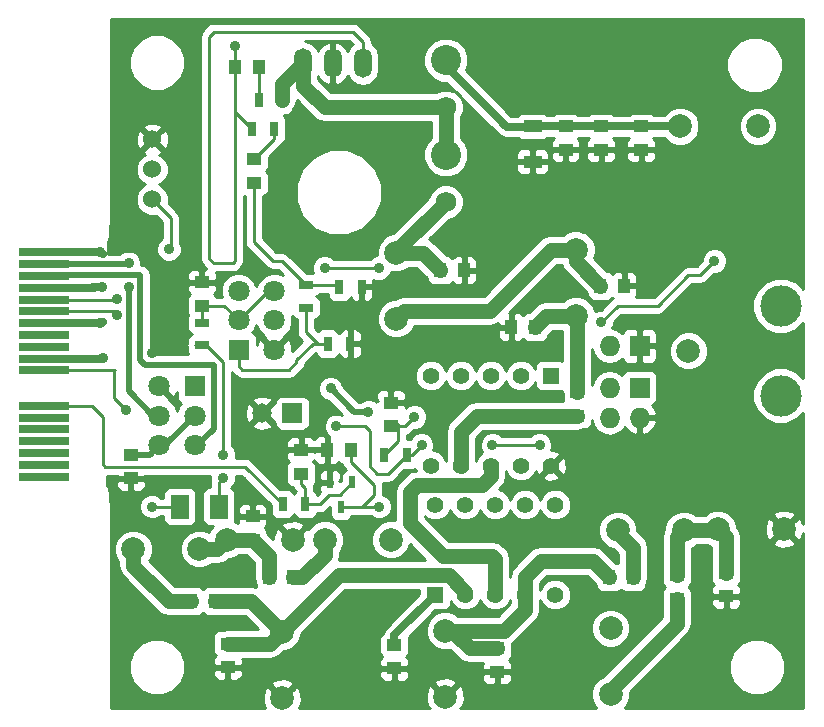
<source format=gbl>
%FSLAX46Y46*%
G04 Gerber Fmt 4.6, Leading zero omitted, Abs format (unit mm)*
G04 Created by KiCad (PCBNEW (2014-10-27 BZR 5228)-product) date 14/01/2015 11:03:29*
%MOMM*%
G01*
G04 APERTURE LIST*
%ADD10C,0.100000*%
%ADD11R,1.250000X1.000000*%
%ADD12R,1.000000X1.250000*%
%ADD13R,4.200000X0.700000*%
%ADD14R,1.524000X2.032000*%
%ADD15R,1.397000X1.397000*%
%ADD16C,1.397000*%
%ADD17C,1.998980*%
%ADD18C,3.500000*%
%ADD19C,2.000000*%
%ADD20R,1.727200X1.727200*%
%ADD21O,1.727200X1.727200*%
%ADD22R,0.599440X1.000760*%
%ADD23R,0.700000X1.300000*%
%ADD24R,1.300000X0.700000*%
%ADD25R,1.800000X1.800000*%
%ADD26C,1.800000*%
%ADD27C,2.540000*%
%ADD28C,1.727200*%
%ADD29C,1.524000*%
%ADD30O,1.501140X2.499360*%
%ADD31R,1.651000X1.651000*%
%ADD32C,1.651000*%
%ADD33R,1.600000X1.000000*%
%ADD34C,0.889000*%
%ADD35C,0.254000*%
%ADD36C,0.635000*%
%ADD37C,0.508000*%
%ADD38C,1.270000*%
G04 APERTURE END LIST*
D10*
D11*
X158800000Y-70200000D03*
X158800000Y-68200000D03*
X136800000Y-72600000D03*
X136800000Y-74600000D03*
X142800000Y-60000000D03*
X142800000Y-58000000D03*
D12*
X150500000Y-83000000D03*
X148500000Y-83000000D03*
X141900000Y-85000000D03*
X143900000Y-85000000D03*
D11*
X147100000Y-79800000D03*
X147100000Y-77800000D03*
X145000000Y-88600000D03*
X145000000Y-90600000D03*
X183000000Y-82800000D03*
X183000000Y-84800000D03*
D12*
X177300000Y-83000000D03*
X179300000Y-83000000D03*
D11*
X187200000Y-82600000D03*
X187200000Y-84600000D03*
X147200000Y-47600000D03*
X147200000Y-49600000D03*
D12*
X147600000Y-39800000D03*
X145600000Y-39800000D03*
X165000000Y-57000000D03*
X163000000Y-57000000D03*
D11*
X176600000Y-46800000D03*
X176600000Y-44800000D03*
X180000000Y-46800000D03*
X180000000Y-44800000D03*
X173600000Y-46800000D03*
X173600000Y-44800000D03*
D12*
X178546000Y-58293000D03*
X176546000Y-58293000D03*
X169000000Y-61800000D03*
X171000000Y-61800000D03*
D13*
X129474560Y-55468200D03*
X129474560Y-56468200D03*
X129474560Y-57468200D03*
X129474560Y-58468200D03*
X129474560Y-59468200D03*
X129474560Y-60468200D03*
X129474560Y-61468200D03*
X129474560Y-62468200D03*
X129474560Y-63468200D03*
X129474560Y-64468200D03*
X129474560Y-65468200D03*
X129474560Y-68468200D03*
X129474560Y-69468200D03*
X129474560Y-70468200D03*
X129474560Y-71468200D03*
X129474560Y-72468200D03*
X129474560Y-73468200D03*
X129474560Y-74468200D03*
D14*
X140949000Y-77000000D03*
X144251000Y-77000000D03*
D15*
X162560000Y-84455000D03*
D16*
X165100000Y-84455000D03*
X167640000Y-84455000D03*
X170180000Y-84455000D03*
X172720000Y-84455000D03*
X172720000Y-76835000D03*
X170180000Y-76835000D03*
X167640000Y-76835000D03*
X165100000Y-76835000D03*
X162560000Y-76835000D03*
D15*
X172339000Y-65913000D03*
D16*
X169799000Y-65913000D03*
X167259000Y-65913000D03*
X164719000Y-65913000D03*
X162179000Y-65913000D03*
X162179000Y-73533000D03*
X164719000Y-73533000D03*
X167259000Y-73533000D03*
X169799000Y-73533000D03*
X172339000Y-73533000D03*
D17*
X158792000Y-79796000D03*
X153204000Y-79796000D03*
X142592000Y-80596000D03*
X137004000Y-80596000D03*
X149596000Y-87608000D03*
X149596000Y-93196000D03*
X144908000Y-79804000D03*
X150496000Y-79804000D03*
X177404000Y-92892000D03*
X177404000Y-87304000D03*
X178008000Y-79004000D03*
X183596000Y-79004000D03*
X163396000Y-87508000D03*
X163396000Y-93096000D03*
X186508000Y-78904000D03*
X192096000Y-78904000D03*
X159258000Y-55499000D03*
X159258000Y-61087000D03*
X174498000Y-55245000D03*
X174498000Y-60833000D03*
D18*
X191800000Y-67600000D03*
X191800000Y-60000000D03*
D19*
X184000000Y-63800000D03*
D20*
X179870000Y-63400000D03*
D21*
X177330000Y-63400000D03*
D22*
X153647500Y-74943360D03*
X154600000Y-77056640D03*
X155552500Y-74943360D03*
D23*
X151550000Y-76800000D03*
X149650000Y-76800000D03*
X158250000Y-72600000D03*
X160150000Y-72600000D03*
D24*
X142800000Y-61450000D03*
X142800000Y-63350000D03*
D23*
X147050000Y-45000000D03*
X148950000Y-45000000D03*
X149550000Y-42600000D03*
X147650000Y-42600000D03*
X155350000Y-63200000D03*
X153450000Y-63200000D03*
D24*
X151600000Y-58250000D03*
X151600000Y-60150000D03*
D23*
X156350000Y-58400000D03*
X154450000Y-58400000D03*
D20*
X179870000Y-66930000D03*
D21*
X177330000Y-66930000D03*
X179870000Y-69470000D03*
X177330000Y-69470000D03*
D25*
X142200000Y-66800000D03*
D26*
X142200000Y-69300000D03*
X139200000Y-66800000D03*
X142200000Y-71800000D03*
X139200000Y-71800000D03*
X139200000Y-69300000D03*
D25*
X145923000Y-63741300D03*
D26*
X145923000Y-61241300D03*
X148923000Y-63741300D03*
X145923000Y-58741300D03*
X148923000Y-58741300D03*
X148923000Y-61241300D03*
D27*
X163461700Y-39199300D03*
D28*
X163461700Y-43199300D03*
D27*
X163461700Y-47199300D03*
D28*
X163461700Y-51199300D03*
D29*
X138600000Y-48460000D03*
X138600000Y-45920000D03*
X138600000Y-51000000D03*
D30*
X153893520Y-39451280D03*
X156433520Y-39451280D03*
X151353520Y-39451280D03*
D11*
X151200000Y-72200000D03*
X151200000Y-74200000D03*
X159100000Y-90700000D03*
X159100000Y-88700000D03*
D12*
X153400000Y-72200000D03*
X155400000Y-72200000D03*
D17*
X189899460Y-44800000D03*
X183300540Y-44800000D03*
D11*
X174600000Y-69300000D03*
X174600000Y-67300000D03*
D31*
X150470000Y-69100000D03*
D32*
X147930000Y-69100000D03*
D11*
X167800000Y-89000000D03*
X167800000Y-91000000D03*
D33*
X170800000Y-44800000D03*
X170800000Y-47800000D03*
D34*
X160800000Y-69400000D03*
X138600000Y-64000000D03*
X140400000Y-59600000D03*
X146200000Y-74800000D03*
X137800000Y-54000000D03*
X190200000Y-57400000D03*
X183200000Y-52000000D03*
X154200000Y-60800000D03*
X134200000Y-55468200D03*
X134373200Y-58373200D03*
X134200000Y-61468200D03*
X134400000Y-64400000D03*
X145600000Y-38000000D03*
X138600000Y-77000000D03*
X136600000Y-58400000D03*
X136600000Y-56400000D03*
X135600000Y-59400000D03*
X135600000Y-60800000D03*
X161400000Y-71800000D03*
X171400000Y-71800000D03*
X167400000Y-71800000D03*
X176600000Y-61400000D03*
X186200000Y-56200000D03*
X154200000Y-70200000D03*
X136400000Y-68800000D03*
X144600000Y-74600000D03*
X144600000Y-72600000D03*
X156900000Y-69000000D03*
X153700000Y-67000000D03*
X157800000Y-77000000D03*
X153200000Y-56800000D03*
X157800000Y-56800000D03*
X140000000Y-55200000D03*
D35*
X158800000Y-70200000D02*
X160000000Y-70200000D01*
X160000000Y-70200000D02*
X160800000Y-69400000D01*
X159400000Y-70000000D02*
X159400000Y-71450000D01*
X159400000Y-71450000D02*
X158250000Y-72600000D01*
D36*
X138600000Y-64000000D02*
X138800000Y-63800000D01*
X138800000Y-63800000D02*
X138800000Y-61200000D01*
X138800000Y-61200000D02*
X140400000Y-59600000D01*
X129474560Y-58468200D02*
X133695000Y-58468200D01*
D35*
X133600000Y-58373200D02*
X133706320Y-58479520D01*
X133695000Y-58468200D02*
X133600000Y-58373200D01*
D36*
X134268200Y-55468200D02*
X134400000Y-55600000D01*
X134200000Y-55468200D02*
X134268200Y-55468200D01*
X129474560Y-55468200D02*
X134200000Y-55468200D01*
X133600000Y-58373200D02*
X134373200Y-58373200D01*
X134331800Y-61468200D02*
X134400000Y-61400000D01*
X134200000Y-61468200D02*
X134331800Y-61468200D01*
X134331800Y-64468200D02*
X134400000Y-64400000D01*
X129474560Y-61468200D02*
X133789240Y-61468200D01*
X129474560Y-64468200D02*
X134331800Y-64468200D01*
X133789240Y-61468200D02*
X133818080Y-61497040D01*
D35*
X133789240Y-61468200D02*
X133818080Y-61497040D01*
D36*
X133789240Y-61468200D02*
X134200000Y-61468200D01*
D37*
X139200000Y-71800000D02*
X139700000Y-71800000D01*
X139700000Y-71800000D02*
X142200000Y-69300000D01*
X136800000Y-72600000D02*
X138400000Y-72600000D01*
X138400000Y-72600000D02*
X139200000Y-71800000D01*
D35*
X142800000Y-60000000D02*
X142800000Y-61450000D01*
X142800000Y-60000000D02*
X144681700Y-60000000D01*
X144681700Y-60000000D02*
X145923000Y-61241300D01*
X148923000Y-58741300D02*
X148423000Y-58741300D01*
X148423000Y-58741300D02*
X145923000Y-61241300D01*
D38*
X137004000Y-80596000D02*
X137004000Y-82004000D01*
X140000000Y-85000000D02*
X141900000Y-85000000D01*
X137004000Y-82004000D02*
X140000000Y-85000000D01*
X165100000Y-84455000D02*
X165100000Y-84200000D01*
X165100000Y-84200000D02*
X163700000Y-82800000D01*
X163700000Y-82800000D02*
X154404000Y-82800000D01*
X154404000Y-82800000D02*
X149596000Y-87608000D01*
X145000000Y-88600000D02*
X148604000Y-88600000D01*
X148604000Y-88600000D02*
X149596000Y-87608000D01*
X143900000Y-85000000D02*
X146988000Y-85000000D01*
X146988000Y-85000000D02*
X149596000Y-87608000D01*
X187200000Y-82600000D02*
X187200000Y-79596000D01*
D36*
X187200000Y-79596000D02*
X186508000Y-78904000D01*
D38*
X183000000Y-82800000D02*
X183000000Y-79600000D01*
D36*
X183000000Y-79600000D02*
X183596000Y-79004000D01*
D38*
X183596000Y-79004000D02*
X186408000Y-79004000D01*
D36*
X186408000Y-79004000D02*
X186508000Y-78904000D01*
X177404000Y-92892000D02*
X177404000Y-92496000D01*
D38*
X177404000Y-92496000D02*
X183000000Y-86900000D01*
X183000000Y-86900000D02*
X183000000Y-84800000D01*
X170180000Y-84455000D02*
X170180000Y-82920000D01*
X175900000Y-81600000D02*
X177300000Y-83000000D01*
X171500000Y-81600000D02*
X175900000Y-81600000D01*
X170180000Y-82920000D02*
X171500000Y-81600000D01*
X163396000Y-87508000D02*
X168392000Y-87508000D01*
X170180000Y-85720000D02*
X170180000Y-84455000D01*
X168392000Y-87508000D02*
X170180000Y-85720000D01*
X163396000Y-87508000D02*
X164008000Y-87508000D01*
X164008000Y-87508000D02*
X165500000Y-89000000D01*
X165500000Y-89000000D02*
X167800000Y-89000000D01*
D35*
X148950000Y-45000000D02*
X148950000Y-45850000D01*
X148950000Y-45850000D02*
X147200000Y-47600000D01*
X147200000Y-47600000D02*
X147200000Y-47550000D01*
X147200000Y-49600000D02*
X147200000Y-54600000D01*
X149550000Y-56200000D02*
X151600000Y-58250000D01*
X148800000Y-56200000D02*
X149550000Y-56200000D01*
X147200000Y-54600000D02*
X148800000Y-56200000D01*
X151600000Y-58250000D02*
X154300000Y-58250000D01*
X154300000Y-58250000D02*
X154450000Y-58400000D01*
X147600000Y-39800000D02*
X147600000Y-42550000D01*
X147600000Y-42550000D02*
X147650000Y-42600000D01*
X145600000Y-39800000D02*
X145600000Y-38000000D01*
X143800000Y-36800000D02*
X143400000Y-37200000D01*
X143400000Y-56000000D02*
X143800000Y-56400000D01*
X143400000Y-37200000D02*
X143400000Y-56000000D01*
X145400000Y-56400000D02*
X143800000Y-56400000D01*
X145400000Y-56400000D02*
X145600000Y-56200000D01*
X145600000Y-42800000D02*
X145600000Y-56200000D01*
X156433520Y-37633520D02*
X155600000Y-36800000D01*
X155600000Y-36800000D02*
X143800000Y-36800000D01*
X156433520Y-39451280D02*
X156433520Y-37633520D01*
X145600000Y-42800000D02*
X145600000Y-43550000D01*
X145600000Y-43550000D02*
X147050000Y-45000000D01*
X145600000Y-42800000D02*
X145600000Y-39800000D01*
D38*
X159258000Y-55499000D02*
X161499000Y-55499000D01*
X161499000Y-55499000D02*
X163000000Y-57000000D01*
D35*
X159258000Y-55499000D02*
X159258000Y-55403000D01*
D38*
X159258000Y-55403000D02*
X163461700Y-51199300D01*
D36*
X170800000Y-44800000D02*
X173600000Y-44800000D01*
X168600000Y-44850600D02*
X170749400Y-44850600D01*
X170749400Y-44850600D02*
X170800000Y-44800000D01*
X170749400Y-44850600D02*
X170800000Y-44800000D01*
X163461700Y-39199300D02*
X163461700Y-39712300D01*
X163461700Y-39712300D02*
X168600000Y-44850600D01*
X180000000Y-44800000D02*
X183300540Y-44800000D01*
X176600000Y-44800000D02*
X180000000Y-44800000D01*
X173600000Y-44800000D02*
X176600000Y-44800000D01*
X173549400Y-44850600D02*
X173600000Y-44800000D01*
X168338500Y-44589100D02*
X168600000Y-44850600D01*
D38*
X167200000Y-60400000D02*
X159945000Y-60400000D01*
X174498000Y-55245000D02*
X172355000Y-55245000D01*
X172355000Y-55245000D02*
X167200000Y-60400000D01*
D35*
X159945000Y-60400000D02*
X159258000Y-61087000D01*
D38*
X174498000Y-55245000D02*
X174498000Y-56245000D01*
X174498000Y-56245000D02*
X176546000Y-58293000D01*
X174600000Y-67300000D02*
X174600000Y-60935000D01*
X174600000Y-60935000D02*
X174498000Y-60833000D01*
X174498000Y-60833000D02*
X171967000Y-60833000D01*
X171967000Y-60833000D02*
X171000000Y-61800000D01*
D35*
X174498000Y-60833000D02*
X174202600Y-60833000D01*
X138600000Y-77000000D02*
X140949000Y-77000000D01*
D37*
X135000000Y-56468200D02*
X136531800Y-56468200D01*
X136600000Y-56400000D02*
X136531800Y-56468200D01*
X138700000Y-69300000D02*
X136600000Y-67200000D01*
X136600000Y-67200000D02*
X136600000Y-58400000D01*
X136600000Y-58400000D02*
X136600000Y-58268200D01*
X139200000Y-69300000D02*
X138700000Y-69300000D01*
X129474560Y-56468200D02*
X135000000Y-56468200D01*
D35*
X135000000Y-56468200D02*
X135003900Y-56468200D01*
D37*
X129542760Y-57400000D02*
X137600000Y-57400000D01*
X137600000Y-64600000D02*
X137600000Y-57400000D01*
X138000000Y-65000000D02*
X137600000Y-64600000D01*
X143800000Y-65000000D02*
X138000000Y-65000000D01*
X143800000Y-70400000D02*
X143800000Y-65000000D01*
X143800000Y-70400000D02*
X142400000Y-71800000D01*
X129542760Y-57400000D02*
X129474560Y-57468200D01*
X142200000Y-71800000D02*
X142400000Y-71800000D01*
X129542760Y-57400000D02*
X129474560Y-57468200D01*
D35*
X135531800Y-59468200D02*
X135600000Y-59400000D01*
X135531800Y-59468200D02*
X131800000Y-59468200D01*
X129474560Y-59468200D02*
X131800000Y-59468200D01*
X131800000Y-59468200D02*
X132028000Y-59468200D01*
X129474560Y-60468200D02*
X135268200Y-60468200D01*
X135268200Y-60468200D02*
X135600000Y-60800000D01*
X158800000Y-73950000D02*
X160150000Y-72600000D01*
X158800000Y-74000000D02*
X158800000Y-73950000D01*
X161400000Y-71800000D02*
X160600000Y-72600000D01*
X160600000Y-72600000D02*
X160150000Y-72600000D01*
X184000000Y-57400000D02*
X185000000Y-57400000D01*
X167400000Y-71800000D02*
X171400000Y-71800000D01*
X181400000Y-60000000D02*
X184000000Y-57400000D01*
X178000000Y-60000000D02*
X181400000Y-60000000D01*
X176600000Y-61400000D02*
X178000000Y-60000000D01*
X185000000Y-57400000D02*
X186200000Y-56200000D01*
X157600000Y-74200000D02*
X158600000Y-74200000D01*
X157000000Y-73600000D02*
X157600000Y-74200000D01*
X157000000Y-70600000D02*
X157000000Y-73600000D01*
X156600000Y-70200000D02*
X157000000Y-70600000D01*
X154200000Y-70200000D02*
X156600000Y-70200000D01*
X158600000Y-74200000D02*
X158800000Y-74000000D01*
X129474560Y-65468200D02*
X135400000Y-65468200D01*
X135400000Y-65468200D02*
X135434920Y-65468200D01*
X135400000Y-65468200D02*
X135400000Y-67800000D01*
X135400000Y-67800000D02*
X136400000Y-68800000D01*
X145790800Y-73609200D02*
X146459200Y-73609200D01*
X143000000Y-73609200D02*
X145790800Y-73609200D01*
X129474560Y-68468200D02*
X133468200Y-68468200D01*
X146459200Y-73609200D02*
X149650000Y-76800000D01*
X142925800Y-73609200D02*
X143000000Y-73609200D01*
X134609200Y-73609200D02*
X142925800Y-73609200D01*
X134400000Y-73400000D02*
X134609200Y-73609200D01*
X134400000Y-69400000D02*
X134400000Y-73400000D01*
X133468200Y-68468200D02*
X134400000Y-69400000D01*
X142800000Y-63350000D02*
X143150000Y-63350000D01*
X143150000Y-63350000D02*
X144600000Y-64800000D01*
X144251000Y-74949000D02*
X144251000Y-77000000D01*
X144600000Y-74600000D02*
X144251000Y-74949000D01*
X144600000Y-64800000D02*
X144600000Y-72600000D01*
X142800000Y-63350000D02*
X142250000Y-63350000D01*
D38*
X167259000Y-73533000D02*
X167259000Y-74441000D01*
X167640000Y-81440000D02*
X167640000Y-84455000D01*
X167400000Y-81200000D02*
X167640000Y-81440000D01*
X163200000Y-81200000D02*
X167400000Y-81200000D01*
X160400000Y-78400000D02*
X163200000Y-81200000D01*
X160400000Y-75800000D02*
X160400000Y-78400000D01*
X161000000Y-75200000D02*
X160400000Y-75800000D01*
X166500000Y-75200000D02*
X161000000Y-75200000D01*
X167259000Y-74441000D02*
X166500000Y-75200000D01*
D35*
X167259000Y-73533000D02*
X167259000Y-73941000D01*
D37*
X155700000Y-69000000D02*
X156900000Y-69000000D01*
X153700000Y-67000000D02*
X155700000Y-69000000D01*
D38*
X149550000Y-42600000D02*
X149550000Y-41254800D01*
X149550000Y-41254800D02*
X151353520Y-39451280D01*
X151353520Y-39451280D02*
X151348720Y-39451280D01*
X163461700Y-43199300D02*
X163461700Y-47199300D01*
X153199300Y-43199300D02*
X163461700Y-43199300D01*
X151353520Y-39451280D02*
X151353520Y-41353520D01*
X151353520Y-41353520D02*
X153199300Y-43199300D01*
D35*
X153450000Y-63200000D02*
X152200000Y-63200000D01*
X145923000Y-65123000D02*
X145923000Y-63741300D01*
X146200000Y-65400000D02*
X145923000Y-65123000D01*
X150200000Y-65400000D02*
X146200000Y-65400000D01*
X150800000Y-64800000D02*
X150200000Y-65400000D01*
X150800000Y-64600000D02*
X150800000Y-64800000D01*
X152200000Y-63200000D02*
X150800000Y-64600000D01*
X145923000Y-64123000D02*
X145923000Y-63741300D01*
X153450000Y-63200000D02*
X152600000Y-63200000D01*
X152600000Y-63200000D02*
X151600000Y-62200000D01*
X151600000Y-62200000D02*
X151600000Y-60150000D01*
X151550000Y-76800000D02*
X152800000Y-76800000D01*
X154495860Y-76000000D02*
X155552500Y-74943360D01*
X153600000Y-76000000D02*
X154495860Y-76000000D01*
X152800000Y-76800000D02*
X153600000Y-76000000D01*
X151550000Y-76800000D02*
X151550000Y-75450000D01*
X151200000Y-75100000D02*
X151200000Y-74200000D01*
X151550000Y-75450000D02*
X151200000Y-75100000D01*
X156343360Y-77056640D02*
X157743360Y-77056640D01*
X157743360Y-77056640D02*
X157800000Y-77000000D01*
X155400000Y-72200000D02*
X155400000Y-73200000D01*
X156343360Y-77056640D02*
X154600000Y-77056640D01*
X157400000Y-76000000D02*
X156343360Y-77056640D01*
X157400000Y-75200000D02*
X157400000Y-76000000D01*
X155400000Y-73200000D02*
X157400000Y-75200000D01*
X157800000Y-56800000D02*
X153200000Y-56800000D01*
X140200000Y-52600000D02*
X138600000Y-51000000D01*
X140200000Y-55000000D02*
X140200000Y-52600000D01*
X140000000Y-55200000D02*
X140200000Y-55000000D01*
D38*
X174600000Y-69300000D02*
X166100000Y-69300000D01*
X164719000Y-70681000D02*
X164719000Y-73533000D01*
X166100000Y-69300000D02*
X164719000Y-70681000D01*
D35*
X174100000Y-69800000D02*
X174600000Y-69300000D01*
D36*
X159100000Y-88700000D02*
X159100000Y-87915000D01*
X159100000Y-87915000D02*
X162560000Y-84455000D01*
X162505000Y-84400000D02*
X162560000Y-84455000D01*
D38*
X150500000Y-83000000D02*
X151300000Y-83000000D01*
X151300000Y-83000000D02*
X153204000Y-81096000D01*
X153204000Y-81096000D02*
X153204000Y-79796000D01*
X148500000Y-83000000D02*
X148500000Y-81200000D01*
X148500000Y-81200000D02*
X147100000Y-79800000D01*
X144908000Y-79804000D02*
X147096000Y-79804000D01*
D35*
X147096000Y-79804000D02*
X147100000Y-79800000D01*
D38*
X142592000Y-80596000D02*
X144116000Y-80596000D01*
X144116000Y-80596000D02*
X144908000Y-79804000D01*
D35*
X146896000Y-80004000D02*
X147100000Y-79800000D01*
X178008000Y-79004000D02*
X178008000Y-79208000D01*
D38*
X178008000Y-79208000D02*
X179300000Y-80500000D01*
X179300000Y-80500000D02*
X179300000Y-83000000D01*
D35*
G36*
X141046674Y-68282388D02*
X140899449Y-68429357D01*
X140699797Y-68910171D01*
X140502068Y-68431629D01*
X140070643Y-67999449D01*
X140061627Y-67995705D01*
X140100554Y-67880159D01*
X139200000Y-66979605D01*
X139185857Y-66993747D01*
X139006252Y-66814142D01*
X139020395Y-66800000D01*
X139006252Y-66785857D01*
X139185857Y-66606252D01*
X139200000Y-66620395D01*
X139214142Y-66606252D01*
X139393747Y-66785857D01*
X139379605Y-66800000D01*
X140280159Y-67700554D01*
X140536643Y-67614148D01*
X140665000Y-67263311D01*
X140665000Y-67826309D01*
X140761673Y-68059698D01*
X140940301Y-68238327D01*
X141046674Y-68282388D01*
X141046674Y-68282388D01*
G37*
X141046674Y-68282388D02*
X140899449Y-68429357D01*
X140699797Y-68910171D01*
X140502068Y-68431629D01*
X140070643Y-67999449D01*
X140061627Y-67995705D01*
X140100554Y-67880159D01*
X139200000Y-66979605D01*
X139185857Y-66993747D01*
X139006252Y-66814142D01*
X139020395Y-66800000D01*
X139006252Y-66785857D01*
X139185857Y-66606252D01*
X139200000Y-66620395D01*
X139214142Y-66606252D01*
X139393747Y-66785857D01*
X139379605Y-66800000D01*
X140280159Y-67700554D01*
X140536643Y-67614148D01*
X140665000Y-67263311D01*
X140665000Y-67826309D01*
X140761673Y-68059698D01*
X140940301Y-68238327D01*
X141046674Y-68282388D01*
G36*
X151322369Y-63000000D02*
X150464257Y-63858112D01*
X150443839Y-63371840D01*
X150259643Y-62927152D01*
X150003159Y-62840746D01*
X149102605Y-63741300D01*
X149116747Y-63755442D01*
X148937142Y-63935047D01*
X148923000Y-63920905D01*
X148908857Y-63935047D01*
X148729252Y-63755442D01*
X148743395Y-63741300D01*
X147842841Y-62840746D01*
X147586357Y-62927152D01*
X147458000Y-63277988D01*
X147458000Y-62714991D01*
X147361327Y-62481602D01*
X147182699Y-62302973D01*
X147076325Y-62258911D01*
X147223551Y-62111943D01*
X147423202Y-61631128D01*
X147620932Y-62109671D01*
X148052357Y-62541851D01*
X148061372Y-62545594D01*
X148022446Y-62661141D01*
X148923000Y-63561695D01*
X149823554Y-62661141D01*
X149784793Y-62546085D01*
X149791371Y-62543368D01*
X150223551Y-62111943D01*
X150457733Y-61547970D01*
X150458265Y-60937309D01*
X150436423Y-60884448D01*
X150590301Y-61038327D01*
X150823690Y-61135000D01*
X150838000Y-61135000D01*
X150838000Y-62200000D01*
X150896004Y-62491605D01*
X151061185Y-62738815D01*
X151322369Y-63000000D01*
X151322369Y-63000000D01*
G37*
X151322369Y-63000000D02*
X150464257Y-63858112D01*
X150443839Y-63371840D01*
X150259643Y-62927152D01*
X150003159Y-62840746D01*
X149102605Y-63741300D01*
X149116747Y-63755442D01*
X148937142Y-63935047D01*
X148923000Y-63920905D01*
X148908857Y-63935047D01*
X148729252Y-63755442D01*
X148743395Y-63741300D01*
X147842841Y-62840746D01*
X147586357Y-62927152D01*
X147458000Y-63277988D01*
X147458000Y-62714991D01*
X147361327Y-62481602D01*
X147182699Y-62302973D01*
X147076325Y-62258911D01*
X147223551Y-62111943D01*
X147423202Y-61631128D01*
X147620932Y-62109671D01*
X148052357Y-62541851D01*
X148061372Y-62545594D01*
X148022446Y-62661141D01*
X148923000Y-63561695D01*
X149823554Y-62661141D01*
X149784793Y-62546085D01*
X149791371Y-62543368D01*
X150223551Y-62111943D01*
X150457733Y-61547970D01*
X150458265Y-60937309D01*
X150436423Y-60884448D01*
X150590301Y-61038327D01*
X150823690Y-61135000D01*
X150838000Y-61135000D01*
X150838000Y-62200000D01*
X150896004Y-62491605D01*
X151061185Y-62738815D01*
X151322369Y-63000000D01*
G36*
X161733948Y-81530000D02*
X154404005Y-81530000D01*
X154404000Y-81529999D01*
X154386999Y-81533380D01*
X154474000Y-81096000D01*
X154474001Y-81096000D01*
X154474000Y-81095994D01*
X154474000Y-80837718D01*
X154588846Y-80723073D01*
X154838206Y-80122547D01*
X154838774Y-79472306D01*
X154590462Y-78871345D01*
X154131073Y-78411154D01*
X153530547Y-78161794D01*
X152880306Y-78161226D01*
X152279345Y-78409538D01*
X151819154Y-78868927D01*
X151809899Y-78891214D01*
X151648163Y-78831443D01*
X151468557Y-79011048D01*
X151468557Y-78651837D01*
X151369958Y-78385035D01*
X150760418Y-78158599D01*
X150110623Y-78182659D01*
X149622042Y-78385035D01*
X149523443Y-78651837D01*
X150496000Y-79624395D01*
X151468557Y-78651837D01*
X151468557Y-79011048D01*
X150675605Y-79804000D01*
X150689747Y-79818142D01*
X150510142Y-79997747D01*
X150496000Y-79983605D01*
X150481857Y-79997747D01*
X150302252Y-79818142D01*
X150316395Y-79804000D01*
X149343837Y-78831443D01*
X149077035Y-78930042D01*
X148850599Y-79539582D01*
X148858864Y-79762812D01*
X148360000Y-79263948D01*
X148360000Y-79173691D01*
X148263327Y-78940302D01*
X148123025Y-78800000D01*
X148263327Y-78659698D01*
X148360000Y-78426309D01*
X148360000Y-78085750D01*
X148360000Y-77514250D01*
X148360000Y-77173691D01*
X148263327Y-76940302D01*
X148084699Y-76761673D01*
X147851310Y-76665000D01*
X147598691Y-76665000D01*
X147385750Y-76665000D01*
X147227000Y-76823750D01*
X147227000Y-77673000D01*
X148201250Y-77673000D01*
X148360000Y-77514250D01*
X148360000Y-78085750D01*
X148201250Y-77927000D01*
X147227000Y-77927000D01*
X147227000Y-77947000D01*
X146973000Y-77947000D01*
X146973000Y-77927000D01*
X146973000Y-77673000D01*
X146973000Y-76823750D01*
X146814250Y-76665000D01*
X146601309Y-76665000D01*
X146348690Y-76665000D01*
X146115301Y-76761673D01*
X145936673Y-76940302D01*
X145840000Y-77173691D01*
X145840000Y-77514250D01*
X145998750Y-77673000D01*
X146973000Y-77673000D01*
X146973000Y-77927000D01*
X145998750Y-77927000D01*
X145840000Y-78085750D01*
X145840000Y-78424089D01*
X145835073Y-78419154D01*
X145577610Y-78312246D01*
X145648000Y-78142310D01*
X145648000Y-77889691D01*
X145648000Y-75857691D01*
X145551327Y-75624302D01*
X145372699Y-75445673D01*
X145307769Y-75418778D01*
X145514622Y-75212286D01*
X145679313Y-74815668D01*
X145679687Y-74386216D01*
X145673482Y-74371200D01*
X145790800Y-74371200D01*
X146143569Y-74371200D01*
X148665000Y-76892630D01*
X148665000Y-77576309D01*
X148761673Y-77809698D01*
X148940301Y-77988327D01*
X149173690Y-78085000D01*
X149426309Y-78085000D01*
X150126309Y-78085000D01*
X150359698Y-77988327D01*
X150538327Y-77809699D01*
X150600000Y-77660806D01*
X150661673Y-77809698D01*
X150840301Y-77988327D01*
X151073690Y-78085000D01*
X151326309Y-78085000D01*
X152026309Y-78085000D01*
X152259698Y-77988327D01*
X152438327Y-77809699D01*
X152535000Y-77576310D01*
X152535000Y-77562000D01*
X152800000Y-77562000D01*
X152800000Y-77561999D01*
X153091604Y-77503996D01*
X153091605Y-77503996D01*
X153338815Y-77338815D01*
X153665280Y-77012350D01*
X153665280Y-77683329D01*
X153761953Y-77916718D01*
X153940581Y-78095347D01*
X154173970Y-78192020D01*
X154426589Y-78192020D01*
X155026029Y-78192020D01*
X155259418Y-78095347D01*
X155438047Y-77916719D01*
X155478672Y-77818640D01*
X156343360Y-77818640D01*
X157091899Y-77818640D01*
X157187714Y-77914622D01*
X157584332Y-78079313D01*
X158013784Y-78079687D01*
X158410689Y-77915689D01*
X158714622Y-77612286D01*
X158879313Y-77215668D01*
X158879687Y-76786216D01*
X158715689Y-76389311D01*
X158412286Y-76085378D01*
X158162000Y-75981449D01*
X158162000Y-75200000D01*
X158114658Y-74962000D01*
X158600000Y-74962000D01*
X158600000Y-74961999D01*
X158891604Y-74903996D01*
X158891605Y-74903996D01*
X159138815Y-74738815D01*
X159338815Y-74538815D01*
X159338816Y-74538815D01*
X159437834Y-74390623D01*
X159439499Y-74388130D01*
X159942630Y-73885000D01*
X160626309Y-73885000D01*
X160845271Y-73794302D01*
X160845269Y-73797086D01*
X160907768Y-73948346D01*
X160513992Y-74026673D01*
X160101974Y-74301974D01*
X159501974Y-74901974D01*
X159226673Y-75313992D01*
X159129999Y-75800000D01*
X159130000Y-75800005D01*
X159130000Y-78166549D01*
X159118547Y-78161794D01*
X158468306Y-78161226D01*
X157867345Y-78409538D01*
X157407154Y-78868927D01*
X157157794Y-79469453D01*
X157157226Y-80119694D01*
X157405538Y-80720655D01*
X157864927Y-81180846D01*
X158465453Y-81430206D01*
X159115694Y-81430774D01*
X159716655Y-81182462D01*
X160176846Y-80723073D01*
X160396950Y-80193002D01*
X161733948Y-81530000D01*
X161733948Y-81530000D01*
G37*
X161733948Y-81530000D02*
X154404005Y-81530000D01*
X154404000Y-81529999D01*
X154386999Y-81533380D01*
X154474000Y-81096000D01*
X154474001Y-81096000D01*
X154474000Y-81095994D01*
X154474000Y-80837718D01*
X154588846Y-80723073D01*
X154838206Y-80122547D01*
X154838774Y-79472306D01*
X154590462Y-78871345D01*
X154131073Y-78411154D01*
X153530547Y-78161794D01*
X152880306Y-78161226D01*
X152279345Y-78409538D01*
X151819154Y-78868927D01*
X151809899Y-78891214D01*
X151648163Y-78831443D01*
X151468557Y-79011048D01*
X151468557Y-78651837D01*
X151369958Y-78385035D01*
X150760418Y-78158599D01*
X150110623Y-78182659D01*
X149622042Y-78385035D01*
X149523443Y-78651837D01*
X150496000Y-79624395D01*
X151468557Y-78651837D01*
X151468557Y-79011048D01*
X150675605Y-79804000D01*
X150689747Y-79818142D01*
X150510142Y-79997747D01*
X150496000Y-79983605D01*
X150481857Y-79997747D01*
X150302252Y-79818142D01*
X150316395Y-79804000D01*
X149343837Y-78831443D01*
X149077035Y-78930042D01*
X148850599Y-79539582D01*
X148858864Y-79762812D01*
X148360000Y-79263948D01*
X148360000Y-79173691D01*
X148263327Y-78940302D01*
X148123025Y-78800000D01*
X148263327Y-78659698D01*
X148360000Y-78426309D01*
X148360000Y-78085750D01*
X148360000Y-77514250D01*
X148360000Y-77173691D01*
X148263327Y-76940302D01*
X148084699Y-76761673D01*
X147851310Y-76665000D01*
X147598691Y-76665000D01*
X147385750Y-76665000D01*
X147227000Y-76823750D01*
X147227000Y-77673000D01*
X148201250Y-77673000D01*
X148360000Y-77514250D01*
X148360000Y-78085750D01*
X148201250Y-77927000D01*
X147227000Y-77927000D01*
X147227000Y-77947000D01*
X146973000Y-77947000D01*
X146973000Y-77927000D01*
X146973000Y-77673000D01*
X146973000Y-76823750D01*
X146814250Y-76665000D01*
X146601309Y-76665000D01*
X146348690Y-76665000D01*
X146115301Y-76761673D01*
X145936673Y-76940302D01*
X145840000Y-77173691D01*
X145840000Y-77514250D01*
X145998750Y-77673000D01*
X146973000Y-77673000D01*
X146973000Y-77927000D01*
X145998750Y-77927000D01*
X145840000Y-78085750D01*
X145840000Y-78424089D01*
X145835073Y-78419154D01*
X145577610Y-78312246D01*
X145648000Y-78142310D01*
X145648000Y-77889691D01*
X145648000Y-75857691D01*
X145551327Y-75624302D01*
X145372699Y-75445673D01*
X145307769Y-75418778D01*
X145514622Y-75212286D01*
X145679313Y-74815668D01*
X145679687Y-74386216D01*
X145673482Y-74371200D01*
X145790800Y-74371200D01*
X146143569Y-74371200D01*
X148665000Y-76892630D01*
X148665000Y-77576309D01*
X148761673Y-77809698D01*
X148940301Y-77988327D01*
X149173690Y-78085000D01*
X149426309Y-78085000D01*
X150126309Y-78085000D01*
X150359698Y-77988327D01*
X150538327Y-77809699D01*
X150600000Y-77660806D01*
X150661673Y-77809698D01*
X150840301Y-77988327D01*
X151073690Y-78085000D01*
X151326309Y-78085000D01*
X152026309Y-78085000D01*
X152259698Y-77988327D01*
X152438327Y-77809699D01*
X152535000Y-77576310D01*
X152535000Y-77562000D01*
X152800000Y-77562000D01*
X152800000Y-77561999D01*
X153091604Y-77503996D01*
X153091605Y-77503996D01*
X153338815Y-77338815D01*
X153665280Y-77012350D01*
X153665280Y-77683329D01*
X153761953Y-77916718D01*
X153940581Y-78095347D01*
X154173970Y-78192020D01*
X154426589Y-78192020D01*
X155026029Y-78192020D01*
X155259418Y-78095347D01*
X155438047Y-77916719D01*
X155478672Y-77818640D01*
X156343360Y-77818640D01*
X157091899Y-77818640D01*
X157187714Y-77914622D01*
X157584332Y-78079313D01*
X158013784Y-78079687D01*
X158410689Y-77915689D01*
X158714622Y-77612286D01*
X158879313Y-77215668D01*
X158879687Y-76786216D01*
X158715689Y-76389311D01*
X158412286Y-76085378D01*
X158162000Y-75981449D01*
X158162000Y-75200000D01*
X158114658Y-74962000D01*
X158600000Y-74962000D01*
X158600000Y-74961999D01*
X158891604Y-74903996D01*
X158891605Y-74903996D01*
X159138815Y-74738815D01*
X159338815Y-74538815D01*
X159338816Y-74538815D01*
X159437834Y-74390623D01*
X159439499Y-74388130D01*
X159942630Y-73885000D01*
X160626309Y-73885000D01*
X160845271Y-73794302D01*
X160845269Y-73797086D01*
X160907768Y-73948346D01*
X160513992Y-74026673D01*
X160101974Y-74301974D01*
X159501974Y-74901974D01*
X159226673Y-75313992D01*
X159129999Y-75800000D01*
X159130000Y-75800005D01*
X159130000Y-78166549D01*
X159118547Y-78161794D01*
X158468306Y-78161226D01*
X157867345Y-78409538D01*
X157407154Y-78868927D01*
X157157794Y-79469453D01*
X157157226Y-80119694D01*
X157405538Y-80720655D01*
X157864927Y-81180846D01*
X158465453Y-81430206D01*
X159115694Y-81430774D01*
X159716655Y-81182462D01*
X160176846Y-80723073D01*
X160396950Y-80193002D01*
X161733948Y-81530000D01*
G36*
X193715000Y-94015000D02*
X193068557Y-94015000D01*
X193068557Y-80056163D01*
X192096000Y-79083605D01*
X191916395Y-79263210D01*
X191916395Y-78904000D01*
X190943837Y-77931443D01*
X190677035Y-78030042D01*
X190450599Y-78639582D01*
X190474659Y-79289377D01*
X190677035Y-79777958D01*
X190943837Y-79876557D01*
X191916395Y-78904000D01*
X191916395Y-79263210D01*
X191123443Y-80056163D01*
X191222042Y-80322965D01*
X191831582Y-80549401D01*
X192481377Y-80525341D01*
X192969958Y-80322965D01*
X193068557Y-80056163D01*
X193068557Y-94015000D01*
X192185473Y-94015000D01*
X192185473Y-90127664D01*
X191823134Y-89250737D01*
X191152792Y-88579224D01*
X190276499Y-88215355D01*
X189327664Y-88214527D01*
X188460000Y-88573038D01*
X188460000Y-85226309D01*
X188460000Y-84885750D01*
X188301250Y-84727000D01*
X187327000Y-84727000D01*
X187327000Y-85576250D01*
X187485750Y-85735000D01*
X187698691Y-85735000D01*
X187951310Y-85735000D01*
X188184699Y-85638327D01*
X188363327Y-85459698D01*
X188460000Y-85226309D01*
X188460000Y-88573038D01*
X188450737Y-88576866D01*
X187779224Y-89247208D01*
X187415355Y-90123501D01*
X187414527Y-91072336D01*
X187776866Y-91949263D01*
X188447208Y-92620776D01*
X189323501Y-92984645D01*
X190272336Y-92985473D01*
X191149263Y-92623134D01*
X191820776Y-91952792D01*
X192184645Y-91076499D01*
X192185473Y-90127664D01*
X192185473Y-94015000D01*
X187073000Y-94015000D01*
X187073000Y-85576250D01*
X187073000Y-84727000D01*
X186098750Y-84727000D01*
X185940000Y-84885750D01*
X185940000Y-85226309D01*
X186036673Y-85459698D01*
X186215301Y-85638327D01*
X186448690Y-85735000D01*
X186701309Y-85735000D01*
X186914250Y-85735000D01*
X187073000Y-85576250D01*
X187073000Y-94015000D01*
X178592576Y-94015000D01*
X178788846Y-93819073D01*
X179038206Y-93218547D01*
X179038696Y-92657355D01*
X183898026Y-87798026D01*
X184173327Y-87386008D01*
X184270000Y-86900000D01*
X184270000Y-84800000D01*
X184260000Y-84749726D01*
X184260000Y-84173691D01*
X184163327Y-83940302D01*
X184023025Y-83799999D01*
X184163327Y-83659699D01*
X184260000Y-83426310D01*
X184260000Y-83173691D01*
X184260000Y-82850273D01*
X184270000Y-82800000D01*
X184270000Y-80494030D01*
X184520655Y-80390462D01*
X184637320Y-80274000D01*
X185566106Y-80274000D01*
X185580927Y-80288846D01*
X185930000Y-80433793D01*
X185930000Y-82600000D01*
X185940000Y-82650273D01*
X185940000Y-83226309D01*
X186036673Y-83459698D01*
X186176974Y-83600000D01*
X186036673Y-83740302D01*
X185940000Y-83973691D01*
X185940000Y-84314250D01*
X186098750Y-84473000D01*
X187073000Y-84473000D01*
X187073000Y-84453000D01*
X187327000Y-84453000D01*
X187327000Y-84473000D01*
X188301250Y-84473000D01*
X188460000Y-84314250D01*
X188460000Y-83973691D01*
X188363327Y-83740302D01*
X188223025Y-83599999D01*
X188363327Y-83459699D01*
X188460000Y-83226310D01*
X188460000Y-82973691D01*
X188460000Y-82650273D01*
X188470000Y-82600000D01*
X188470000Y-79596000D01*
X188373327Y-79109992D01*
X188142612Y-78764703D01*
X188142774Y-78580306D01*
X187894462Y-77979345D01*
X187435073Y-77519154D01*
X186834547Y-77269794D01*
X186184306Y-77269226D01*
X185635284Y-77496077D01*
X185635284Y-63476205D01*
X185386894Y-62875057D01*
X184927363Y-62414722D01*
X184326648Y-62165284D01*
X183676205Y-62164716D01*
X183075057Y-62413106D01*
X182614722Y-62872637D01*
X182365284Y-63473352D01*
X182364716Y-64123795D01*
X182613106Y-64724943D01*
X183072637Y-65185278D01*
X183673352Y-65434716D01*
X184323795Y-65435284D01*
X184924943Y-65186894D01*
X185385278Y-64727363D01*
X185634716Y-64126648D01*
X185635284Y-63476205D01*
X185635284Y-77496077D01*
X185583345Y-77517538D01*
X185366505Y-77734000D01*
X184637718Y-77734000D01*
X184523073Y-77619154D01*
X183922547Y-77369794D01*
X183272306Y-77369226D01*
X182671345Y-77617538D01*
X182211154Y-78076927D01*
X181961794Y-78677453D01*
X181961589Y-78912075D01*
X181826673Y-79113992D01*
X181730000Y-79600000D01*
X181730000Y-82800000D01*
X181740000Y-82850273D01*
X181740000Y-83426309D01*
X181836673Y-83659698D01*
X181976974Y-83800000D01*
X181836673Y-83940301D01*
X181740000Y-84173690D01*
X181740000Y-84426309D01*
X181740000Y-84749726D01*
X181730000Y-84800000D01*
X181730000Y-86373948D01*
X181324968Y-86778979D01*
X181324968Y-69829027D01*
X181204469Y-69597000D01*
X179997000Y-69597000D01*
X179997000Y-70803817D01*
X180229026Y-70924958D01*
X180644947Y-70752688D01*
X181076821Y-70358490D01*
X181324968Y-69829027D01*
X181324968Y-86778979D01*
X179038774Y-89065173D01*
X179038774Y-86980306D01*
X178790462Y-86379345D01*
X178331073Y-85919154D01*
X177730547Y-85669794D01*
X177080306Y-85669226D01*
X176479345Y-85917538D01*
X176019154Y-86376927D01*
X175769794Y-86977453D01*
X175769226Y-87627694D01*
X176017538Y-88228655D01*
X176476927Y-88688846D01*
X177077453Y-88938206D01*
X177727694Y-88938774D01*
X178328655Y-88690462D01*
X178788846Y-88231073D01*
X179038206Y-87630547D01*
X179038774Y-86980306D01*
X179038774Y-89065173D01*
X176682247Y-91421700D01*
X176479345Y-91505538D01*
X176019154Y-91964927D01*
X175769794Y-92565453D01*
X175769226Y-93215694D01*
X176017538Y-93816655D01*
X176215537Y-94015000D01*
X169060000Y-94015000D01*
X169060000Y-91626309D01*
X169060000Y-91285750D01*
X168901250Y-91127000D01*
X167927000Y-91127000D01*
X167927000Y-91976250D01*
X168085750Y-92135000D01*
X168298691Y-92135000D01*
X168551310Y-92135000D01*
X168784699Y-92038327D01*
X168963327Y-91859698D01*
X169060000Y-91626309D01*
X169060000Y-94015000D01*
X167673000Y-94015000D01*
X167673000Y-91976250D01*
X167673000Y-91127000D01*
X166698750Y-91127000D01*
X166540000Y-91285750D01*
X166540000Y-91626309D01*
X166636673Y-91859698D01*
X166815301Y-92038327D01*
X167048690Y-92135000D01*
X167301309Y-92135000D01*
X167514250Y-92135000D01*
X167673000Y-91976250D01*
X167673000Y-94015000D01*
X164693084Y-94015000D01*
X164814965Y-93969958D01*
X165041401Y-93360418D01*
X165017341Y-92710623D01*
X164814965Y-92222042D01*
X164548163Y-92123443D01*
X164368557Y-92303048D01*
X164368557Y-91943837D01*
X164269958Y-91677035D01*
X163660418Y-91450599D01*
X163010623Y-91474659D01*
X162522042Y-91677035D01*
X162423443Y-91943837D01*
X163396000Y-92916395D01*
X164368557Y-91943837D01*
X164368557Y-92303048D01*
X163575605Y-93096000D01*
X163589747Y-93110142D01*
X163410142Y-93289747D01*
X163396000Y-93275605D01*
X163381857Y-93289747D01*
X163202252Y-93110142D01*
X163216395Y-93096000D01*
X162243837Y-92123443D01*
X161977035Y-92222042D01*
X161750599Y-92831582D01*
X161774659Y-93481377D01*
X161977035Y-93969958D01*
X162098915Y-94015000D01*
X160360000Y-94015000D01*
X160360000Y-91326309D01*
X160360000Y-90985750D01*
X160201250Y-90827000D01*
X159227000Y-90827000D01*
X159227000Y-91676250D01*
X159385750Y-91835000D01*
X159598691Y-91835000D01*
X159851310Y-91835000D01*
X160084699Y-91738327D01*
X160263327Y-91559698D01*
X160360000Y-91326309D01*
X160360000Y-94015000D01*
X158973000Y-94015000D01*
X158973000Y-91676250D01*
X158973000Y-90827000D01*
X157998750Y-90827000D01*
X157840000Y-90985750D01*
X157840000Y-91326309D01*
X157936673Y-91559698D01*
X158115301Y-91738327D01*
X158348690Y-91835000D01*
X158601309Y-91835000D01*
X158814250Y-91835000D01*
X158973000Y-91676250D01*
X158973000Y-94015000D01*
X151035381Y-94015000D01*
X151241401Y-93460418D01*
X151217341Y-92810623D01*
X151014965Y-92322042D01*
X150748163Y-92223443D01*
X150568557Y-92403048D01*
X150568557Y-92043837D01*
X150469958Y-91777035D01*
X149860418Y-91550599D01*
X149210623Y-91574659D01*
X148722042Y-91777035D01*
X148623443Y-92043837D01*
X149596000Y-93016395D01*
X150568557Y-92043837D01*
X150568557Y-92403048D01*
X149775605Y-93196000D01*
X149789747Y-93210142D01*
X149610142Y-93389747D01*
X149596000Y-93375605D01*
X149581857Y-93389747D01*
X149402252Y-93210142D01*
X149416395Y-93196000D01*
X148443837Y-92223443D01*
X148177035Y-92322042D01*
X147950599Y-92931582D01*
X147974659Y-93581377D01*
X148154270Y-94015000D01*
X146260000Y-94015000D01*
X146260000Y-91226309D01*
X146260000Y-90885750D01*
X146101250Y-90727000D01*
X145127000Y-90727000D01*
X145127000Y-91576250D01*
X145285750Y-91735000D01*
X145498691Y-91735000D01*
X145751310Y-91735000D01*
X145984699Y-91638327D01*
X146163327Y-91459698D01*
X146260000Y-91226309D01*
X146260000Y-94015000D01*
X144873000Y-94015000D01*
X144873000Y-91576250D01*
X144873000Y-90727000D01*
X143898750Y-90727000D01*
X143740000Y-90885750D01*
X143740000Y-91226309D01*
X143836673Y-91459698D01*
X144015301Y-91638327D01*
X144248690Y-91735000D01*
X144501309Y-91735000D01*
X144714250Y-91735000D01*
X144873000Y-91576250D01*
X144873000Y-94015000D01*
X141385473Y-94015000D01*
X141385473Y-90127664D01*
X141023134Y-89250737D01*
X140352792Y-88579224D01*
X139476499Y-88215355D01*
X138527664Y-88214527D01*
X137650737Y-88576866D01*
X136979224Y-89247208D01*
X136615355Y-90123501D01*
X136614527Y-91072336D01*
X136976866Y-91949263D01*
X137647208Y-92620776D01*
X138523501Y-92984645D01*
X139472336Y-92985473D01*
X140349263Y-92623134D01*
X141020776Y-91952792D01*
X141384645Y-91076499D01*
X141385473Y-90127664D01*
X141385473Y-94015000D01*
X135085000Y-94015000D01*
X135085000Y-76800000D01*
X135032857Y-76537862D01*
X135019560Y-76517961D01*
X135019560Y-76018200D01*
X135007166Y-75955895D01*
X135007167Y-75892367D01*
X134934853Y-75528818D01*
X134934852Y-75528817D01*
X134838544Y-75296309D01*
X134838543Y-75296308D01*
X134838543Y-75296307D01*
X134792012Y-75226668D01*
X134794882Y-74371200D01*
X135596950Y-74371200D01*
X135698750Y-74473000D01*
X136673000Y-74473000D01*
X136673000Y-74453000D01*
X136927000Y-74453000D01*
X136927000Y-74473000D01*
X137901250Y-74473000D01*
X138003050Y-74371200D01*
X142925800Y-74371200D01*
X143000000Y-74371200D01*
X143526139Y-74371200D01*
X143520687Y-74384332D01*
X143520332Y-74791481D01*
X143489000Y-74949000D01*
X143489000Y-75349000D01*
X143362691Y-75349000D01*
X143129302Y-75445673D01*
X142950673Y-75624301D01*
X142854000Y-75857690D01*
X142854000Y-76110309D01*
X142854000Y-78142309D01*
X142950673Y-78375698D01*
X143129301Y-78554327D01*
X143362690Y-78651000D01*
X143615309Y-78651000D01*
X143749475Y-78651000D01*
X143523154Y-78876927D01*
X143404180Y-79163446D01*
X142918547Y-78961794D01*
X142346000Y-78961293D01*
X142346000Y-78142310D01*
X142346000Y-77889691D01*
X142346000Y-75857691D01*
X142249327Y-75624302D01*
X142070699Y-75445673D01*
X141837310Y-75349000D01*
X141584691Y-75349000D01*
X140060691Y-75349000D01*
X139827302Y-75445673D01*
X139648673Y-75624301D01*
X139552000Y-75857690D01*
X139552000Y-76110309D01*
X139552000Y-76238000D01*
X139364641Y-76238000D01*
X139212286Y-76085378D01*
X138815668Y-75920687D01*
X138386216Y-75920313D01*
X138060000Y-76055102D01*
X138060000Y-75226309D01*
X138060000Y-74885750D01*
X137901250Y-74727000D01*
X136927000Y-74727000D01*
X136927000Y-75576250D01*
X137085750Y-75735000D01*
X137298691Y-75735000D01*
X137551310Y-75735000D01*
X137784699Y-75638327D01*
X137963327Y-75459698D01*
X138060000Y-75226309D01*
X138060000Y-76055102D01*
X137989311Y-76084311D01*
X137685378Y-76387714D01*
X137520687Y-76784332D01*
X137520313Y-77213784D01*
X137684311Y-77610689D01*
X137987714Y-77914622D01*
X138384332Y-78079313D01*
X138813784Y-78079687D01*
X139210689Y-77915689D01*
X139364646Y-77762000D01*
X139552000Y-77762000D01*
X139552000Y-78142309D01*
X139648673Y-78375698D01*
X139827301Y-78554327D01*
X140060690Y-78651000D01*
X140313309Y-78651000D01*
X141837309Y-78651000D01*
X142070698Y-78554327D01*
X142249327Y-78375699D01*
X142346000Y-78142310D01*
X142346000Y-78961293D01*
X142268306Y-78961226D01*
X141667345Y-79209538D01*
X141207154Y-79668927D01*
X140957794Y-80269453D01*
X140957226Y-80919694D01*
X141205538Y-81520655D01*
X141664927Y-81980846D01*
X142265453Y-82230206D01*
X142915694Y-82230774D01*
X143516655Y-81982462D01*
X143633320Y-81866000D01*
X144115994Y-81866000D01*
X144116000Y-81866001D01*
X144116000Y-81866000D01*
X144602008Y-81769327D01*
X145014026Y-81494026D01*
X145069419Y-81438632D01*
X145231694Y-81438774D01*
X145832655Y-81190462D01*
X145949320Y-81074000D01*
X146577948Y-81074000D01*
X147230000Y-81726052D01*
X147230000Y-83000000D01*
X147326673Y-83486008D01*
X147365000Y-83543368D01*
X147365000Y-83751309D01*
X147389231Y-83809809D01*
X146988000Y-83729999D01*
X146987994Y-83730000D01*
X143900000Y-83730000D01*
X143849726Y-83740000D01*
X143273691Y-83740000D01*
X143040302Y-83836673D01*
X142899999Y-83976974D01*
X142759699Y-83836673D01*
X142526310Y-83740000D01*
X142273691Y-83740000D01*
X141950273Y-83740000D01*
X141900000Y-83730000D01*
X140526051Y-83730000D01*
X138353955Y-81557903D01*
X138388846Y-81523073D01*
X138638206Y-80922547D01*
X138638774Y-80272306D01*
X138390462Y-79671345D01*
X137931073Y-79211154D01*
X137330547Y-78961794D01*
X136680306Y-78961226D01*
X136673000Y-78964244D01*
X136673000Y-75576250D01*
X136673000Y-74727000D01*
X135698750Y-74727000D01*
X135540000Y-74885750D01*
X135540000Y-75226309D01*
X135636673Y-75459698D01*
X135815301Y-75638327D01*
X136048690Y-75735000D01*
X136301309Y-75735000D01*
X136514250Y-75735000D01*
X136673000Y-75576250D01*
X136673000Y-78964244D01*
X136079345Y-79209538D01*
X135619154Y-79668927D01*
X135369794Y-80269453D01*
X135369226Y-80919694D01*
X135617538Y-81520655D01*
X135734000Y-81637320D01*
X135734000Y-82003994D01*
X135733999Y-82004000D01*
X135830673Y-82490008D01*
X136105974Y-82902026D01*
X139101971Y-85898022D01*
X139101974Y-85898026D01*
X139101975Y-85898026D01*
X139513992Y-86173327D01*
X140000000Y-86270001D01*
X140000000Y-86270000D01*
X140000005Y-86270000D01*
X141900000Y-86270000D01*
X141950273Y-86260000D01*
X142526309Y-86260000D01*
X142759698Y-86163327D01*
X142900000Y-86023025D01*
X143040301Y-86163327D01*
X143273690Y-86260000D01*
X143526309Y-86260000D01*
X143849726Y-86260000D01*
X143900000Y-86270000D01*
X146461948Y-86270000D01*
X147521948Y-87330000D01*
X145000000Y-87330000D01*
X144513992Y-87426673D01*
X144456631Y-87465000D01*
X144248691Y-87465000D01*
X144015302Y-87561673D01*
X143836673Y-87740301D01*
X143740000Y-87973690D01*
X143740000Y-88226309D01*
X143740000Y-88549726D01*
X143730000Y-88600000D01*
X143740000Y-88650273D01*
X143740000Y-89226309D01*
X143836673Y-89459698D01*
X143976974Y-89600000D01*
X143836673Y-89740302D01*
X143740000Y-89973691D01*
X143740000Y-90314250D01*
X143898750Y-90473000D01*
X144873000Y-90473000D01*
X144873000Y-90453000D01*
X145127000Y-90453000D01*
X145127000Y-90473000D01*
X146101250Y-90473000D01*
X146260000Y-90314250D01*
X146260000Y-89973691D01*
X146217049Y-89870000D01*
X148603994Y-89870000D01*
X148604000Y-89870001D01*
X148604000Y-89870000D01*
X149090008Y-89773327D01*
X149502026Y-89498026D01*
X149757419Y-89242632D01*
X149919694Y-89242774D01*
X150520655Y-88994462D01*
X150980846Y-88535073D01*
X151230206Y-87934547D01*
X151230349Y-87769701D01*
X154930051Y-84070000D01*
X161226500Y-84070000D01*
X161226500Y-84441462D01*
X158426481Y-87241481D01*
X158220005Y-87550494D01*
X158205305Y-87624392D01*
X158115302Y-87661673D01*
X157936673Y-87840301D01*
X157840000Y-88073690D01*
X157840000Y-88326309D01*
X157840000Y-89326309D01*
X157936673Y-89559698D01*
X158076974Y-89700000D01*
X157936673Y-89840302D01*
X157840000Y-90073691D01*
X157840000Y-90414250D01*
X157998750Y-90573000D01*
X158973000Y-90573000D01*
X158973000Y-90553000D01*
X159227000Y-90553000D01*
X159227000Y-90573000D01*
X160201250Y-90573000D01*
X160360000Y-90414250D01*
X160360000Y-90073691D01*
X160263327Y-89840302D01*
X160123025Y-89699999D01*
X160263327Y-89559699D01*
X160360000Y-89326310D01*
X160360000Y-89073691D01*
X160360000Y-88073691D01*
X160339013Y-88023024D01*
X162573538Y-85788500D01*
X163384809Y-85788500D01*
X163618198Y-85691827D01*
X163796827Y-85513199D01*
X163893500Y-85279810D01*
X163893500Y-85027191D01*
X163893500Y-85027009D01*
X163968854Y-85209380D01*
X164343647Y-85584827D01*
X164833587Y-85788268D01*
X165364086Y-85788731D01*
X165854380Y-85586146D01*
X166229827Y-85211353D01*
X166370093Y-84873553D01*
X166508854Y-85209380D01*
X166883647Y-85584827D01*
X167373587Y-85788268D01*
X167904086Y-85788731D01*
X168394380Y-85586146D01*
X168769827Y-85211353D01*
X168910000Y-84873779D01*
X168910000Y-85193948D01*
X167865948Y-86238000D01*
X164437718Y-86238000D01*
X164323073Y-86123154D01*
X163722547Y-85873794D01*
X163072306Y-85873226D01*
X162471345Y-86121538D01*
X162011154Y-86580927D01*
X161761794Y-87181453D01*
X161761226Y-87831694D01*
X162009538Y-88432655D01*
X162468927Y-88892846D01*
X163069453Y-89142206D01*
X163719694Y-89142774D01*
X163809581Y-89105633D01*
X164601971Y-89898022D01*
X164601974Y-89898026D01*
X164601975Y-89898026D01*
X165013992Y-90173327D01*
X165500000Y-90270001D01*
X165500000Y-90270000D01*
X165500005Y-90270000D01*
X166582950Y-90270000D01*
X166540000Y-90373691D01*
X166540000Y-90714250D01*
X166698750Y-90873000D01*
X167673000Y-90873000D01*
X167673000Y-90853000D01*
X167927000Y-90853000D01*
X167927000Y-90873000D01*
X168901250Y-90873000D01*
X169060000Y-90714250D01*
X169060000Y-90373691D01*
X168963327Y-90140302D01*
X168823025Y-89999999D01*
X168963327Y-89859699D01*
X169060000Y-89626310D01*
X169060000Y-89373691D01*
X169060000Y-89050273D01*
X169070000Y-89000000D01*
X169060000Y-88949726D01*
X169060000Y-88559724D01*
X169290026Y-88406026D01*
X171078026Y-86618026D01*
X171353327Y-86206008D01*
X171450000Y-85720000D01*
X171450001Y-85720000D01*
X171450000Y-85719994D01*
X171450000Y-84873779D01*
X171450093Y-84873553D01*
X171588854Y-85209380D01*
X171963647Y-85584827D01*
X172453587Y-85788268D01*
X172984086Y-85788731D01*
X173474380Y-85586146D01*
X173849827Y-85211353D01*
X174053268Y-84721413D01*
X174053731Y-84190914D01*
X173851146Y-83700620D01*
X173476353Y-83325173D01*
X172986413Y-83121732D01*
X172455914Y-83121269D01*
X171965620Y-83323854D01*
X171590173Y-83698647D01*
X171450000Y-84036220D01*
X171450000Y-83446052D01*
X172026052Y-82870000D01*
X175373948Y-82870000D01*
X176165000Y-83661052D01*
X176165000Y-83751309D01*
X176261673Y-83984698D01*
X176440301Y-84163327D01*
X176673690Y-84260000D01*
X176926309Y-84260000D01*
X177249722Y-84260000D01*
X177300000Y-84270001D01*
X177350277Y-84260000D01*
X177926309Y-84260000D01*
X178159698Y-84163327D01*
X178300000Y-84023025D01*
X178440301Y-84163327D01*
X178673690Y-84260000D01*
X178926309Y-84260000D01*
X179249726Y-84260000D01*
X179300000Y-84270000D01*
X179350273Y-84260000D01*
X179926309Y-84260000D01*
X180159698Y-84163327D01*
X180338327Y-83984699D01*
X180435000Y-83751310D01*
X180435000Y-83543368D01*
X180473327Y-83486008D01*
X180570000Y-83000000D01*
X180570000Y-80500005D01*
X180570000Y-80500000D01*
X180570001Y-80500000D01*
X180473327Y-80013992D01*
X180198026Y-79601974D01*
X179642454Y-79046402D01*
X179642774Y-78680306D01*
X179394462Y-78079345D01*
X178935073Y-77619154D01*
X178334547Y-77369794D01*
X177684306Y-77369226D01*
X177083345Y-77617538D01*
X176623154Y-78076927D01*
X176373794Y-78677453D01*
X176373226Y-79327694D01*
X176621538Y-79928655D01*
X177080927Y-80388846D01*
X177614248Y-80610300D01*
X178030000Y-81026052D01*
X178030000Y-81782949D01*
X177926310Y-81740000D01*
X177836052Y-81740000D01*
X176798026Y-80701974D01*
X176386008Y-80426673D01*
X175900000Y-80329999D01*
X175899994Y-80330000D01*
X171500005Y-80330000D01*
X171500000Y-80329999D01*
X171013992Y-80426673D01*
X170601974Y-80701974D01*
X169281974Y-82021974D01*
X169006673Y-82433992D01*
X168910000Y-82919994D01*
X168910000Y-81440000D01*
X168813327Y-80953992D01*
X168538026Y-80541974D01*
X168538022Y-80541971D01*
X168298026Y-80301974D01*
X167886008Y-80026673D01*
X167400000Y-79929999D01*
X167399994Y-79930000D01*
X163726052Y-79930000D01*
X161670000Y-77873948D01*
X161670000Y-77830946D01*
X161803647Y-77964827D01*
X162293587Y-78168268D01*
X162824086Y-78168731D01*
X163314380Y-77966146D01*
X163689827Y-77591353D01*
X163830093Y-77253553D01*
X163968854Y-77589380D01*
X164343647Y-77964827D01*
X164833587Y-78168268D01*
X165364086Y-78168731D01*
X165854380Y-77966146D01*
X166229827Y-77591353D01*
X166370093Y-77253553D01*
X166508854Y-77589380D01*
X166883647Y-77964827D01*
X167373587Y-78168268D01*
X167904086Y-78168731D01*
X168394380Y-77966146D01*
X168769827Y-77591353D01*
X168910093Y-77253553D01*
X169048854Y-77589380D01*
X169423647Y-77964827D01*
X169913587Y-78168268D01*
X170444086Y-78168731D01*
X170934380Y-77966146D01*
X171309827Y-77591353D01*
X171450093Y-77253553D01*
X171588854Y-77589380D01*
X171963647Y-77964827D01*
X172453587Y-78168268D01*
X172984086Y-78168731D01*
X173474380Y-77966146D01*
X173849827Y-77591353D01*
X174053268Y-77101413D01*
X174053731Y-76570914D01*
X173851146Y-76080620D01*
X173684927Y-75914110D01*
X173684927Y-73725520D01*
X173656148Y-73195801D01*
X173508800Y-72840071D01*
X173273188Y-72778417D01*
X172518605Y-73533000D01*
X173273188Y-74287583D01*
X173508800Y-74225929D01*
X173684927Y-73725520D01*
X173684927Y-75914110D01*
X173476353Y-75705173D01*
X173093583Y-75546232D01*
X173093583Y-74467188D01*
X172339000Y-73712605D01*
X171584417Y-74467188D01*
X171646071Y-74702800D01*
X172146480Y-74878927D01*
X172676199Y-74850148D01*
X173031929Y-74702800D01*
X173093583Y-74467188D01*
X173093583Y-75546232D01*
X172986413Y-75501732D01*
X172455914Y-75501269D01*
X171965620Y-75703854D01*
X171590173Y-76078647D01*
X171449906Y-76416446D01*
X171311146Y-76080620D01*
X170936353Y-75705173D01*
X170446413Y-75501732D01*
X169915914Y-75501269D01*
X169425620Y-75703854D01*
X169050173Y-76078647D01*
X168909906Y-76416446D01*
X168771146Y-76080620D01*
X168396353Y-75705173D01*
X167968527Y-75527524D01*
X168157026Y-75339026D01*
X168432327Y-74927008D01*
X168529000Y-74441000D01*
X168529000Y-73951779D01*
X168529093Y-73951553D01*
X168667854Y-74287380D01*
X169042647Y-74662827D01*
X169532587Y-74866268D01*
X170063086Y-74866731D01*
X170553380Y-74664146D01*
X170928827Y-74289353D01*
X171062313Y-73967881D01*
X171169200Y-74225929D01*
X171404812Y-74287583D01*
X172159395Y-73533000D01*
X172145252Y-73518857D01*
X172324857Y-73339252D01*
X172339000Y-73353395D01*
X173093583Y-72598812D01*
X173031929Y-72363200D01*
X172531520Y-72187073D01*
X172405291Y-72193930D01*
X172479313Y-72015668D01*
X172479687Y-71586216D01*
X172315689Y-71189311D01*
X172012286Y-70885378D01*
X171615668Y-70720687D01*
X171186216Y-70720313D01*
X170789311Y-70884311D01*
X170635353Y-71038000D01*
X168164641Y-71038000D01*
X168012286Y-70885378D01*
X167615668Y-70720687D01*
X167186216Y-70720313D01*
X166789311Y-70884311D01*
X166485378Y-71187714D01*
X166320687Y-71584332D01*
X166320313Y-72013784D01*
X166484311Y-72410689D01*
X166490030Y-72416418D01*
X166129173Y-72776647D01*
X165989000Y-73114220D01*
X165989000Y-71207052D01*
X166626052Y-70570000D01*
X174600000Y-70570000D01*
X175086008Y-70473327D01*
X175143368Y-70435000D01*
X175351309Y-70435000D01*
X175584698Y-70338327D01*
X175763327Y-70159699D01*
X175860000Y-69926310D01*
X175860000Y-69673691D01*
X175860000Y-69643140D01*
X175945474Y-70072848D01*
X176270330Y-70559029D01*
X176756511Y-70883885D01*
X177330000Y-70997959D01*
X177903489Y-70883885D01*
X178389670Y-70559029D01*
X178605663Y-70235771D01*
X178663179Y-70358490D01*
X179095053Y-70752688D01*
X179510974Y-70924958D01*
X179743000Y-70803817D01*
X179743000Y-69597000D01*
X179723000Y-69597000D01*
X179723000Y-69343000D01*
X179743000Y-69343000D01*
X179743000Y-69323000D01*
X179997000Y-69323000D01*
X179997000Y-69343000D01*
X181204469Y-69343000D01*
X181324968Y-69110973D01*
X181076821Y-68581510D01*
X180893880Y-68414528D01*
X181093298Y-68331927D01*
X181271927Y-68153299D01*
X181368600Y-67919910D01*
X181368600Y-67667291D01*
X181368600Y-65940091D01*
X181368600Y-64389909D01*
X181368600Y-63685750D01*
X181368600Y-63114250D01*
X181368600Y-62410091D01*
X181271927Y-62176702D01*
X181093299Y-61998073D01*
X180859910Y-61901400D01*
X180607291Y-61901400D01*
X180155750Y-61901400D01*
X179997000Y-62060150D01*
X179997000Y-63273000D01*
X181209850Y-63273000D01*
X181368600Y-63114250D01*
X181368600Y-63685750D01*
X181209850Y-63527000D01*
X179997000Y-63527000D01*
X179997000Y-64739850D01*
X180155750Y-64898600D01*
X180607291Y-64898600D01*
X180859910Y-64898600D01*
X181093299Y-64801927D01*
X181271927Y-64623298D01*
X181368600Y-64389909D01*
X181368600Y-65940091D01*
X181271927Y-65706702D01*
X181093299Y-65528073D01*
X180859910Y-65431400D01*
X180607291Y-65431400D01*
X178880091Y-65431400D01*
X178646702Y-65528073D01*
X178468073Y-65706701D01*
X178403736Y-65862022D01*
X178389670Y-65840971D01*
X177903489Y-65516115D01*
X177330000Y-65402041D01*
X176756511Y-65516115D01*
X176270330Y-65840971D01*
X175945474Y-66327152D01*
X175870000Y-66706585D01*
X175870000Y-63623414D01*
X175945474Y-64002848D01*
X176270330Y-64489029D01*
X176756511Y-64813885D01*
X177330000Y-64927959D01*
X177903489Y-64813885D01*
X178389670Y-64489029D01*
X178403736Y-64467976D01*
X178468073Y-64623298D01*
X178646701Y-64801927D01*
X178880090Y-64898600D01*
X179132709Y-64898600D01*
X179584250Y-64898600D01*
X179743000Y-64739850D01*
X179743000Y-63527000D01*
X179723000Y-63527000D01*
X179723000Y-63273000D01*
X179743000Y-63273000D01*
X179743000Y-62060150D01*
X179584250Y-61901400D01*
X179132709Y-61901400D01*
X178880090Y-61901400D01*
X178646701Y-61998073D01*
X178468073Y-62176702D01*
X178403736Y-62332023D01*
X178389670Y-62310971D01*
X177903489Y-61986115D01*
X177554328Y-61916662D01*
X177679313Y-61615668D01*
X177679502Y-61398127D01*
X178315630Y-60762000D01*
X181400000Y-60762000D01*
X181400000Y-60761999D01*
X181691604Y-60703996D01*
X181691605Y-60703996D01*
X181938815Y-60538815D01*
X184315630Y-58162000D01*
X185000000Y-58162000D01*
X185000000Y-58161999D01*
X185291604Y-58103996D01*
X185291605Y-58103996D01*
X185538815Y-57938815D01*
X186198131Y-57279499D01*
X186413784Y-57279687D01*
X186810689Y-57115689D01*
X187114622Y-56812286D01*
X187279313Y-56415668D01*
X187279687Y-55986216D01*
X187115689Y-55589311D01*
X186812286Y-55285378D01*
X186415668Y-55120687D01*
X185986216Y-55120313D01*
X185589311Y-55284311D01*
X185285378Y-55587714D01*
X185120687Y-55984332D01*
X185120497Y-56201871D01*
X184935314Y-56387054D01*
X184935314Y-44476306D01*
X184687002Y-43875345D01*
X184227613Y-43415154D01*
X183627087Y-43165794D01*
X182976846Y-43165226D01*
X182375885Y-43413538D01*
X181941165Y-43847500D01*
X181070525Y-43847500D01*
X180984699Y-43761673D01*
X180751310Y-43665000D01*
X180498691Y-43665000D01*
X179248691Y-43665000D01*
X179015302Y-43761673D01*
X178929474Y-43847500D01*
X177670525Y-43847500D01*
X177584699Y-43761673D01*
X177351310Y-43665000D01*
X177098691Y-43665000D01*
X175848691Y-43665000D01*
X175615302Y-43761673D01*
X175529474Y-43847500D01*
X174670525Y-43847500D01*
X174584699Y-43761673D01*
X174351310Y-43665000D01*
X174098691Y-43665000D01*
X172848691Y-43665000D01*
X172615302Y-43761673D01*
X172529474Y-43847500D01*
X172045525Y-43847500D01*
X171959699Y-43761673D01*
X171726310Y-43665000D01*
X171473691Y-43665000D01*
X169873691Y-43665000D01*
X169640302Y-43761673D01*
X169503874Y-43898100D01*
X168994538Y-43898100D01*
X165163907Y-40067469D01*
X165366368Y-39579890D01*
X165367030Y-38822035D01*
X165077622Y-38121614D01*
X164542205Y-37585261D01*
X163842290Y-37294632D01*
X163084435Y-37293970D01*
X162384014Y-37583378D01*
X161847661Y-38118795D01*
X161557032Y-38818710D01*
X161556370Y-39576565D01*
X161845778Y-40276986D01*
X162381195Y-40813339D01*
X163081110Y-41103968D01*
X163506701Y-41104339D01*
X167664981Y-45262619D01*
X167926481Y-45524120D01*
X168111721Y-45647892D01*
X168235494Y-45730595D01*
X168235495Y-45730595D01*
X168600000Y-45803100D01*
X169605074Y-45803100D01*
X169640301Y-45838327D01*
X169873690Y-45935000D01*
X170126309Y-45935000D01*
X171726309Y-45935000D01*
X171959698Y-45838327D01*
X172045525Y-45752500D01*
X172529474Y-45752500D01*
X172576974Y-45800000D01*
X172436673Y-45940302D01*
X172340000Y-46173691D01*
X172340000Y-46514250D01*
X172498750Y-46673000D01*
X173473000Y-46673000D01*
X173473000Y-46653000D01*
X173727000Y-46653000D01*
X173727000Y-46673000D01*
X174701250Y-46673000D01*
X174860000Y-46514250D01*
X174860000Y-46173691D01*
X174763327Y-45940302D01*
X174623025Y-45799999D01*
X174670525Y-45752500D01*
X175529474Y-45752500D01*
X175576974Y-45800000D01*
X175436673Y-45940302D01*
X175340000Y-46173691D01*
X175340000Y-46514250D01*
X175498750Y-46673000D01*
X176473000Y-46673000D01*
X176473000Y-46653000D01*
X176727000Y-46653000D01*
X176727000Y-46673000D01*
X177701250Y-46673000D01*
X177860000Y-46514250D01*
X177860000Y-46173691D01*
X177763327Y-45940302D01*
X177623025Y-45799999D01*
X177670525Y-45752500D01*
X178929474Y-45752500D01*
X178976974Y-45800000D01*
X178836673Y-45940302D01*
X178740000Y-46173691D01*
X178740000Y-46514250D01*
X178898750Y-46673000D01*
X179873000Y-46673000D01*
X179873000Y-46653000D01*
X180127000Y-46653000D01*
X180127000Y-46673000D01*
X181101250Y-46673000D01*
X181260000Y-46514250D01*
X181260000Y-46173691D01*
X181163327Y-45940302D01*
X181023025Y-45799999D01*
X181070525Y-45752500D01*
X181941874Y-45752500D01*
X182373467Y-46184846D01*
X182973993Y-46434206D01*
X183624234Y-46434774D01*
X184225195Y-46186462D01*
X184685386Y-45727073D01*
X184934746Y-45126547D01*
X184935314Y-44476306D01*
X184935314Y-56387054D01*
X184684369Y-56638000D01*
X184000000Y-56638000D01*
X183708395Y-56696004D01*
X183461184Y-56861185D01*
X181260000Y-59062369D01*
X181260000Y-47426309D01*
X181260000Y-47085750D01*
X181101250Y-46927000D01*
X180127000Y-46927000D01*
X180127000Y-47776250D01*
X180285750Y-47935000D01*
X180498691Y-47935000D01*
X180751310Y-47935000D01*
X180984699Y-47838327D01*
X181163327Y-47659698D01*
X181260000Y-47426309D01*
X181260000Y-59062369D01*
X181084369Y-59238000D01*
X179873000Y-59238000D01*
X179873000Y-47776250D01*
X179873000Y-46927000D01*
X178898750Y-46927000D01*
X178740000Y-47085750D01*
X178740000Y-47426309D01*
X178836673Y-47659698D01*
X179015301Y-47838327D01*
X179248690Y-47935000D01*
X179501309Y-47935000D01*
X179714250Y-47935000D01*
X179873000Y-47776250D01*
X179873000Y-59238000D01*
X179600770Y-59238000D01*
X179681000Y-59044310D01*
X179681000Y-58791691D01*
X179681000Y-58578750D01*
X179681000Y-58007250D01*
X179681000Y-57794309D01*
X179681000Y-57541690D01*
X179584327Y-57308301D01*
X179405698Y-57129673D01*
X179172309Y-57033000D01*
X178831750Y-57033000D01*
X178673000Y-57191750D01*
X178673000Y-58166000D01*
X179522250Y-58166000D01*
X179681000Y-58007250D01*
X179681000Y-58578750D01*
X179522250Y-58420000D01*
X178673000Y-58420000D01*
X178673000Y-58440000D01*
X178419000Y-58440000D01*
X178419000Y-58420000D01*
X178399000Y-58420000D01*
X178399000Y-58166000D01*
X178419000Y-58166000D01*
X178419000Y-57191750D01*
X178260250Y-57033000D01*
X177919691Y-57033000D01*
X177860000Y-57057724D01*
X177860000Y-47426309D01*
X177860000Y-47085750D01*
X177701250Y-46927000D01*
X176727000Y-46927000D01*
X176727000Y-47776250D01*
X176885750Y-47935000D01*
X177098691Y-47935000D01*
X177351310Y-47935000D01*
X177584699Y-47838327D01*
X177763327Y-47659698D01*
X177860000Y-47426309D01*
X177860000Y-57057724D01*
X177686302Y-57129673D01*
X177545999Y-57269974D01*
X177405699Y-57129673D01*
X177172310Y-57033000D01*
X177082051Y-57033000D01*
X176473000Y-56423948D01*
X176473000Y-47776250D01*
X176473000Y-46927000D01*
X175498750Y-46927000D01*
X175340000Y-47085750D01*
X175340000Y-47426309D01*
X175436673Y-47659698D01*
X175615301Y-47838327D01*
X175848690Y-47935000D01*
X176101309Y-47935000D01*
X176314250Y-47935000D01*
X176473000Y-47776250D01*
X176473000Y-56423948D01*
X175982098Y-55933046D01*
X176132206Y-55571547D01*
X176132774Y-54921306D01*
X175884462Y-54320345D01*
X175425073Y-53860154D01*
X174860000Y-53625515D01*
X174860000Y-47426309D01*
X174860000Y-47085750D01*
X174701250Y-46927000D01*
X173727000Y-46927000D01*
X173727000Y-47776250D01*
X173885750Y-47935000D01*
X174098691Y-47935000D01*
X174351310Y-47935000D01*
X174584699Y-47838327D01*
X174763327Y-47659698D01*
X174860000Y-47426309D01*
X174860000Y-53625515D01*
X174824547Y-53610794D01*
X174174306Y-53610226D01*
X173573345Y-53858538D01*
X173473000Y-53958707D01*
X173473000Y-47776250D01*
X173473000Y-46927000D01*
X172498750Y-46927000D01*
X172340000Y-47085750D01*
X172340000Y-47426309D01*
X172436673Y-47659698D01*
X172615301Y-47838327D01*
X172848690Y-47935000D01*
X173101309Y-47935000D01*
X173314250Y-47935000D01*
X173473000Y-47776250D01*
X173473000Y-53958707D01*
X173456679Y-53975000D01*
X172355005Y-53975000D01*
X172355000Y-53974999D01*
X172235000Y-53998868D01*
X172235000Y-48426309D01*
X172235000Y-48085750D01*
X172235000Y-47514250D01*
X172235000Y-47173691D01*
X172138327Y-46940302D01*
X171959699Y-46761673D01*
X171726310Y-46665000D01*
X171473691Y-46665000D01*
X171085750Y-46665000D01*
X170927000Y-46823750D01*
X170927000Y-47673000D01*
X172076250Y-47673000D01*
X172235000Y-47514250D01*
X172235000Y-48085750D01*
X172076250Y-47927000D01*
X170927000Y-47927000D01*
X170927000Y-48776250D01*
X171085750Y-48935000D01*
X171473691Y-48935000D01*
X171726310Y-48935000D01*
X171959699Y-48838327D01*
X172138327Y-48659698D01*
X172235000Y-48426309D01*
X172235000Y-53998868D01*
X171868992Y-54071673D01*
X171456974Y-54346974D01*
X170673000Y-55130948D01*
X170673000Y-48776250D01*
X170673000Y-47927000D01*
X170673000Y-47673000D01*
X170673000Y-46823750D01*
X170514250Y-46665000D01*
X170126309Y-46665000D01*
X169873690Y-46665000D01*
X169640301Y-46761673D01*
X169461673Y-46940302D01*
X169365000Y-47173691D01*
X169365000Y-47514250D01*
X169523750Y-47673000D01*
X170673000Y-47673000D01*
X170673000Y-47927000D01*
X169523750Y-47927000D01*
X169365000Y-48085750D01*
X169365000Y-48426309D01*
X169461673Y-48659698D01*
X169640301Y-48838327D01*
X169873690Y-48935000D01*
X170126309Y-48935000D01*
X170514250Y-48935000D01*
X170673000Y-48776250D01*
X170673000Y-55130948D01*
X166673948Y-59130000D01*
X166135000Y-59130000D01*
X166135000Y-57751310D01*
X166135000Y-57498691D01*
X166135000Y-57285750D01*
X166135000Y-56714250D01*
X166135000Y-56501309D01*
X166135000Y-56248690D01*
X166038327Y-56015301D01*
X165859698Y-55836673D01*
X165626309Y-55740000D01*
X165285750Y-55740000D01*
X165127000Y-55898750D01*
X165127000Y-56873000D01*
X165976250Y-56873000D01*
X166135000Y-56714250D01*
X166135000Y-57285750D01*
X165976250Y-57127000D01*
X165127000Y-57127000D01*
X165127000Y-58101250D01*
X165285750Y-58260000D01*
X165626309Y-58260000D01*
X165859698Y-58163327D01*
X166038327Y-57984699D01*
X166135000Y-57751310D01*
X166135000Y-59130000D01*
X159945000Y-59130000D01*
X159458992Y-59226673D01*
X159121183Y-59452389D01*
X158934306Y-59452226D01*
X158333345Y-59700538D01*
X157873154Y-60159927D01*
X157623794Y-60760453D01*
X157623226Y-61410694D01*
X157871538Y-62011655D01*
X158330927Y-62471846D01*
X158931453Y-62721206D01*
X159581694Y-62721774D01*
X160182655Y-62473462D01*
X160642846Y-62014073D01*
X160785717Y-61670000D01*
X167199994Y-61670000D01*
X167200000Y-61670001D01*
X167200000Y-61670000D01*
X167686008Y-61573327D01*
X167865000Y-61453728D01*
X167865000Y-61514250D01*
X168023750Y-61673000D01*
X168873000Y-61673000D01*
X168873000Y-60698750D01*
X168785151Y-60610901D01*
X172881052Y-56515000D01*
X173281705Y-56515000D01*
X173281706Y-56515000D01*
X173324673Y-56731008D01*
X173599974Y-57143026D01*
X175411000Y-58954051D01*
X175411000Y-59044309D01*
X175507673Y-59277698D01*
X175686301Y-59456327D01*
X175919690Y-59553000D01*
X176172309Y-59553000D01*
X176495726Y-59553000D01*
X176546000Y-59563000D01*
X176596273Y-59553000D01*
X177172309Y-59553000D01*
X177405698Y-59456327D01*
X177546000Y-59316025D01*
X177599044Y-59369069D01*
X177599044Y-59369070D01*
X177461185Y-59461185D01*
X176601869Y-60320500D01*
X176386216Y-60320313D01*
X176103031Y-60437322D01*
X175884462Y-59908345D01*
X175425073Y-59448154D01*
X174824547Y-59198794D01*
X174174306Y-59198226D01*
X173573345Y-59446538D01*
X173456679Y-59563000D01*
X171967005Y-59563000D01*
X171967000Y-59562999D01*
X171480992Y-59659673D01*
X171068974Y-59934974D01*
X171068971Y-59934977D01*
X170463948Y-60540000D01*
X170373691Y-60540000D01*
X170140302Y-60636673D01*
X170000000Y-60776974D01*
X169859698Y-60636673D01*
X169626309Y-60540000D01*
X169285750Y-60540000D01*
X169127000Y-60698750D01*
X169127000Y-61673000D01*
X169147000Y-61673000D01*
X169147000Y-61927000D01*
X169127000Y-61927000D01*
X169127000Y-62901250D01*
X169285750Y-63060000D01*
X169626309Y-63060000D01*
X169859698Y-62963327D01*
X170000000Y-62823025D01*
X170140301Y-62963327D01*
X170373690Y-63060000D01*
X170626309Y-63060000D01*
X170949722Y-63060000D01*
X171000000Y-63070001D01*
X171050277Y-63060000D01*
X171626309Y-63060000D01*
X171859698Y-62963327D01*
X172038327Y-62784699D01*
X172135000Y-62551310D01*
X172135000Y-62461051D01*
X172493051Y-62103000D01*
X173330000Y-62103000D01*
X173330000Y-64648338D01*
X173163810Y-64579500D01*
X172911191Y-64579500D01*
X171514191Y-64579500D01*
X171280802Y-64676173D01*
X171102173Y-64854801D01*
X171005500Y-65088190D01*
X171005500Y-65340809D01*
X171005500Y-65340990D01*
X170930146Y-65158620D01*
X170555353Y-64783173D01*
X170065413Y-64579732D01*
X169534914Y-64579269D01*
X169044620Y-64781854D01*
X168873000Y-64953175D01*
X168873000Y-62901250D01*
X168873000Y-61927000D01*
X168023750Y-61927000D01*
X167865000Y-62085750D01*
X167865000Y-62298691D01*
X167865000Y-62551310D01*
X167961673Y-62784699D01*
X168140302Y-62963327D01*
X168373691Y-63060000D01*
X168714250Y-63060000D01*
X168873000Y-62901250D01*
X168873000Y-64953175D01*
X168669173Y-65156647D01*
X168528906Y-65494446D01*
X168390146Y-65158620D01*
X168015353Y-64783173D01*
X167525413Y-64579732D01*
X166994914Y-64579269D01*
X166504620Y-64781854D01*
X166129173Y-65156647D01*
X165988906Y-65494446D01*
X165850146Y-65158620D01*
X165475353Y-64783173D01*
X164985413Y-64579732D01*
X164454914Y-64579269D01*
X163964620Y-64781854D01*
X163589173Y-65156647D01*
X163448906Y-65494446D01*
X163310146Y-65158620D01*
X162935353Y-64783173D01*
X162445413Y-64579732D01*
X161914914Y-64579269D01*
X161424620Y-64781854D01*
X161049173Y-65156647D01*
X160845732Y-65646587D01*
X160845269Y-66177086D01*
X161047854Y-66667380D01*
X161422647Y-67042827D01*
X161912587Y-67246268D01*
X162443086Y-67246731D01*
X162933380Y-67044146D01*
X163308827Y-66669353D01*
X163449093Y-66331553D01*
X163587854Y-66667380D01*
X163962647Y-67042827D01*
X164452587Y-67246268D01*
X164983086Y-67246731D01*
X165473380Y-67044146D01*
X165848827Y-66669353D01*
X165989093Y-66331553D01*
X166127854Y-66667380D01*
X166502647Y-67042827D01*
X166992587Y-67246268D01*
X167523086Y-67246731D01*
X168013380Y-67044146D01*
X168388827Y-66669353D01*
X168529093Y-66331553D01*
X168667854Y-66667380D01*
X169042647Y-67042827D01*
X169532587Y-67246268D01*
X170063086Y-67246731D01*
X170553380Y-67044146D01*
X170928827Y-66669353D01*
X171005500Y-66484704D01*
X171005500Y-66737809D01*
X171102173Y-66971198D01*
X171280801Y-67149827D01*
X171514190Y-67246500D01*
X171766809Y-67246500D01*
X173163809Y-67246500D01*
X173330000Y-67177661D01*
X173330000Y-67300000D01*
X173340000Y-67350273D01*
X173340000Y-67926309D01*
X173382950Y-68030000D01*
X166100005Y-68030000D01*
X166100000Y-68029999D01*
X165613992Y-68126673D01*
X165201974Y-68401974D01*
X163820974Y-69782974D01*
X163545673Y-70194992D01*
X163448999Y-70681000D01*
X163449000Y-70681005D01*
X163449000Y-73114220D01*
X163448906Y-73114446D01*
X163310146Y-72778620D01*
X162935353Y-72403173D01*
X162445413Y-72199732D01*
X162402897Y-72199694D01*
X162479313Y-72015668D01*
X162479687Y-71586216D01*
X162315689Y-71189311D01*
X162012286Y-70885378D01*
X161615668Y-70720687D01*
X161186216Y-70720313D01*
X160789311Y-70884311D01*
X160485378Y-71187714D01*
X160432523Y-71315000D01*
X160373691Y-71315000D01*
X160162000Y-71315000D01*
X160162000Y-70929776D01*
X160162000Y-70929775D01*
X160291604Y-70903996D01*
X160291605Y-70903996D01*
X160538815Y-70738815D01*
X160798130Y-70479499D01*
X161013784Y-70479687D01*
X161410689Y-70315689D01*
X161714622Y-70012286D01*
X161879313Y-69615668D01*
X161879687Y-69186216D01*
X161715689Y-68789311D01*
X161412286Y-68485378D01*
X161015668Y-68320687D01*
X160586216Y-68320313D01*
X160189311Y-68484311D01*
X160060000Y-68613396D01*
X160060000Y-68485750D01*
X160060000Y-67914250D01*
X160060000Y-67573691D01*
X159963327Y-67340302D01*
X159784699Y-67161673D01*
X159551310Y-67065000D01*
X159298691Y-67065000D01*
X159085750Y-67065000D01*
X158927000Y-67223750D01*
X158927000Y-68073000D01*
X159901250Y-68073000D01*
X160060000Y-67914250D01*
X160060000Y-68485750D01*
X159901250Y-68327000D01*
X158927000Y-68327000D01*
X158927000Y-68347000D01*
X158673000Y-68347000D01*
X158673000Y-68327000D01*
X158653000Y-68327000D01*
X158653000Y-68073000D01*
X158673000Y-68073000D01*
X158673000Y-67223750D01*
X158514250Y-67065000D01*
X158301309Y-67065000D01*
X158048690Y-67065000D01*
X157815301Y-67161673D01*
X157636673Y-67340302D01*
X157540000Y-67573691D01*
X157540000Y-67914250D01*
X157698748Y-68072998D01*
X157540000Y-68072998D01*
X157540000Y-68113140D01*
X157512286Y-68085378D01*
X157335000Y-68011762D01*
X157335000Y-59176310D01*
X157335000Y-58923691D01*
X157335000Y-58685750D01*
X157176250Y-58527000D01*
X156477000Y-58527000D01*
X156477000Y-59526250D01*
X156635750Y-59685000D01*
X156826309Y-59685000D01*
X157059698Y-59588327D01*
X157238327Y-59409699D01*
X157335000Y-59176310D01*
X157335000Y-68011762D01*
X157115668Y-67920687D01*
X156686216Y-67920313D01*
X156335000Y-68065432D01*
X156335000Y-63976310D01*
X156335000Y-63723691D01*
X156335000Y-63485750D01*
X156335000Y-62914250D01*
X156335000Y-62676309D01*
X156335000Y-62423690D01*
X156238327Y-62190301D01*
X156059698Y-62011673D01*
X155826309Y-61915000D01*
X155635750Y-61915000D01*
X155477000Y-62073750D01*
X155477000Y-63073000D01*
X156176250Y-63073000D01*
X156335000Y-62914250D01*
X156335000Y-63485750D01*
X156176250Y-63327000D01*
X155477000Y-63327000D01*
X155477000Y-64326250D01*
X155635750Y-64485000D01*
X155826309Y-64485000D01*
X156059698Y-64388327D01*
X156238327Y-64209699D01*
X156335000Y-63976310D01*
X156335000Y-68065432D01*
X156289311Y-68084311D01*
X156262575Y-68111000D01*
X156068236Y-68111000D01*
X154779655Y-66822419D01*
X154779687Y-66786216D01*
X154615689Y-66389311D01*
X154312286Y-66085378D01*
X153915668Y-65920687D01*
X153486216Y-65920313D01*
X153089311Y-66084311D01*
X152785378Y-66387714D01*
X152620687Y-66784332D01*
X152620313Y-67213784D01*
X152784311Y-67610689D01*
X153087714Y-67914622D01*
X153484332Y-68079313D01*
X153522109Y-68079345D01*
X154668391Y-69225627D01*
X154415668Y-69120687D01*
X153986216Y-69120313D01*
X153589311Y-69284311D01*
X153285378Y-69587714D01*
X153120687Y-69984332D01*
X153120313Y-70413784D01*
X153284311Y-70810689D01*
X153549454Y-71076295D01*
X153527000Y-71098750D01*
X153527000Y-72073000D01*
X153547000Y-72073000D01*
X153547000Y-72327000D01*
X153527000Y-72327000D01*
X153527000Y-73301250D01*
X153685750Y-73460000D01*
X154026309Y-73460000D01*
X154259698Y-73363327D01*
X154400000Y-73223025D01*
X154540301Y-73363327D01*
X154682177Y-73422094D01*
X154696004Y-73491605D01*
X154861185Y-73738815D01*
X154987792Y-73865422D01*
X154893082Y-73904653D01*
X154714453Y-74083281D01*
X154617780Y-74316670D01*
X154617780Y-74569289D01*
X154617780Y-74800449D01*
X154582220Y-74836009D01*
X154582220Y-74816358D01*
X154423472Y-74816358D01*
X154582220Y-74657610D01*
X154582220Y-74569289D01*
X154582220Y-74316670D01*
X154485547Y-74083281D01*
X154306918Y-73904653D01*
X154073529Y-73807980D01*
X153933250Y-73807980D01*
X153774500Y-73966730D01*
X153774500Y-74816360D01*
X153794500Y-74816360D01*
X153794500Y-75070360D01*
X153774500Y-75070360D01*
X153774500Y-75090360D01*
X153520500Y-75090360D01*
X153520500Y-75070360D01*
X153520500Y-74816360D01*
X153520500Y-73966730D01*
X153361750Y-73807980D01*
X153221471Y-73807980D01*
X152988082Y-73904653D01*
X152809453Y-74083281D01*
X152712780Y-74316670D01*
X152712780Y-74569289D01*
X152712780Y-74657610D01*
X152871530Y-74816360D01*
X153520500Y-74816360D01*
X153520500Y-75070360D01*
X152871530Y-75070360D01*
X152712780Y-75229110D01*
X152712780Y-75317431D01*
X152712780Y-75570050D01*
X152782939Y-75739430D01*
X152524361Y-75998008D01*
X152438327Y-75790302D01*
X152312000Y-75663974D01*
X152312000Y-75450000D01*
X152255760Y-75167265D01*
X152363327Y-75059699D01*
X152460000Y-74826310D01*
X152460000Y-74573691D01*
X152460000Y-73573691D01*
X152363327Y-73340302D01*
X152223025Y-73200000D01*
X152325545Y-73097479D01*
X152361673Y-73184699D01*
X152540302Y-73363327D01*
X152773691Y-73460000D01*
X153114250Y-73460000D01*
X153273000Y-73301250D01*
X153273000Y-72327000D01*
X153273000Y-72073000D01*
X153273000Y-71098750D01*
X153114250Y-70940000D01*
X152773691Y-70940000D01*
X152540302Y-71036673D01*
X152361673Y-71215301D01*
X152325545Y-71302520D01*
X152184699Y-71161673D01*
X151951310Y-71065000D01*
X151930500Y-71065000D01*
X151930500Y-70051810D01*
X151930500Y-69799191D01*
X151930500Y-68148191D01*
X151833827Y-67914802D01*
X151655199Y-67736173D01*
X151421810Y-67639500D01*
X151169191Y-67639500D01*
X149518191Y-67639500D01*
X149284802Y-67736173D01*
X149106173Y-67914801D01*
X149009500Y-68148190D01*
X149009500Y-68269940D01*
X148956215Y-68253390D01*
X148776610Y-68432995D01*
X148776610Y-68073785D01*
X148699344Y-67825024D01*
X148152869Y-67627660D01*
X147572465Y-67654447D01*
X147160656Y-67825024D01*
X147083390Y-68073785D01*
X147930000Y-68920395D01*
X148776610Y-68073785D01*
X148776610Y-68432995D01*
X148109605Y-69100000D01*
X148956215Y-69946610D01*
X149009500Y-69930059D01*
X149009500Y-70051809D01*
X149106173Y-70285198D01*
X149284801Y-70463827D01*
X149518190Y-70560500D01*
X149770809Y-70560500D01*
X151421809Y-70560500D01*
X151655198Y-70463827D01*
X151833827Y-70285199D01*
X151930500Y-70051810D01*
X151930500Y-71065000D01*
X151698691Y-71065000D01*
X151485750Y-71065000D01*
X151327000Y-71223750D01*
X151327000Y-72073000D01*
X152301250Y-72073000D01*
X152362500Y-72011750D01*
X152423750Y-72073000D01*
X153273000Y-72073000D01*
X153273000Y-72327000D01*
X152423750Y-72327000D01*
X152362500Y-72388250D01*
X152301250Y-72327000D01*
X151327000Y-72327000D01*
X151327000Y-72347000D01*
X151073000Y-72347000D01*
X151073000Y-72327000D01*
X151073000Y-72073000D01*
X151073000Y-71223750D01*
X150914250Y-71065000D01*
X150701309Y-71065000D01*
X150448690Y-71065000D01*
X150215301Y-71161673D01*
X150036673Y-71340302D01*
X149940000Y-71573691D01*
X149940000Y-71914250D01*
X150098750Y-72073000D01*
X151073000Y-72073000D01*
X151073000Y-72327000D01*
X150098750Y-72327000D01*
X149940000Y-72485750D01*
X149940000Y-72826309D01*
X150036673Y-73059698D01*
X150176974Y-73200000D01*
X150036673Y-73340301D01*
X149940000Y-73573690D01*
X149940000Y-73826309D01*
X149940000Y-74826309D01*
X150036673Y-75059698D01*
X150215301Y-75238327D01*
X150448690Y-75335000D01*
X150484744Y-75335000D01*
X150496004Y-75391605D01*
X150661185Y-75638815D01*
X150737172Y-75714802D01*
X150661673Y-75790301D01*
X150599999Y-75939193D01*
X150538327Y-75790302D01*
X150359699Y-75611673D01*
X150126310Y-75515000D01*
X149873691Y-75515000D01*
X149442630Y-75515000D01*
X148776610Y-74848980D01*
X148776610Y-70126215D01*
X147930000Y-69279605D01*
X147750395Y-69459210D01*
X147750395Y-69100000D01*
X146903785Y-68253390D01*
X146655024Y-68330656D01*
X146457660Y-68877131D01*
X146484447Y-69457535D01*
X146655024Y-69869344D01*
X146903785Y-69946610D01*
X147750395Y-69100000D01*
X147750395Y-69459210D01*
X147083390Y-70126215D01*
X147160656Y-70374976D01*
X147707131Y-70572340D01*
X148287535Y-70545553D01*
X148699344Y-70374976D01*
X148776610Y-70126215D01*
X148776610Y-74848980D01*
X146998015Y-73070385D01*
X146750805Y-72905204D01*
X146459200Y-72847200D01*
X145790800Y-72847200D01*
X145666219Y-72847200D01*
X145679313Y-72815668D01*
X145679687Y-72386216D01*
X145515689Y-71989311D01*
X145362000Y-71835353D01*
X145362000Y-65628612D01*
X145384185Y-65661815D01*
X145661185Y-65938815D01*
X145908395Y-66103996D01*
X146200000Y-66162000D01*
X150200000Y-66162000D01*
X150200000Y-66161999D01*
X150491604Y-66103996D01*
X150491605Y-66103996D01*
X150738815Y-65938815D01*
X151338815Y-65338815D01*
X151503996Y-65091605D01*
X151533288Y-64944341D01*
X152475638Y-64001991D01*
X152561673Y-64209698D01*
X152740301Y-64388327D01*
X152973690Y-64485000D01*
X153226309Y-64485000D01*
X153926309Y-64485000D01*
X154159698Y-64388327D01*
X154338327Y-64209699D01*
X154400000Y-64060807D01*
X154461673Y-64209699D01*
X154640302Y-64388327D01*
X154873691Y-64485000D01*
X155064250Y-64485000D01*
X155223000Y-64326250D01*
X155223000Y-63327000D01*
X155203000Y-63327000D01*
X155203000Y-63073000D01*
X155223000Y-63073000D01*
X155223000Y-62073750D01*
X155064250Y-61915000D01*
X154873691Y-61915000D01*
X154640302Y-62011673D01*
X154461673Y-62190301D01*
X154399999Y-62339193D01*
X154338327Y-62190302D01*
X154159699Y-62011673D01*
X153926310Y-61915000D01*
X153673691Y-61915000D01*
X152973691Y-61915000D01*
X152740302Y-62011673D01*
X152614802Y-62137171D01*
X152362000Y-61884369D01*
X152362000Y-61135000D01*
X152376309Y-61135000D01*
X152609698Y-61038327D01*
X152788327Y-60859699D01*
X152885000Y-60626310D01*
X152885000Y-60373691D01*
X152885000Y-59673691D01*
X152788327Y-59440302D01*
X152609699Y-59261673D01*
X152460806Y-59199999D01*
X152609698Y-59138327D01*
X152736025Y-59012000D01*
X153465000Y-59012000D01*
X153465000Y-59176309D01*
X153561673Y-59409698D01*
X153740301Y-59588327D01*
X153973690Y-59685000D01*
X154226309Y-59685000D01*
X154926309Y-59685000D01*
X155159698Y-59588327D01*
X155338327Y-59409699D01*
X155400000Y-59260807D01*
X155461673Y-59409699D01*
X155640302Y-59588327D01*
X155873691Y-59685000D01*
X156064250Y-59685000D01*
X156223000Y-59526250D01*
X156223000Y-58527000D01*
X156203000Y-58527000D01*
X156203000Y-58273000D01*
X156223000Y-58273000D01*
X156223000Y-58253000D01*
X156477000Y-58253000D01*
X156477000Y-58273000D01*
X157176250Y-58273000D01*
X157335000Y-58114250D01*
X157335000Y-57876309D01*
X157335000Y-57775780D01*
X157584332Y-57879313D01*
X158013784Y-57879687D01*
X158410689Y-57715689D01*
X158714622Y-57412286D01*
X158845352Y-57097453D01*
X158931453Y-57133206D01*
X159581694Y-57133774D01*
X160182655Y-56885462D01*
X160299320Y-56769000D01*
X160972948Y-56769000D01*
X161865000Y-57661051D01*
X161865000Y-57751309D01*
X161961673Y-57984698D01*
X162140301Y-58163327D01*
X162373690Y-58260000D01*
X162626309Y-58260000D01*
X162949722Y-58260000D01*
X163000000Y-58270001D01*
X163050277Y-58260000D01*
X163626309Y-58260000D01*
X163859698Y-58163327D01*
X164000000Y-58023025D01*
X164140302Y-58163327D01*
X164373691Y-58260000D01*
X164714250Y-58260000D01*
X164873000Y-58101250D01*
X164873000Y-57127000D01*
X164853000Y-57127000D01*
X164853000Y-56873000D01*
X164873000Y-56873000D01*
X164873000Y-55898750D01*
X164714250Y-55740000D01*
X164373691Y-55740000D01*
X164140302Y-55836673D01*
X163999999Y-55976974D01*
X163859699Y-55836673D01*
X163626310Y-55740000D01*
X163536051Y-55740000D01*
X162397026Y-54600974D01*
X162072750Y-54384300D01*
X163759180Y-52697870D01*
X164309480Y-52470492D01*
X164731410Y-52049297D01*
X164960039Y-51498698D01*
X164960559Y-50902518D01*
X164732892Y-50351520D01*
X164311697Y-49929590D01*
X163761098Y-49700961D01*
X163164918Y-49700441D01*
X162613920Y-49928108D01*
X162191990Y-50349303D01*
X161963361Y-50899902D01*
X161963359Y-50901589D01*
X159000664Y-53864283D01*
X158934306Y-53864226D01*
X158333345Y-54112538D01*
X158035370Y-54409993D01*
X158035370Y-49680177D01*
X157483180Y-48343775D01*
X156461603Y-47320414D01*
X155126166Y-46765892D01*
X153680177Y-46764630D01*
X152343775Y-47316820D01*
X151320414Y-48338397D01*
X150765892Y-49673834D01*
X150764630Y-51119823D01*
X151316820Y-52456225D01*
X152338397Y-53479586D01*
X153673834Y-54034108D01*
X155119823Y-54035370D01*
X156456225Y-53483180D01*
X157479586Y-52461603D01*
X158034108Y-51126166D01*
X158035370Y-49680177D01*
X158035370Y-54409993D01*
X157873154Y-54571927D01*
X157623794Y-55172453D01*
X157623315Y-55720345D01*
X157586216Y-55720313D01*
X157189311Y-55884311D01*
X157035353Y-56038000D01*
X153964641Y-56038000D01*
X153812286Y-55885378D01*
X153415668Y-55720687D01*
X152986216Y-55720313D01*
X152589311Y-55884311D01*
X152285378Y-56187714D01*
X152120687Y-56584332D01*
X152120313Y-57013784D01*
X152224113Y-57265000D01*
X152123691Y-57265000D01*
X151692630Y-57265000D01*
X150088815Y-55661185D01*
X149841605Y-55496004D01*
X149550000Y-55438000D01*
X149115630Y-55438000D01*
X147962000Y-54284369D01*
X147962000Y-50730571D01*
X148184698Y-50638327D01*
X148363327Y-50459699D01*
X148460000Y-50226310D01*
X148460000Y-49973691D01*
X148460000Y-48973691D01*
X148363327Y-48740302D01*
X148223025Y-48599999D01*
X148363327Y-48459699D01*
X148460000Y-48226310D01*
X148460000Y-47973691D01*
X148460000Y-47417630D01*
X149488815Y-46388815D01*
X149488816Y-46388815D01*
X149587834Y-46240623D01*
X149608647Y-46209472D01*
X149608648Y-46209472D01*
X149659698Y-46188327D01*
X149838327Y-46009699D01*
X149935000Y-45776310D01*
X149935000Y-45523691D01*
X149935000Y-44223691D01*
X149838327Y-43990302D01*
X149733025Y-43885000D01*
X150026309Y-43885000D01*
X150259698Y-43788327D01*
X150438327Y-43609699D01*
X150535000Y-43376310D01*
X150535000Y-43367859D01*
X150723327Y-43086008D01*
X150817336Y-42613388D01*
X152301274Y-44097326D01*
X152713292Y-44372627D01*
X153199300Y-44469300D01*
X162191700Y-44469300D01*
X162191700Y-45775356D01*
X161847661Y-46118795D01*
X161557032Y-46818710D01*
X161556370Y-47576565D01*
X161845778Y-48276986D01*
X162381195Y-48813339D01*
X163081110Y-49103968D01*
X163838965Y-49104630D01*
X164539386Y-48815222D01*
X165075739Y-48279805D01*
X165366368Y-47579890D01*
X165367030Y-46822035D01*
X165077622Y-46121614D01*
X164731700Y-45775087D01*
X164731700Y-44048598D01*
X164960039Y-43498698D01*
X164960559Y-42902518D01*
X164732892Y-42351520D01*
X164311697Y-41929590D01*
X163761098Y-41700961D01*
X163164918Y-41700441D01*
X162613920Y-41928108D01*
X162612725Y-41929300D01*
X153725352Y-41929300D01*
X152623520Y-40827468D01*
X152623520Y-40532663D01*
X152633620Y-40517548D01*
X152635469Y-40508247D01*
X152662021Y-40597957D01*
X153003576Y-41019938D01*
X153480617Y-41279090D01*
X153552245Y-41293273D01*
X153766520Y-41170619D01*
X153766520Y-39578280D01*
X153746520Y-39578280D01*
X153746520Y-39324280D01*
X153766520Y-39324280D01*
X153766520Y-37731941D01*
X153552245Y-37609287D01*
X153480617Y-37623470D01*
X153003576Y-37882622D01*
X152662021Y-38304603D01*
X152635469Y-38394312D01*
X152633620Y-38385012D01*
X152333266Y-37935501D01*
X151883755Y-37635147D01*
X151516019Y-37562000D01*
X155284369Y-37562000D01*
X155576120Y-37853751D01*
X155453774Y-37935501D01*
X155153420Y-38385012D01*
X155151570Y-38394312D01*
X155125019Y-38304603D01*
X154783464Y-37882622D01*
X154306423Y-37623470D01*
X154234795Y-37609287D01*
X154020520Y-37731941D01*
X154020520Y-39324280D01*
X154040520Y-39324280D01*
X154040520Y-39578280D01*
X154020520Y-39578280D01*
X154020520Y-41170619D01*
X154234795Y-41293273D01*
X154306423Y-41279090D01*
X154783464Y-41019938D01*
X155125019Y-40597957D01*
X155151570Y-40508247D01*
X155153420Y-40517548D01*
X155453774Y-40967059D01*
X155903285Y-41267413D01*
X156433520Y-41372883D01*
X156963755Y-41267413D01*
X157413266Y-40967059D01*
X157713620Y-40517548D01*
X157819090Y-39987313D01*
X157819090Y-38915247D01*
X157713620Y-38385012D01*
X157413266Y-37935501D01*
X157195520Y-37790007D01*
X157195520Y-37633520D01*
X157137516Y-37341915D01*
X156972335Y-37094705D01*
X156972335Y-37094704D01*
X156138815Y-36261185D01*
X155891605Y-36096004D01*
X155600000Y-36038000D01*
X143800000Y-36038000D01*
X143508395Y-36096004D01*
X143261184Y-36261185D01*
X142861185Y-36661185D01*
X142696004Y-36908395D01*
X142638000Y-37200000D01*
X142638000Y-56000000D01*
X142696004Y-56291605D01*
X142861185Y-56538815D01*
X143187369Y-56865000D01*
X143085750Y-56865000D01*
X142927000Y-57023750D01*
X142927000Y-57873000D01*
X143901250Y-57873000D01*
X144060000Y-57714250D01*
X144060000Y-57373691D01*
X143972314Y-57162000D01*
X145400000Y-57162000D01*
X145400000Y-57161999D01*
X145691604Y-57103996D01*
X145691605Y-57103996D01*
X145938815Y-56938815D01*
X146138815Y-56738815D01*
X146138816Y-56738815D01*
X146237834Y-56590623D01*
X146303996Y-56491605D01*
X146303996Y-56491604D01*
X146362000Y-56200000D01*
X146362000Y-50699091D01*
X146438000Y-50730572D01*
X146438000Y-54600000D01*
X146496004Y-54891605D01*
X146661185Y-55138815D01*
X148261185Y-56738816D01*
X148409376Y-56837834D01*
X148508395Y-56903996D01*
X148508396Y-56903996D01*
X148800000Y-56962000D01*
X149234369Y-56962000D01*
X149655939Y-57383569D01*
X149229670Y-57206567D01*
X148619009Y-57206035D01*
X148054629Y-57439232D01*
X147622449Y-57870657D01*
X147422797Y-58351471D01*
X147225068Y-57872929D01*
X146793643Y-57440749D01*
X146229670Y-57206567D01*
X145619009Y-57206035D01*
X145054629Y-57439232D01*
X144622449Y-57870657D01*
X144388267Y-58434630D01*
X144387735Y-59045291D01*
X144467360Y-59238000D01*
X144003794Y-59238000D01*
X143963327Y-59140302D01*
X143823025Y-59000000D01*
X143963327Y-58859698D01*
X144060000Y-58626309D01*
X144060000Y-58285750D01*
X143901250Y-58127000D01*
X142927000Y-58127000D01*
X142927000Y-58147000D01*
X142673000Y-58147000D01*
X142673000Y-58127000D01*
X142673000Y-57873000D01*
X142673000Y-57023750D01*
X142514250Y-56865000D01*
X142301309Y-56865000D01*
X142048690Y-56865000D01*
X141815301Y-56961673D01*
X141636673Y-57140302D01*
X141540000Y-57373691D01*
X141540000Y-57714250D01*
X141698750Y-57873000D01*
X142673000Y-57873000D01*
X142673000Y-58127000D01*
X141698750Y-58127000D01*
X141540000Y-58285750D01*
X141540000Y-58626309D01*
X141636673Y-58859698D01*
X141776974Y-59000000D01*
X141636673Y-59140301D01*
X141540000Y-59373690D01*
X141540000Y-59626309D01*
X141540000Y-60626309D01*
X141599445Y-60769821D01*
X141515000Y-60973690D01*
X141515000Y-61226309D01*
X141515000Y-61926309D01*
X141611673Y-62159698D01*
X141790301Y-62338327D01*
X141939193Y-62400000D01*
X141790302Y-62461673D01*
X141611673Y-62640301D01*
X141515000Y-62873690D01*
X141515000Y-63126309D01*
X141515000Y-63214262D01*
X141488000Y-63350000D01*
X141515000Y-63485737D01*
X141515000Y-63826309D01*
X141611673Y-64059698D01*
X141662974Y-64111000D01*
X141385473Y-64111000D01*
X141385473Y-38927664D01*
X141023134Y-38050737D01*
X140352792Y-37379224D01*
X139476499Y-37015355D01*
X138527664Y-37014527D01*
X137650737Y-37376866D01*
X136979224Y-38047208D01*
X136615355Y-38923501D01*
X136614527Y-39872336D01*
X136976866Y-40749263D01*
X137647208Y-41420776D01*
X138523501Y-41784645D01*
X139472336Y-41785473D01*
X140349263Y-41423134D01*
X141020776Y-40752792D01*
X141384645Y-39876499D01*
X141385473Y-38927664D01*
X141385473Y-64111000D01*
X141079687Y-64111000D01*
X141079687Y-54986216D01*
X140962000Y-54701392D01*
X140962000Y-52600000D01*
X140903996Y-52308396D01*
X140903996Y-52308395D01*
X140837834Y-52209376D01*
X140738816Y-52061185D01*
X140009144Y-51331513D01*
X140009144Y-46127698D01*
X139981362Y-45572632D01*
X139822397Y-45188857D01*
X139580213Y-45119392D01*
X139400608Y-45298997D01*
X139400608Y-44939787D01*
X139331143Y-44697603D01*
X138807698Y-44510856D01*
X138252632Y-44538638D01*
X137868857Y-44697603D01*
X137799392Y-44939787D01*
X138600000Y-45740395D01*
X139400608Y-44939787D01*
X139400608Y-45298997D01*
X138779605Y-45920000D01*
X139580213Y-46720608D01*
X139822397Y-46651143D01*
X140009144Y-46127698D01*
X140009144Y-51331513D01*
X139985013Y-51307382D01*
X139996757Y-51279100D01*
X139997242Y-50723339D01*
X139785010Y-50209697D01*
X139392370Y-49816371D01*
X139184487Y-49730050D01*
X139390303Y-49645010D01*
X139783629Y-49252370D01*
X139996757Y-48739100D01*
X139997242Y-48183339D01*
X139785010Y-47669697D01*
X139392370Y-47276371D01*
X139200272Y-47196605D01*
X139331143Y-47142397D01*
X139400608Y-46900213D01*
X138600000Y-46099605D01*
X138420395Y-46279210D01*
X138420395Y-45920000D01*
X137619787Y-45119392D01*
X137377603Y-45188857D01*
X137190856Y-45712302D01*
X137218638Y-46267368D01*
X137377603Y-46651143D01*
X137619787Y-46720608D01*
X138420395Y-45920000D01*
X138420395Y-46279210D01*
X137799392Y-46900213D01*
X137868857Y-47142397D01*
X138009317Y-47192508D01*
X137809697Y-47274990D01*
X137416371Y-47667630D01*
X137203243Y-48180900D01*
X137202758Y-48736661D01*
X137414990Y-49250303D01*
X137807630Y-49643629D01*
X138015512Y-49729949D01*
X137809697Y-49814990D01*
X137416371Y-50207630D01*
X137203243Y-50720900D01*
X137202758Y-51276661D01*
X137414990Y-51790303D01*
X137807630Y-52183629D01*
X138320900Y-52396757D01*
X138876661Y-52397242D01*
X138907053Y-52384684D01*
X139438000Y-52915630D01*
X139438000Y-54264193D01*
X139389311Y-54284311D01*
X139085378Y-54587714D01*
X138920687Y-54984332D01*
X138920313Y-55413784D01*
X139084311Y-55810689D01*
X139387714Y-56114622D01*
X139784332Y-56279313D01*
X140213784Y-56279687D01*
X140610689Y-56115689D01*
X140914622Y-55812286D01*
X141079313Y-55415668D01*
X141079687Y-54986216D01*
X141079687Y-64111000D01*
X138489000Y-64111000D01*
X138489000Y-57400000D01*
X138421329Y-57059794D01*
X138228618Y-56771382D01*
X137940206Y-56578671D01*
X137679390Y-56526791D01*
X137679687Y-56186216D01*
X137515689Y-55789311D01*
X137212286Y-55485378D01*
X136815668Y-55320687D01*
X136386216Y-55320313D01*
X135989311Y-55484311D01*
X135894256Y-55579200D01*
X135000000Y-55579200D01*
X134857943Y-55579200D01*
X134861278Y-54585204D01*
X134934852Y-54407583D01*
X134934853Y-54407582D01*
X135007167Y-54044033D01*
X135007166Y-54030503D01*
X135019560Y-53968200D01*
X135019560Y-53282038D01*
X135032857Y-53262138D01*
X135085000Y-53000000D01*
X135085000Y-35685000D01*
X193715000Y-35685000D01*
X193715000Y-58542498D01*
X193152758Y-57979274D01*
X192276487Y-57615415D01*
X191985473Y-57615161D01*
X191985473Y-39127664D01*
X191623134Y-38250737D01*
X190952792Y-37579224D01*
X190076499Y-37215355D01*
X189127664Y-37214527D01*
X188250737Y-37576866D01*
X187579224Y-38247208D01*
X187215355Y-39123501D01*
X187214527Y-40072336D01*
X187576866Y-40949263D01*
X188247208Y-41620776D01*
X189123501Y-41984645D01*
X190072336Y-41985473D01*
X190949263Y-41623134D01*
X191620776Y-40952792D01*
X191984645Y-40076499D01*
X191985473Y-39127664D01*
X191985473Y-57615161D01*
X191534234Y-57614767D01*
X191534234Y-44476306D01*
X191285922Y-43875345D01*
X190826533Y-43415154D01*
X190226007Y-43165794D01*
X189575766Y-43165226D01*
X188974805Y-43413538D01*
X188514614Y-43872927D01*
X188265254Y-44473453D01*
X188264686Y-45123694D01*
X188512998Y-45724655D01*
X188972387Y-46184846D01*
X189572913Y-46434206D01*
X190223154Y-46434774D01*
X190824115Y-46186462D01*
X191284306Y-45727073D01*
X191533666Y-45126547D01*
X191534234Y-44476306D01*
X191534234Y-57614767D01*
X191327675Y-57614587D01*
X190450771Y-57976916D01*
X189779274Y-58647242D01*
X189415415Y-59523513D01*
X189414587Y-60472325D01*
X189776916Y-61349229D01*
X190447242Y-62020726D01*
X191323513Y-62384585D01*
X192272325Y-62385413D01*
X193149229Y-62023084D01*
X193715000Y-61458299D01*
X193715000Y-66142498D01*
X193152758Y-65579274D01*
X192276487Y-65215415D01*
X191327675Y-65214587D01*
X190450771Y-65576916D01*
X189779274Y-66247242D01*
X189415415Y-67123513D01*
X189414587Y-68072325D01*
X189776916Y-68949229D01*
X190447242Y-69620726D01*
X191323513Y-69984585D01*
X192272325Y-69985413D01*
X193149229Y-69623084D01*
X193715000Y-69058299D01*
X193715000Y-78512971D01*
X193514965Y-78030042D01*
X193248163Y-77931443D01*
X193068557Y-78111048D01*
X193068557Y-77751837D01*
X192969958Y-77485035D01*
X192360418Y-77258599D01*
X191710623Y-77282659D01*
X191222042Y-77485035D01*
X191123443Y-77751837D01*
X192096000Y-78724395D01*
X193068557Y-77751837D01*
X193068557Y-78111048D01*
X192275605Y-78904000D01*
X193248163Y-79876557D01*
X193514965Y-79777958D01*
X193715000Y-79239486D01*
X193715000Y-94015000D01*
X193715000Y-94015000D01*
G37*
X193715000Y-94015000D02*
X193068557Y-94015000D01*
X193068557Y-80056163D01*
X192096000Y-79083605D01*
X191916395Y-79263210D01*
X191916395Y-78904000D01*
X190943837Y-77931443D01*
X190677035Y-78030042D01*
X190450599Y-78639582D01*
X190474659Y-79289377D01*
X190677035Y-79777958D01*
X190943837Y-79876557D01*
X191916395Y-78904000D01*
X191916395Y-79263210D01*
X191123443Y-80056163D01*
X191222042Y-80322965D01*
X191831582Y-80549401D01*
X192481377Y-80525341D01*
X192969958Y-80322965D01*
X193068557Y-80056163D01*
X193068557Y-94015000D01*
X192185473Y-94015000D01*
X192185473Y-90127664D01*
X191823134Y-89250737D01*
X191152792Y-88579224D01*
X190276499Y-88215355D01*
X189327664Y-88214527D01*
X188460000Y-88573038D01*
X188460000Y-85226309D01*
X188460000Y-84885750D01*
X188301250Y-84727000D01*
X187327000Y-84727000D01*
X187327000Y-85576250D01*
X187485750Y-85735000D01*
X187698691Y-85735000D01*
X187951310Y-85735000D01*
X188184699Y-85638327D01*
X188363327Y-85459698D01*
X188460000Y-85226309D01*
X188460000Y-88573038D01*
X188450737Y-88576866D01*
X187779224Y-89247208D01*
X187415355Y-90123501D01*
X187414527Y-91072336D01*
X187776866Y-91949263D01*
X188447208Y-92620776D01*
X189323501Y-92984645D01*
X190272336Y-92985473D01*
X191149263Y-92623134D01*
X191820776Y-91952792D01*
X192184645Y-91076499D01*
X192185473Y-90127664D01*
X192185473Y-94015000D01*
X187073000Y-94015000D01*
X187073000Y-85576250D01*
X187073000Y-84727000D01*
X186098750Y-84727000D01*
X185940000Y-84885750D01*
X185940000Y-85226309D01*
X186036673Y-85459698D01*
X186215301Y-85638327D01*
X186448690Y-85735000D01*
X186701309Y-85735000D01*
X186914250Y-85735000D01*
X187073000Y-85576250D01*
X187073000Y-94015000D01*
X178592576Y-94015000D01*
X178788846Y-93819073D01*
X179038206Y-93218547D01*
X179038696Y-92657355D01*
X183898026Y-87798026D01*
X184173327Y-87386008D01*
X184270000Y-86900000D01*
X184270000Y-84800000D01*
X184260000Y-84749726D01*
X184260000Y-84173691D01*
X184163327Y-83940302D01*
X184023025Y-83799999D01*
X184163327Y-83659699D01*
X184260000Y-83426310D01*
X184260000Y-83173691D01*
X184260000Y-82850273D01*
X184270000Y-82800000D01*
X184270000Y-80494030D01*
X184520655Y-80390462D01*
X184637320Y-80274000D01*
X185566106Y-80274000D01*
X185580927Y-80288846D01*
X185930000Y-80433793D01*
X185930000Y-82600000D01*
X185940000Y-82650273D01*
X185940000Y-83226309D01*
X186036673Y-83459698D01*
X186176974Y-83600000D01*
X186036673Y-83740302D01*
X185940000Y-83973691D01*
X185940000Y-84314250D01*
X186098750Y-84473000D01*
X187073000Y-84473000D01*
X187073000Y-84453000D01*
X187327000Y-84453000D01*
X187327000Y-84473000D01*
X188301250Y-84473000D01*
X188460000Y-84314250D01*
X188460000Y-83973691D01*
X188363327Y-83740302D01*
X188223025Y-83599999D01*
X188363327Y-83459699D01*
X188460000Y-83226310D01*
X188460000Y-82973691D01*
X188460000Y-82650273D01*
X188470000Y-82600000D01*
X188470000Y-79596000D01*
X188373327Y-79109992D01*
X188142612Y-78764703D01*
X188142774Y-78580306D01*
X187894462Y-77979345D01*
X187435073Y-77519154D01*
X186834547Y-77269794D01*
X186184306Y-77269226D01*
X185635284Y-77496077D01*
X185635284Y-63476205D01*
X185386894Y-62875057D01*
X184927363Y-62414722D01*
X184326648Y-62165284D01*
X183676205Y-62164716D01*
X183075057Y-62413106D01*
X182614722Y-62872637D01*
X182365284Y-63473352D01*
X182364716Y-64123795D01*
X182613106Y-64724943D01*
X183072637Y-65185278D01*
X183673352Y-65434716D01*
X184323795Y-65435284D01*
X184924943Y-65186894D01*
X185385278Y-64727363D01*
X185634716Y-64126648D01*
X185635284Y-63476205D01*
X185635284Y-77496077D01*
X185583345Y-77517538D01*
X185366505Y-77734000D01*
X184637718Y-77734000D01*
X184523073Y-77619154D01*
X183922547Y-77369794D01*
X183272306Y-77369226D01*
X182671345Y-77617538D01*
X182211154Y-78076927D01*
X181961794Y-78677453D01*
X181961589Y-78912075D01*
X181826673Y-79113992D01*
X181730000Y-79600000D01*
X181730000Y-82800000D01*
X181740000Y-82850273D01*
X181740000Y-83426309D01*
X181836673Y-83659698D01*
X181976974Y-83800000D01*
X181836673Y-83940301D01*
X181740000Y-84173690D01*
X181740000Y-84426309D01*
X181740000Y-84749726D01*
X181730000Y-84800000D01*
X181730000Y-86373948D01*
X181324968Y-86778979D01*
X181324968Y-69829027D01*
X181204469Y-69597000D01*
X179997000Y-69597000D01*
X179997000Y-70803817D01*
X180229026Y-70924958D01*
X180644947Y-70752688D01*
X181076821Y-70358490D01*
X181324968Y-69829027D01*
X181324968Y-86778979D01*
X179038774Y-89065173D01*
X179038774Y-86980306D01*
X178790462Y-86379345D01*
X178331073Y-85919154D01*
X177730547Y-85669794D01*
X177080306Y-85669226D01*
X176479345Y-85917538D01*
X176019154Y-86376927D01*
X175769794Y-86977453D01*
X175769226Y-87627694D01*
X176017538Y-88228655D01*
X176476927Y-88688846D01*
X177077453Y-88938206D01*
X177727694Y-88938774D01*
X178328655Y-88690462D01*
X178788846Y-88231073D01*
X179038206Y-87630547D01*
X179038774Y-86980306D01*
X179038774Y-89065173D01*
X176682247Y-91421700D01*
X176479345Y-91505538D01*
X176019154Y-91964927D01*
X175769794Y-92565453D01*
X175769226Y-93215694D01*
X176017538Y-93816655D01*
X176215537Y-94015000D01*
X169060000Y-94015000D01*
X169060000Y-91626309D01*
X169060000Y-91285750D01*
X168901250Y-91127000D01*
X167927000Y-91127000D01*
X167927000Y-91976250D01*
X168085750Y-92135000D01*
X168298691Y-92135000D01*
X168551310Y-92135000D01*
X168784699Y-92038327D01*
X168963327Y-91859698D01*
X169060000Y-91626309D01*
X169060000Y-94015000D01*
X167673000Y-94015000D01*
X167673000Y-91976250D01*
X167673000Y-91127000D01*
X166698750Y-91127000D01*
X166540000Y-91285750D01*
X166540000Y-91626309D01*
X166636673Y-91859698D01*
X166815301Y-92038327D01*
X167048690Y-92135000D01*
X167301309Y-92135000D01*
X167514250Y-92135000D01*
X167673000Y-91976250D01*
X167673000Y-94015000D01*
X164693084Y-94015000D01*
X164814965Y-93969958D01*
X165041401Y-93360418D01*
X165017341Y-92710623D01*
X164814965Y-92222042D01*
X164548163Y-92123443D01*
X164368557Y-92303048D01*
X164368557Y-91943837D01*
X164269958Y-91677035D01*
X163660418Y-91450599D01*
X163010623Y-91474659D01*
X162522042Y-91677035D01*
X162423443Y-91943837D01*
X163396000Y-92916395D01*
X164368557Y-91943837D01*
X164368557Y-92303048D01*
X163575605Y-93096000D01*
X163589747Y-93110142D01*
X163410142Y-93289747D01*
X163396000Y-93275605D01*
X163381857Y-93289747D01*
X163202252Y-93110142D01*
X163216395Y-93096000D01*
X162243837Y-92123443D01*
X161977035Y-92222042D01*
X161750599Y-92831582D01*
X161774659Y-93481377D01*
X161977035Y-93969958D01*
X162098915Y-94015000D01*
X160360000Y-94015000D01*
X160360000Y-91326309D01*
X160360000Y-90985750D01*
X160201250Y-90827000D01*
X159227000Y-90827000D01*
X159227000Y-91676250D01*
X159385750Y-91835000D01*
X159598691Y-91835000D01*
X159851310Y-91835000D01*
X160084699Y-91738327D01*
X160263327Y-91559698D01*
X160360000Y-91326309D01*
X160360000Y-94015000D01*
X158973000Y-94015000D01*
X158973000Y-91676250D01*
X158973000Y-90827000D01*
X157998750Y-90827000D01*
X157840000Y-90985750D01*
X157840000Y-91326309D01*
X157936673Y-91559698D01*
X158115301Y-91738327D01*
X158348690Y-91835000D01*
X158601309Y-91835000D01*
X158814250Y-91835000D01*
X158973000Y-91676250D01*
X158973000Y-94015000D01*
X151035381Y-94015000D01*
X151241401Y-93460418D01*
X151217341Y-92810623D01*
X151014965Y-92322042D01*
X150748163Y-92223443D01*
X150568557Y-92403048D01*
X150568557Y-92043837D01*
X150469958Y-91777035D01*
X149860418Y-91550599D01*
X149210623Y-91574659D01*
X148722042Y-91777035D01*
X148623443Y-92043837D01*
X149596000Y-93016395D01*
X150568557Y-92043837D01*
X150568557Y-92403048D01*
X149775605Y-93196000D01*
X149789747Y-93210142D01*
X149610142Y-93389747D01*
X149596000Y-93375605D01*
X149581857Y-93389747D01*
X149402252Y-93210142D01*
X149416395Y-93196000D01*
X148443837Y-92223443D01*
X148177035Y-92322042D01*
X147950599Y-92931582D01*
X147974659Y-93581377D01*
X148154270Y-94015000D01*
X146260000Y-94015000D01*
X146260000Y-91226309D01*
X146260000Y-90885750D01*
X146101250Y-90727000D01*
X145127000Y-90727000D01*
X145127000Y-91576250D01*
X145285750Y-91735000D01*
X145498691Y-91735000D01*
X145751310Y-91735000D01*
X145984699Y-91638327D01*
X146163327Y-91459698D01*
X146260000Y-91226309D01*
X146260000Y-94015000D01*
X144873000Y-94015000D01*
X144873000Y-91576250D01*
X144873000Y-90727000D01*
X143898750Y-90727000D01*
X143740000Y-90885750D01*
X143740000Y-91226309D01*
X143836673Y-91459698D01*
X144015301Y-91638327D01*
X144248690Y-91735000D01*
X144501309Y-91735000D01*
X144714250Y-91735000D01*
X144873000Y-91576250D01*
X144873000Y-94015000D01*
X141385473Y-94015000D01*
X141385473Y-90127664D01*
X141023134Y-89250737D01*
X140352792Y-88579224D01*
X139476499Y-88215355D01*
X138527664Y-88214527D01*
X137650737Y-88576866D01*
X136979224Y-89247208D01*
X136615355Y-90123501D01*
X136614527Y-91072336D01*
X136976866Y-91949263D01*
X137647208Y-92620776D01*
X138523501Y-92984645D01*
X139472336Y-92985473D01*
X140349263Y-92623134D01*
X141020776Y-91952792D01*
X141384645Y-91076499D01*
X141385473Y-90127664D01*
X141385473Y-94015000D01*
X135085000Y-94015000D01*
X135085000Y-76800000D01*
X135032857Y-76537862D01*
X135019560Y-76517961D01*
X135019560Y-76018200D01*
X135007166Y-75955895D01*
X135007167Y-75892367D01*
X134934853Y-75528818D01*
X134934852Y-75528817D01*
X134838544Y-75296309D01*
X134838543Y-75296308D01*
X134838543Y-75296307D01*
X134792012Y-75226668D01*
X134794882Y-74371200D01*
X135596950Y-74371200D01*
X135698750Y-74473000D01*
X136673000Y-74473000D01*
X136673000Y-74453000D01*
X136927000Y-74453000D01*
X136927000Y-74473000D01*
X137901250Y-74473000D01*
X138003050Y-74371200D01*
X142925800Y-74371200D01*
X143000000Y-74371200D01*
X143526139Y-74371200D01*
X143520687Y-74384332D01*
X143520332Y-74791481D01*
X143489000Y-74949000D01*
X143489000Y-75349000D01*
X143362691Y-75349000D01*
X143129302Y-75445673D01*
X142950673Y-75624301D01*
X142854000Y-75857690D01*
X142854000Y-76110309D01*
X142854000Y-78142309D01*
X142950673Y-78375698D01*
X143129301Y-78554327D01*
X143362690Y-78651000D01*
X143615309Y-78651000D01*
X143749475Y-78651000D01*
X143523154Y-78876927D01*
X143404180Y-79163446D01*
X142918547Y-78961794D01*
X142346000Y-78961293D01*
X142346000Y-78142310D01*
X142346000Y-77889691D01*
X142346000Y-75857691D01*
X142249327Y-75624302D01*
X142070699Y-75445673D01*
X141837310Y-75349000D01*
X141584691Y-75349000D01*
X140060691Y-75349000D01*
X139827302Y-75445673D01*
X139648673Y-75624301D01*
X139552000Y-75857690D01*
X139552000Y-76110309D01*
X139552000Y-76238000D01*
X139364641Y-76238000D01*
X139212286Y-76085378D01*
X138815668Y-75920687D01*
X138386216Y-75920313D01*
X138060000Y-76055102D01*
X138060000Y-75226309D01*
X138060000Y-74885750D01*
X137901250Y-74727000D01*
X136927000Y-74727000D01*
X136927000Y-75576250D01*
X137085750Y-75735000D01*
X137298691Y-75735000D01*
X137551310Y-75735000D01*
X137784699Y-75638327D01*
X137963327Y-75459698D01*
X138060000Y-75226309D01*
X138060000Y-76055102D01*
X137989311Y-76084311D01*
X137685378Y-76387714D01*
X137520687Y-76784332D01*
X137520313Y-77213784D01*
X137684311Y-77610689D01*
X137987714Y-77914622D01*
X138384332Y-78079313D01*
X138813784Y-78079687D01*
X139210689Y-77915689D01*
X139364646Y-77762000D01*
X139552000Y-77762000D01*
X139552000Y-78142309D01*
X139648673Y-78375698D01*
X139827301Y-78554327D01*
X140060690Y-78651000D01*
X140313309Y-78651000D01*
X141837309Y-78651000D01*
X142070698Y-78554327D01*
X142249327Y-78375699D01*
X142346000Y-78142310D01*
X142346000Y-78961293D01*
X142268306Y-78961226D01*
X141667345Y-79209538D01*
X141207154Y-79668927D01*
X140957794Y-80269453D01*
X140957226Y-80919694D01*
X141205538Y-81520655D01*
X141664927Y-81980846D01*
X142265453Y-82230206D01*
X142915694Y-82230774D01*
X143516655Y-81982462D01*
X143633320Y-81866000D01*
X144115994Y-81866000D01*
X144116000Y-81866001D01*
X144116000Y-81866000D01*
X144602008Y-81769327D01*
X145014026Y-81494026D01*
X145069419Y-81438632D01*
X145231694Y-81438774D01*
X145832655Y-81190462D01*
X145949320Y-81074000D01*
X146577948Y-81074000D01*
X147230000Y-81726052D01*
X147230000Y-83000000D01*
X147326673Y-83486008D01*
X147365000Y-83543368D01*
X147365000Y-83751309D01*
X147389231Y-83809809D01*
X146988000Y-83729999D01*
X146987994Y-83730000D01*
X143900000Y-83730000D01*
X143849726Y-83740000D01*
X143273691Y-83740000D01*
X143040302Y-83836673D01*
X142899999Y-83976974D01*
X142759699Y-83836673D01*
X142526310Y-83740000D01*
X142273691Y-83740000D01*
X141950273Y-83740000D01*
X141900000Y-83730000D01*
X140526051Y-83730000D01*
X138353955Y-81557903D01*
X138388846Y-81523073D01*
X138638206Y-80922547D01*
X138638774Y-80272306D01*
X138390462Y-79671345D01*
X137931073Y-79211154D01*
X137330547Y-78961794D01*
X136680306Y-78961226D01*
X136673000Y-78964244D01*
X136673000Y-75576250D01*
X136673000Y-74727000D01*
X135698750Y-74727000D01*
X135540000Y-74885750D01*
X135540000Y-75226309D01*
X135636673Y-75459698D01*
X135815301Y-75638327D01*
X136048690Y-75735000D01*
X136301309Y-75735000D01*
X136514250Y-75735000D01*
X136673000Y-75576250D01*
X136673000Y-78964244D01*
X136079345Y-79209538D01*
X135619154Y-79668927D01*
X135369794Y-80269453D01*
X135369226Y-80919694D01*
X135617538Y-81520655D01*
X135734000Y-81637320D01*
X135734000Y-82003994D01*
X135733999Y-82004000D01*
X135830673Y-82490008D01*
X136105974Y-82902026D01*
X139101971Y-85898022D01*
X139101974Y-85898026D01*
X139101975Y-85898026D01*
X139513992Y-86173327D01*
X140000000Y-86270001D01*
X140000000Y-86270000D01*
X140000005Y-86270000D01*
X141900000Y-86270000D01*
X141950273Y-86260000D01*
X142526309Y-86260000D01*
X142759698Y-86163327D01*
X142900000Y-86023025D01*
X143040301Y-86163327D01*
X143273690Y-86260000D01*
X143526309Y-86260000D01*
X143849726Y-86260000D01*
X143900000Y-86270000D01*
X146461948Y-86270000D01*
X147521948Y-87330000D01*
X145000000Y-87330000D01*
X144513992Y-87426673D01*
X144456631Y-87465000D01*
X144248691Y-87465000D01*
X144015302Y-87561673D01*
X143836673Y-87740301D01*
X143740000Y-87973690D01*
X143740000Y-88226309D01*
X143740000Y-88549726D01*
X143730000Y-88600000D01*
X143740000Y-88650273D01*
X143740000Y-89226309D01*
X143836673Y-89459698D01*
X143976974Y-89600000D01*
X143836673Y-89740302D01*
X143740000Y-89973691D01*
X143740000Y-90314250D01*
X143898750Y-90473000D01*
X144873000Y-90473000D01*
X144873000Y-90453000D01*
X145127000Y-90453000D01*
X145127000Y-90473000D01*
X146101250Y-90473000D01*
X146260000Y-90314250D01*
X146260000Y-89973691D01*
X146217049Y-89870000D01*
X148603994Y-89870000D01*
X148604000Y-89870001D01*
X148604000Y-89870000D01*
X149090008Y-89773327D01*
X149502026Y-89498026D01*
X149757419Y-89242632D01*
X149919694Y-89242774D01*
X150520655Y-88994462D01*
X150980846Y-88535073D01*
X151230206Y-87934547D01*
X151230349Y-87769701D01*
X154930051Y-84070000D01*
X161226500Y-84070000D01*
X161226500Y-84441462D01*
X158426481Y-87241481D01*
X158220005Y-87550494D01*
X158205305Y-87624392D01*
X158115302Y-87661673D01*
X157936673Y-87840301D01*
X157840000Y-88073690D01*
X157840000Y-88326309D01*
X157840000Y-89326309D01*
X157936673Y-89559698D01*
X158076974Y-89700000D01*
X157936673Y-89840302D01*
X157840000Y-90073691D01*
X157840000Y-90414250D01*
X157998750Y-90573000D01*
X158973000Y-90573000D01*
X158973000Y-90553000D01*
X159227000Y-90553000D01*
X159227000Y-90573000D01*
X160201250Y-90573000D01*
X160360000Y-90414250D01*
X160360000Y-90073691D01*
X160263327Y-89840302D01*
X160123025Y-89699999D01*
X160263327Y-89559699D01*
X160360000Y-89326310D01*
X160360000Y-89073691D01*
X160360000Y-88073691D01*
X160339013Y-88023024D01*
X162573538Y-85788500D01*
X163384809Y-85788500D01*
X163618198Y-85691827D01*
X163796827Y-85513199D01*
X163893500Y-85279810D01*
X163893500Y-85027191D01*
X163893500Y-85027009D01*
X163968854Y-85209380D01*
X164343647Y-85584827D01*
X164833587Y-85788268D01*
X165364086Y-85788731D01*
X165854380Y-85586146D01*
X166229827Y-85211353D01*
X166370093Y-84873553D01*
X166508854Y-85209380D01*
X166883647Y-85584827D01*
X167373587Y-85788268D01*
X167904086Y-85788731D01*
X168394380Y-85586146D01*
X168769827Y-85211353D01*
X168910000Y-84873779D01*
X168910000Y-85193948D01*
X167865948Y-86238000D01*
X164437718Y-86238000D01*
X164323073Y-86123154D01*
X163722547Y-85873794D01*
X163072306Y-85873226D01*
X162471345Y-86121538D01*
X162011154Y-86580927D01*
X161761794Y-87181453D01*
X161761226Y-87831694D01*
X162009538Y-88432655D01*
X162468927Y-88892846D01*
X163069453Y-89142206D01*
X163719694Y-89142774D01*
X163809581Y-89105633D01*
X164601971Y-89898022D01*
X164601974Y-89898026D01*
X164601975Y-89898026D01*
X165013992Y-90173327D01*
X165500000Y-90270001D01*
X165500000Y-90270000D01*
X165500005Y-90270000D01*
X166582950Y-90270000D01*
X166540000Y-90373691D01*
X166540000Y-90714250D01*
X166698750Y-90873000D01*
X167673000Y-90873000D01*
X167673000Y-90853000D01*
X167927000Y-90853000D01*
X167927000Y-90873000D01*
X168901250Y-90873000D01*
X169060000Y-90714250D01*
X169060000Y-90373691D01*
X168963327Y-90140302D01*
X168823025Y-89999999D01*
X168963327Y-89859699D01*
X169060000Y-89626310D01*
X169060000Y-89373691D01*
X169060000Y-89050273D01*
X169070000Y-89000000D01*
X169060000Y-88949726D01*
X169060000Y-88559724D01*
X169290026Y-88406026D01*
X171078026Y-86618026D01*
X171353327Y-86206008D01*
X171450000Y-85720000D01*
X171450001Y-85720000D01*
X171450000Y-85719994D01*
X171450000Y-84873779D01*
X171450093Y-84873553D01*
X171588854Y-85209380D01*
X171963647Y-85584827D01*
X172453587Y-85788268D01*
X172984086Y-85788731D01*
X173474380Y-85586146D01*
X173849827Y-85211353D01*
X174053268Y-84721413D01*
X174053731Y-84190914D01*
X173851146Y-83700620D01*
X173476353Y-83325173D01*
X172986413Y-83121732D01*
X172455914Y-83121269D01*
X171965620Y-83323854D01*
X171590173Y-83698647D01*
X171450000Y-84036220D01*
X171450000Y-83446052D01*
X172026052Y-82870000D01*
X175373948Y-82870000D01*
X176165000Y-83661052D01*
X176165000Y-83751309D01*
X176261673Y-83984698D01*
X176440301Y-84163327D01*
X176673690Y-84260000D01*
X176926309Y-84260000D01*
X177249722Y-84260000D01*
X177300000Y-84270001D01*
X177350277Y-84260000D01*
X177926309Y-84260000D01*
X178159698Y-84163327D01*
X178300000Y-84023025D01*
X178440301Y-84163327D01*
X178673690Y-84260000D01*
X178926309Y-84260000D01*
X179249726Y-84260000D01*
X179300000Y-84270000D01*
X179350273Y-84260000D01*
X179926309Y-84260000D01*
X180159698Y-84163327D01*
X180338327Y-83984699D01*
X180435000Y-83751310D01*
X180435000Y-83543368D01*
X180473327Y-83486008D01*
X180570000Y-83000000D01*
X180570000Y-80500005D01*
X180570000Y-80500000D01*
X180570001Y-80500000D01*
X180473327Y-80013992D01*
X180198026Y-79601974D01*
X179642454Y-79046402D01*
X179642774Y-78680306D01*
X179394462Y-78079345D01*
X178935073Y-77619154D01*
X178334547Y-77369794D01*
X177684306Y-77369226D01*
X177083345Y-77617538D01*
X176623154Y-78076927D01*
X176373794Y-78677453D01*
X176373226Y-79327694D01*
X176621538Y-79928655D01*
X177080927Y-80388846D01*
X177614248Y-80610300D01*
X178030000Y-81026052D01*
X178030000Y-81782949D01*
X177926310Y-81740000D01*
X177836052Y-81740000D01*
X176798026Y-80701974D01*
X176386008Y-80426673D01*
X175900000Y-80329999D01*
X175899994Y-80330000D01*
X171500005Y-80330000D01*
X171500000Y-80329999D01*
X171013992Y-80426673D01*
X170601974Y-80701974D01*
X169281974Y-82021974D01*
X169006673Y-82433992D01*
X168910000Y-82919994D01*
X168910000Y-81440000D01*
X168813327Y-80953992D01*
X168538026Y-80541974D01*
X168538022Y-80541971D01*
X168298026Y-80301974D01*
X167886008Y-80026673D01*
X167400000Y-79929999D01*
X167399994Y-79930000D01*
X163726052Y-79930000D01*
X161670000Y-77873948D01*
X161670000Y-77830946D01*
X161803647Y-77964827D01*
X162293587Y-78168268D01*
X162824086Y-78168731D01*
X163314380Y-77966146D01*
X163689827Y-77591353D01*
X163830093Y-77253553D01*
X163968854Y-77589380D01*
X164343647Y-77964827D01*
X164833587Y-78168268D01*
X165364086Y-78168731D01*
X165854380Y-77966146D01*
X166229827Y-77591353D01*
X166370093Y-77253553D01*
X166508854Y-77589380D01*
X166883647Y-77964827D01*
X167373587Y-78168268D01*
X167904086Y-78168731D01*
X168394380Y-77966146D01*
X168769827Y-77591353D01*
X168910093Y-77253553D01*
X169048854Y-77589380D01*
X169423647Y-77964827D01*
X169913587Y-78168268D01*
X170444086Y-78168731D01*
X170934380Y-77966146D01*
X171309827Y-77591353D01*
X171450093Y-77253553D01*
X171588854Y-77589380D01*
X171963647Y-77964827D01*
X172453587Y-78168268D01*
X172984086Y-78168731D01*
X173474380Y-77966146D01*
X173849827Y-77591353D01*
X174053268Y-77101413D01*
X174053731Y-76570914D01*
X173851146Y-76080620D01*
X173684927Y-75914110D01*
X173684927Y-73725520D01*
X173656148Y-73195801D01*
X173508800Y-72840071D01*
X173273188Y-72778417D01*
X172518605Y-73533000D01*
X173273188Y-74287583D01*
X173508800Y-74225929D01*
X173684927Y-73725520D01*
X173684927Y-75914110D01*
X173476353Y-75705173D01*
X173093583Y-75546232D01*
X173093583Y-74467188D01*
X172339000Y-73712605D01*
X171584417Y-74467188D01*
X171646071Y-74702800D01*
X172146480Y-74878927D01*
X172676199Y-74850148D01*
X173031929Y-74702800D01*
X173093583Y-74467188D01*
X173093583Y-75546232D01*
X172986413Y-75501732D01*
X172455914Y-75501269D01*
X171965620Y-75703854D01*
X171590173Y-76078647D01*
X171449906Y-76416446D01*
X171311146Y-76080620D01*
X170936353Y-75705173D01*
X170446413Y-75501732D01*
X169915914Y-75501269D01*
X169425620Y-75703854D01*
X169050173Y-76078647D01*
X168909906Y-76416446D01*
X168771146Y-76080620D01*
X168396353Y-75705173D01*
X167968527Y-75527524D01*
X168157026Y-75339026D01*
X168432327Y-74927008D01*
X168529000Y-74441000D01*
X168529000Y-73951779D01*
X168529093Y-73951553D01*
X168667854Y-74287380D01*
X169042647Y-74662827D01*
X169532587Y-74866268D01*
X170063086Y-74866731D01*
X170553380Y-74664146D01*
X170928827Y-74289353D01*
X171062313Y-73967881D01*
X171169200Y-74225929D01*
X171404812Y-74287583D01*
X172159395Y-73533000D01*
X172145252Y-73518857D01*
X172324857Y-73339252D01*
X172339000Y-73353395D01*
X173093583Y-72598812D01*
X173031929Y-72363200D01*
X172531520Y-72187073D01*
X172405291Y-72193930D01*
X172479313Y-72015668D01*
X172479687Y-71586216D01*
X172315689Y-71189311D01*
X172012286Y-70885378D01*
X171615668Y-70720687D01*
X171186216Y-70720313D01*
X170789311Y-70884311D01*
X170635353Y-71038000D01*
X168164641Y-71038000D01*
X168012286Y-70885378D01*
X167615668Y-70720687D01*
X167186216Y-70720313D01*
X166789311Y-70884311D01*
X166485378Y-71187714D01*
X166320687Y-71584332D01*
X166320313Y-72013784D01*
X166484311Y-72410689D01*
X166490030Y-72416418D01*
X166129173Y-72776647D01*
X165989000Y-73114220D01*
X165989000Y-71207052D01*
X166626052Y-70570000D01*
X174600000Y-70570000D01*
X175086008Y-70473327D01*
X175143368Y-70435000D01*
X175351309Y-70435000D01*
X175584698Y-70338327D01*
X175763327Y-70159699D01*
X175860000Y-69926310D01*
X175860000Y-69673691D01*
X175860000Y-69643140D01*
X175945474Y-70072848D01*
X176270330Y-70559029D01*
X176756511Y-70883885D01*
X177330000Y-70997959D01*
X177903489Y-70883885D01*
X178389670Y-70559029D01*
X178605663Y-70235771D01*
X178663179Y-70358490D01*
X179095053Y-70752688D01*
X179510974Y-70924958D01*
X179743000Y-70803817D01*
X179743000Y-69597000D01*
X179723000Y-69597000D01*
X179723000Y-69343000D01*
X179743000Y-69343000D01*
X179743000Y-69323000D01*
X179997000Y-69323000D01*
X179997000Y-69343000D01*
X181204469Y-69343000D01*
X181324968Y-69110973D01*
X181076821Y-68581510D01*
X180893880Y-68414528D01*
X181093298Y-68331927D01*
X181271927Y-68153299D01*
X181368600Y-67919910D01*
X181368600Y-67667291D01*
X181368600Y-65940091D01*
X181368600Y-64389909D01*
X181368600Y-63685750D01*
X181368600Y-63114250D01*
X181368600Y-62410091D01*
X181271927Y-62176702D01*
X181093299Y-61998073D01*
X180859910Y-61901400D01*
X180607291Y-61901400D01*
X180155750Y-61901400D01*
X179997000Y-62060150D01*
X179997000Y-63273000D01*
X181209850Y-63273000D01*
X181368600Y-63114250D01*
X181368600Y-63685750D01*
X181209850Y-63527000D01*
X179997000Y-63527000D01*
X179997000Y-64739850D01*
X180155750Y-64898600D01*
X180607291Y-64898600D01*
X180859910Y-64898600D01*
X181093299Y-64801927D01*
X181271927Y-64623298D01*
X181368600Y-64389909D01*
X181368600Y-65940091D01*
X181271927Y-65706702D01*
X181093299Y-65528073D01*
X180859910Y-65431400D01*
X180607291Y-65431400D01*
X178880091Y-65431400D01*
X178646702Y-65528073D01*
X178468073Y-65706701D01*
X178403736Y-65862022D01*
X178389670Y-65840971D01*
X177903489Y-65516115D01*
X177330000Y-65402041D01*
X176756511Y-65516115D01*
X176270330Y-65840971D01*
X175945474Y-66327152D01*
X175870000Y-66706585D01*
X175870000Y-63623414D01*
X175945474Y-64002848D01*
X176270330Y-64489029D01*
X176756511Y-64813885D01*
X177330000Y-64927959D01*
X177903489Y-64813885D01*
X178389670Y-64489029D01*
X178403736Y-64467976D01*
X178468073Y-64623298D01*
X178646701Y-64801927D01*
X178880090Y-64898600D01*
X179132709Y-64898600D01*
X179584250Y-64898600D01*
X179743000Y-64739850D01*
X179743000Y-63527000D01*
X179723000Y-63527000D01*
X179723000Y-63273000D01*
X179743000Y-63273000D01*
X179743000Y-62060150D01*
X179584250Y-61901400D01*
X179132709Y-61901400D01*
X178880090Y-61901400D01*
X178646701Y-61998073D01*
X178468073Y-62176702D01*
X178403736Y-62332023D01*
X178389670Y-62310971D01*
X177903489Y-61986115D01*
X177554328Y-61916662D01*
X177679313Y-61615668D01*
X177679502Y-61398127D01*
X178315630Y-60762000D01*
X181400000Y-60762000D01*
X181400000Y-60761999D01*
X181691604Y-60703996D01*
X181691605Y-60703996D01*
X181938815Y-60538815D01*
X184315630Y-58162000D01*
X185000000Y-58162000D01*
X185000000Y-58161999D01*
X185291604Y-58103996D01*
X185291605Y-58103996D01*
X185538815Y-57938815D01*
X186198131Y-57279499D01*
X186413784Y-57279687D01*
X186810689Y-57115689D01*
X187114622Y-56812286D01*
X187279313Y-56415668D01*
X187279687Y-55986216D01*
X187115689Y-55589311D01*
X186812286Y-55285378D01*
X186415668Y-55120687D01*
X185986216Y-55120313D01*
X185589311Y-55284311D01*
X185285378Y-55587714D01*
X185120687Y-55984332D01*
X185120497Y-56201871D01*
X184935314Y-56387054D01*
X184935314Y-44476306D01*
X184687002Y-43875345D01*
X184227613Y-43415154D01*
X183627087Y-43165794D01*
X182976846Y-43165226D01*
X182375885Y-43413538D01*
X181941165Y-43847500D01*
X181070525Y-43847500D01*
X180984699Y-43761673D01*
X180751310Y-43665000D01*
X180498691Y-43665000D01*
X179248691Y-43665000D01*
X179015302Y-43761673D01*
X178929474Y-43847500D01*
X177670525Y-43847500D01*
X177584699Y-43761673D01*
X177351310Y-43665000D01*
X177098691Y-43665000D01*
X175848691Y-43665000D01*
X175615302Y-43761673D01*
X175529474Y-43847500D01*
X174670525Y-43847500D01*
X174584699Y-43761673D01*
X174351310Y-43665000D01*
X174098691Y-43665000D01*
X172848691Y-43665000D01*
X172615302Y-43761673D01*
X172529474Y-43847500D01*
X172045525Y-43847500D01*
X171959699Y-43761673D01*
X171726310Y-43665000D01*
X171473691Y-43665000D01*
X169873691Y-43665000D01*
X169640302Y-43761673D01*
X169503874Y-43898100D01*
X168994538Y-43898100D01*
X165163907Y-40067469D01*
X165366368Y-39579890D01*
X165367030Y-38822035D01*
X165077622Y-38121614D01*
X164542205Y-37585261D01*
X163842290Y-37294632D01*
X163084435Y-37293970D01*
X162384014Y-37583378D01*
X161847661Y-38118795D01*
X161557032Y-38818710D01*
X161556370Y-39576565D01*
X161845778Y-40276986D01*
X162381195Y-40813339D01*
X163081110Y-41103968D01*
X163506701Y-41104339D01*
X167664981Y-45262619D01*
X167926481Y-45524120D01*
X168111721Y-45647892D01*
X168235494Y-45730595D01*
X168235495Y-45730595D01*
X168600000Y-45803100D01*
X169605074Y-45803100D01*
X169640301Y-45838327D01*
X169873690Y-45935000D01*
X170126309Y-45935000D01*
X171726309Y-45935000D01*
X171959698Y-45838327D01*
X172045525Y-45752500D01*
X172529474Y-45752500D01*
X172576974Y-45800000D01*
X172436673Y-45940302D01*
X172340000Y-46173691D01*
X172340000Y-46514250D01*
X172498750Y-46673000D01*
X173473000Y-46673000D01*
X173473000Y-46653000D01*
X173727000Y-46653000D01*
X173727000Y-46673000D01*
X174701250Y-46673000D01*
X174860000Y-46514250D01*
X174860000Y-46173691D01*
X174763327Y-45940302D01*
X174623025Y-45799999D01*
X174670525Y-45752500D01*
X175529474Y-45752500D01*
X175576974Y-45800000D01*
X175436673Y-45940302D01*
X175340000Y-46173691D01*
X175340000Y-46514250D01*
X175498750Y-46673000D01*
X176473000Y-46673000D01*
X176473000Y-46653000D01*
X176727000Y-46653000D01*
X176727000Y-46673000D01*
X177701250Y-46673000D01*
X177860000Y-46514250D01*
X177860000Y-46173691D01*
X177763327Y-45940302D01*
X177623025Y-45799999D01*
X177670525Y-45752500D01*
X178929474Y-45752500D01*
X178976974Y-45800000D01*
X178836673Y-45940302D01*
X178740000Y-46173691D01*
X178740000Y-46514250D01*
X178898750Y-46673000D01*
X179873000Y-46673000D01*
X179873000Y-46653000D01*
X180127000Y-46653000D01*
X180127000Y-46673000D01*
X181101250Y-46673000D01*
X181260000Y-46514250D01*
X181260000Y-46173691D01*
X181163327Y-45940302D01*
X181023025Y-45799999D01*
X181070525Y-45752500D01*
X181941874Y-45752500D01*
X182373467Y-46184846D01*
X182973993Y-46434206D01*
X183624234Y-46434774D01*
X184225195Y-46186462D01*
X184685386Y-45727073D01*
X184934746Y-45126547D01*
X184935314Y-44476306D01*
X184935314Y-56387054D01*
X184684369Y-56638000D01*
X184000000Y-56638000D01*
X183708395Y-56696004D01*
X183461184Y-56861185D01*
X181260000Y-59062369D01*
X181260000Y-47426309D01*
X181260000Y-47085750D01*
X181101250Y-46927000D01*
X180127000Y-46927000D01*
X180127000Y-47776250D01*
X180285750Y-47935000D01*
X180498691Y-47935000D01*
X180751310Y-47935000D01*
X180984699Y-47838327D01*
X181163327Y-47659698D01*
X181260000Y-47426309D01*
X181260000Y-59062369D01*
X181084369Y-59238000D01*
X179873000Y-59238000D01*
X179873000Y-47776250D01*
X179873000Y-46927000D01*
X178898750Y-46927000D01*
X178740000Y-47085750D01*
X178740000Y-47426309D01*
X178836673Y-47659698D01*
X179015301Y-47838327D01*
X179248690Y-47935000D01*
X179501309Y-47935000D01*
X179714250Y-47935000D01*
X179873000Y-47776250D01*
X179873000Y-59238000D01*
X179600770Y-59238000D01*
X179681000Y-59044310D01*
X179681000Y-58791691D01*
X179681000Y-58578750D01*
X179681000Y-58007250D01*
X179681000Y-57794309D01*
X179681000Y-57541690D01*
X179584327Y-57308301D01*
X179405698Y-57129673D01*
X179172309Y-57033000D01*
X178831750Y-57033000D01*
X178673000Y-57191750D01*
X178673000Y-58166000D01*
X179522250Y-58166000D01*
X179681000Y-58007250D01*
X179681000Y-58578750D01*
X179522250Y-58420000D01*
X178673000Y-58420000D01*
X178673000Y-58440000D01*
X178419000Y-58440000D01*
X178419000Y-58420000D01*
X178399000Y-58420000D01*
X178399000Y-58166000D01*
X178419000Y-58166000D01*
X178419000Y-57191750D01*
X178260250Y-57033000D01*
X177919691Y-57033000D01*
X177860000Y-57057724D01*
X177860000Y-47426309D01*
X177860000Y-47085750D01*
X177701250Y-46927000D01*
X176727000Y-46927000D01*
X176727000Y-47776250D01*
X176885750Y-47935000D01*
X177098691Y-47935000D01*
X177351310Y-47935000D01*
X177584699Y-47838327D01*
X177763327Y-47659698D01*
X177860000Y-47426309D01*
X177860000Y-57057724D01*
X177686302Y-57129673D01*
X177545999Y-57269974D01*
X177405699Y-57129673D01*
X177172310Y-57033000D01*
X177082051Y-57033000D01*
X176473000Y-56423948D01*
X176473000Y-47776250D01*
X176473000Y-46927000D01*
X175498750Y-46927000D01*
X175340000Y-47085750D01*
X175340000Y-47426309D01*
X175436673Y-47659698D01*
X175615301Y-47838327D01*
X175848690Y-47935000D01*
X176101309Y-47935000D01*
X176314250Y-47935000D01*
X176473000Y-47776250D01*
X176473000Y-56423948D01*
X175982098Y-55933046D01*
X176132206Y-55571547D01*
X176132774Y-54921306D01*
X175884462Y-54320345D01*
X175425073Y-53860154D01*
X174860000Y-53625515D01*
X174860000Y-47426309D01*
X174860000Y-47085750D01*
X174701250Y-46927000D01*
X173727000Y-46927000D01*
X173727000Y-47776250D01*
X173885750Y-47935000D01*
X174098691Y-47935000D01*
X174351310Y-47935000D01*
X174584699Y-47838327D01*
X174763327Y-47659698D01*
X174860000Y-47426309D01*
X174860000Y-53625515D01*
X174824547Y-53610794D01*
X174174306Y-53610226D01*
X173573345Y-53858538D01*
X173473000Y-53958707D01*
X173473000Y-47776250D01*
X173473000Y-46927000D01*
X172498750Y-46927000D01*
X172340000Y-47085750D01*
X172340000Y-47426309D01*
X172436673Y-47659698D01*
X172615301Y-47838327D01*
X172848690Y-47935000D01*
X173101309Y-47935000D01*
X173314250Y-47935000D01*
X173473000Y-47776250D01*
X173473000Y-53958707D01*
X173456679Y-53975000D01*
X172355005Y-53975000D01*
X172355000Y-53974999D01*
X172235000Y-53998868D01*
X172235000Y-48426309D01*
X172235000Y-48085750D01*
X172235000Y-47514250D01*
X172235000Y-47173691D01*
X172138327Y-46940302D01*
X171959699Y-46761673D01*
X171726310Y-46665000D01*
X171473691Y-46665000D01*
X171085750Y-46665000D01*
X170927000Y-46823750D01*
X170927000Y-47673000D01*
X172076250Y-47673000D01*
X172235000Y-47514250D01*
X172235000Y-48085750D01*
X172076250Y-47927000D01*
X170927000Y-47927000D01*
X170927000Y-48776250D01*
X171085750Y-48935000D01*
X171473691Y-48935000D01*
X171726310Y-48935000D01*
X171959699Y-48838327D01*
X172138327Y-48659698D01*
X172235000Y-48426309D01*
X172235000Y-53998868D01*
X171868992Y-54071673D01*
X171456974Y-54346974D01*
X170673000Y-55130948D01*
X170673000Y-48776250D01*
X170673000Y-47927000D01*
X170673000Y-47673000D01*
X170673000Y-46823750D01*
X170514250Y-46665000D01*
X170126309Y-46665000D01*
X169873690Y-46665000D01*
X169640301Y-46761673D01*
X169461673Y-46940302D01*
X169365000Y-47173691D01*
X169365000Y-47514250D01*
X169523750Y-47673000D01*
X170673000Y-47673000D01*
X170673000Y-47927000D01*
X169523750Y-47927000D01*
X169365000Y-48085750D01*
X169365000Y-48426309D01*
X169461673Y-48659698D01*
X169640301Y-48838327D01*
X169873690Y-48935000D01*
X170126309Y-48935000D01*
X170514250Y-48935000D01*
X170673000Y-48776250D01*
X170673000Y-55130948D01*
X166673948Y-59130000D01*
X166135000Y-59130000D01*
X166135000Y-57751310D01*
X166135000Y-57498691D01*
X166135000Y-57285750D01*
X166135000Y-56714250D01*
X166135000Y-56501309D01*
X166135000Y-56248690D01*
X166038327Y-56015301D01*
X165859698Y-55836673D01*
X165626309Y-55740000D01*
X165285750Y-55740000D01*
X165127000Y-55898750D01*
X165127000Y-56873000D01*
X165976250Y-56873000D01*
X166135000Y-56714250D01*
X166135000Y-57285750D01*
X165976250Y-57127000D01*
X165127000Y-57127000D01*
X165127000Y-58101250D01*
X165285750Y-58260000D01*
X165626309Y-58260000D01*
X165859698Y-58163327D01*
X166038327Y-57984699D01*
X166135000Y-57751310D01*
X166135000Y-59130000D01*
X159945000Y-59130000D01*
X159458992Y-59226673D01*
X159121183Y-59452389D01*
X158934306Y-59452226D01*
X158333345Y-59700538D01*
X157873154Y-60159927D01*
X157623794Y-60760453D01*
X157623226Y-61410694D01*
X157871538Y-62011655D01*
X158330927Y-62471846D01*
X158931453Y-62721206D01*
X159581694Y-62721774D01*
X160182655Y-62473462D01*
X160642846Y-62014073D01*
X160785717Y-61670000D01*
X167199994Y-61670000D01*
X167200000Y-61670001D01*
X167200000Y-61670000D01*
X167686008Y-61573327D01*
X167865000Y-61453728D01*
X167865000Y-61514250D01*
X168023750Y-61673000D01*
X168873000Y-61673000D01*
X168873000Y-60698750D01*
X168785151Y-60610901D01*
X172881052Y-56515000D01*
X173281705Y-56515000D01*
X173281706Y-56515000D01*
X173324673Y-56731008D01*
X173599974Y-57143026D01*
X175411000Y-58954051D01*
X175411000Y-59044309D01*
X175507673Y-59277698D01*
X175686301Y-59456327D01*
X175919690Y-59553000D01*
X176172309Y-59553000D01*
X176495726Y-59553000D01*
X176546000Y-59563000D01*
X176596273Y-59553000D01*
X177172309Y-59553000D01*
X177405698Y-59456327D01*
X177546000Y-59316025D01*
X177599044Y-59369069D01*
X177599044Y-59369070D01*
X177461185Y-59461185D01*
X176601869Y-60320500D01*
X176386216Y-60320313D01*
X176103031Y-60437322D01*
X175884462Y-59908345D01*
X175425073Y-59448154D01*
X174824547Y-59198794D01*
X174174306Y-59198226D01*
X173573345Y-59446538D01*
X173456679Y-59563000D01*
X171967005Y-59563000D01*
X171967000Y-59562999D01*
X171480992Y-59659673D01*
X171068974Y-59934974D01*
X171068971Y-59934977D01*
X170463948Y-60540000D01*
X170373691Y-60540000D01*
X170140302Y-60636673D01*
X170000000Y-60776974D01*
X169859698Y-60636673D01*
X169626309Y-60540000D01*
X169285750Y-60540000D01*
X169127000Y-60698750D01*
X169127000Y-61673000D01*
X169147000Y-61673000D01*
X169147000Y-61927000D01*
X169127000Y-61927000D01*
X169127000Y-62901250D01*
X169285750Y-63060000D01*
X169626309Y-63060000D01*
X169859698Y-62963327D01*
X170000000Y-62823025D01*
X170140301Y-62963327D01*
X170373690Y-63060000D01*
X170626309Y-63060000D01*
X170949722Y-63060000D01*
X171000000Y-63070001D01*
X171050277Y-63060000D01*
X171626309Y-63060000D01*
X171859698Y-62963327D01*
X172038327Y-62784699D01*
X172135000Y-62551310D01*
X172135000Y-62461051D01*
X172493051Y-62103000D01*
X173330000Y-62103000D01*
X173330000Y-64648338D01*
X173163810Y-64579500D01*
X172911191Y-64579500D01*
X171514191Y-64579500D01*
X171280802Y-64676173D01*
X171102173Y-64854801D01*
X171005500Y-65088190D01*
X171005500Y-65340809D01*
X171005500Y-65340990D01*
X170930146Y-65158620D01*
X170555353Y-64783173D01*
X170065413Y-64579732D01*
X169534914Y-64579269D01*
X169044620Y-64781854D01*
X168873000Y-64953175D01*
X168873000Y-62901250D01*
X168873000Y-61927000D01*
X168023750Y-61927000D01*
X167865000Y-62085750D01*
X167865000Y-62298691D01*
X167865000Y-62551310D01*
X167961673Y-62784699D01*
X168140302Y-62963327D01*
X168373691Y-63060000D01*
X168714250Y-63060000D01*
X168873000Y-62901250D01*
X168873000Y-64953175D01*
X168669173Y-65156647D01*
X168528906Y-65494446D01*
X168390146Y-65158620D01*
X168015353Y-64783173D01*
X167525413Y-64579732D01*
X166994914Y-64579269D01*
X166504620Y-64781854D01*
X166129173Y-65156647D01*
X165988906Y-65494446D01*
X165850146Y-65158620D01*
X165475353Y-64783173D01*
X164985413Y-64579732D01*
X164454914Y-64579269D01*
X163964620Y-64781854D01*
X163589173Y-65156647D01*
X163448906Y-65494446D01*
X163310146Y-65158620D01*
X162935353Y-64783173D01*
X162445413Y-64579732D01*
X161914914Y-64579269D01*
X161424620Y-64781854D01*
X161049173Y-65156647D01*
X160845732Y-65646587D01*
X160845269Y-66177086D01*
X161047854Y-66667380D01*
X161422647Y-67042827D01*
X161912587Y-67246268D01*
X162443086Y-67246731D01*
X162933380Y-67044146D01*
X163308827Y-66669353D01*
X163449093Y-66331553D01*
X163587854Y-66667380D01*
X163962647Y-67042827D01*
X164452587Y-67246268D01*
X164983086Y-67246731D01*
X165473380Y-67044146D01*
X165848827Y-66669353D01*
X165989093Y-66331553D01*
X166127854Y-66667380D01*
X166502647Y-67042827D01*
X166992587Y-67246268D01*
X167523086Y-67246731D01*
X168013380Y-67044146D01*
X168388827Y-66669353D01*
X168529093Y-66331553D01*
X168667854Y-66667380D01*
X169042647Y-67042827D01*
X169532587Y-67246268D01*
X170063086Y-67246731D01*
X170553380Y-67044146D01*
X170928827Y-66669353D01*
X171005500Y-66484704D01*
X171005500Y-66737809D01*
X171102173Y-66971198D01*
X171280801Y-67149827D01*
X171514190Y-67246500D01*
X171766809Y-67246500D01*
X173163809Y-67246500D01*
X173330000Y-67177661D01*
X173330000Y-67300000D01*
X173340000Y-67350273D01*
X173340000Y-67926309D01*
X173382950Y-68030000D01*
X166100005Y-68030000D01*
X166100000Y-68029999D01*
X165613992Y-68126673D01*
X165201974Y-68401974D01*
X163820974Y-69782974D01*
X163545673Y-70194992D01*
X163448999Y-70681000D01*
X163449000Y-70681005D01*
X163449000Y-73114220D01*
X163448906Y-73114446D01*
X163310146Y-72778620D01*
X162935353Y-72403173D01*
X162445413Y-72199732D01*
X162402897Y-72199694D01*
X162479313Y-72015668D01*
X162479687Y-71586216D01*
X162315689Y-71189311D01*
X162012286Y-70885378D01*
X161615668Y-70720687D01*
X161186216Y-70720313D01*
X160789311Y-70884311D01*
X160485378Y-71187714D01*
X160432523Y-71315000D01*
X160373691Y-71315000D01*
X160162000Y-71315000D01*
X160162000Y-70929776D01*
X160162000Y-70929775D01*
X160291604Y-70903996D01*
X160291605Y-70903996D01*
X160538815Y-70738815D01*
X160798130Y-70479499D01*
X161013784Y-70479687D01*
X161410689Y-70315689D01*
X161714622Y-70012286D01*
X161879313Y-69615668D01*
X161879687Y-69186216D01*
X161715689Y-68789311D01*
X161412286Y-68485378D01*
X161015668Y-68320687D01*
X160586216Y-68320313D01*
X160189311Y-68484311D01*
X160060000Y-68613396D01*
X160060000Y-68485750D01*
X160060000Y-67914250D01*
X160060000Y-67573691D01*
X159963327Y-67340302D01*
X159784699Y-67161673D01*
X159551310Y-67065000D01*
X159298691Y-67065000D01*
X159085750Y-67065000D01*
X158927000Y-67223750D01*
X158927000Y-68073000D01*
X159901250Y-68073000D01*
X160060000Y-67914250D01*
X160060000Y-68485750D01*
X159901250Y-68327000D01*
X158927000Y-68327000D01*
X158927000Y-68347000D01*
X158673000Y-68347000D01*
X158673000Y-68327000D01*
X158653000Y-68327000D01*
X158653000Y-68073000D01*
X158673000Y-68073000D01*
X158673000Y-67223750D01*
X158514250Y-67065000D01*
X158301309Y-67065000D01*
X158048690Y-67065000D01*
X157815301Y-67161673D01*
X157636673Y-67340302D01*
X157540000Y-67573691D01*
X157540000Y-67914250D01*
X157698748Y-68072998D01*
X157540000Y-68072998D01*
X157540000Y-68113140D01*
X157512286Y-68085378D01*
X157335000Y-68011762D01*
X157335000Y-59176310D01*
X157335000Y-58923691D01*
X157335000Y-58685750D01*
X157176250Y-58527000D01*
X156477000Y-58527000D01*
X156477000Y-59526250D01*
X156635750Y-59685000D01*
X156826309Y-59685000D01*
X157059698Y-59588327D01*
X157238327Y-59409699D01*
X157335000Y-59176310D01*
X157335000Y-68011762D01*
X157115668Y-67920687D01*
X156686216Y-67920313D01*
X156335000Y-68065432D01*
X156335000Y-63976310D01*
X156335000Y-63723691D01*
X156335000Y-63485750D01*
X156335000Y-62914250D01*
X156335000Y-62676309D01*
X156335000Y-62423690D01*
X156238327Y-62190301D01*
X156059698Y-62011673D01*
X155826309Y-61915000D01*
X155635750Y-61915000D01*
X155477000Y-62073750D01*
X155477000Y-63073000D01*
X156176250Y-63073000D01*
X156335000Y-62914250D01*
X156335000Y-63485750D01*
X156176250Y-63327000D01*
X155477000Y-63327000D01*
X155477000Y-64326250D01*
X155635750Y-64485000D01*
X155826309Y-64485000D01*
X156059698Y-64388327D01*
X156238327Y-64209699D01*
X156335000Y-63976310D01*
X156335000Y-68065432D01*
X156289311Y-68084311D01*
X156262575Y-68111000D01*
X156068236Y-68111000D01*
X154779655Y-66822419D01*
X154779687Y-66786216D01*
X154615689Y-66389311D01*
X154312286Y-66085378D01*
X153915668Y-65920687D01*
X153486216Y-65920313D01*
X153089311Y-66084311D01*
X152785378Y-66387714D01*
X152620687Y-66784332D01*
X152620313Y-67213784D01*
X152784311Y-67610689D01*
X153087714Y-67914622D01*
X153484332Y-68079313D01*
X153522109Y-68079345D01*
X154668391Y-69225627D01*
X154415668Y-69120687D01*
X153986216Y-69120313D01*
X153589311Y-69284311D01*
X153285378Y-69587714D01*
X153120687Y-69984332D01*
X153120313Y-70413784D01*
X153284311Y-70810689D01*
X153549454Y-71076295D01*
X153527000Y-71098750D01*
X153527000Y-72073000D01*
X153547000Y-72073000D01*
X153547000Y-72327000D01*
X153527000Y-72327000D01*
X153527000Y-73301250D01*
X153685750Y-73460000D01*
X154026309Y-73460000D01*
X154259698Y-73363327D01*
X154400000Y-73223025D01*
X154540301Y-73363327D01*
X154682177Y-73422094D01*
X154696004Y-73491605D01*
X154861185Y-73738815D01*
X154987792Y-73865422D01*
X154893082Y-73904653D01*
X154714453Y-74083281D01*
X154617780Y-74316670D01*
X154617780Y-74569289D01*
X154617780Y-74800449D01*
X154582220Y-74836009D01*
X154582220Y-74816358D01*
X154423472Y-74816358D01*
X154582220Y-74657610D01*
X154582220Y-74569289D01*
X154582220Y-74316670D01*
X154485547Y-74083281D01*
X154306918Y-73904653D01*
X154073529Y-73807980D01*
X153933250Y-73807980D01*
X153774500Y-73966730D01*
X153774500Y-74816360D01*
X153794500Y-74816360D01*
X153794500Y-75070360D01*
X153774500Y-75070360D01*
X153774500Y-75090360D01*
X153520500Y-75090360D01*
X153520500Y-75070360D01*
X153520500Y-74816360D01*
X153520500Y-73966730D01*
X153361750Y-73807980D01*
X153221471Y-73807980D01*
X152988082Y-73904653D01*
X152809453Y-74083281D01*
X152712780Y-74316670D01*
X152712780Y-74569289D01*
X152712780Y-74657610D01*
X152871530Y-74816360D01*
X153520500Y-74816360D01*
X153520500Y-75070360D01*
X152871530Y-75070360D01*
X152712780Y-75229110D01*
X152712780Y-75317431D01*
X152712780Y-75570050D01*
X152782939Y-75739430D01*
X152524361Y-75998008D01*
X152438327Y-75790302D01*
X152312000Y-75663974D01*
X152312000Y-75450000D01*
X152255760Y-75167265D01*
X152363327Y-75059699D01*
X152460000Y-74826310D01*
X152460000Y-74573691D01*
X152460000Y-73573691D01*
X152363327Y-73340302D01*
X152223025Y-73200000D01*
X152325545Y-73097479D01*
X152361673Y-73184699D01*
X152540302Y-73363327D01*
X152773691Y-73460000D01*
X153114250Y-73460000D01*
X153273000Y-73301250D01*
X153273000Y-72327000D01*
X153273000Y-72073000D01*
X153273000Y-71098750D01*
X153114250Y-70940000D01*
X152773691Y-70940000D01*
X152540302Y-71036673D01*
X152361673Y-71215301D01*
X152325545Y-71302520D01*
X152184699Y-71161673D01*
X151951310Y-71065000D01*
X151930500Y-71065000D01*
X151930500Y-70051810D01*
X151930500Y-69799191D01*
X151930500Y-68148191D01*
X151833827Y-67914802D01*
X151655199Y-67736173D01*
X151421810Y-67639500D01*
X151169191Y-67639500D01*
X149518191Y-67639500D01*
X149284802Y-67736173D01*
X149106173Y-67914801D01*
X149009500Y-68148190D01*
X149009500Y-68269940D01*
X148956215Y-68253390D01*
X148776610Y-68432995D01*
X148776610Y-68073785D01*
X148699344Y-67825024D01*
X148152869Y-67627660D01*
X147572465Y-67654447D01*
X147160656Y-67825024D01*
X147083390Y-68073785D01*
X147930000Y-68920395D01*
X148776610Y-68073785D01*
X148776610Y-68432995D01*
X148109605Y-69100000D01*
X148956215Y-69946610D01*
X149009500Y-69930059D01*
X149009500Y-70051809D01*
X149106173Y-70285198D01*
X149284801Y-70463827D01*
X149518190Y-70560500D01*
X149770809Y-70560500D01*
X151421809Y-70560500D01*
X151655198Y-70463827D01*
X151833827Y-70285199D01*
X151930500Y-70051810D01*
X151930500Y-71065000D01*
X151698691Y-71065000D01*
X151485750Y-71065000D01*
X151327000Y-71223750D01*
X151327000Y-72073000D01*
X152301250Y-72073000D01*
X152362500Y-72011750D01*
X152423750Y-72073000D01*
X153273000Y-72073000D01*
X153273000Y-72327000D01*
X152423750Y-72327000D01*
X152362500Y-72388250D01*
X152301250Y-72327000D01*
X151327000Y-72327000D01*
X151327000Y-72347000D01*
X151073000Y-72347000D01*
X151073000Y-72327000D01*
X151073000Y-72073000D01*
X151073000Y-71223750D01*
X150914250Y-71065000D01*
X150701309Y-71065000D01*
X150448690Y-71065000D01*
X150215301Y-71161673D01*
X150036673Y-71340302D01*
X149940000Y-71573691D01*
X149940000Y-71914250D01*
X150098750Y-72073000D01*
X151073000Y-72073000D01*
X151073000Y-72327000D01*
X150098750Y-72327000D01*
X149940000Y-72485750D01*
X149940000Y-72826309D01*
X150036673Y-73059698D01*
X150176974Y-73200000D01*
X150036673Y-73340301D01*
X149940000Y-73573690D01*
X149940000Y-73826309D01*
X149940000Y-74826309D01*
X150036673Y-75059698D01*
X150215301Y-75238327D01*
X150448690Y-75335000D01*
X150484744Y-75335000D01*
X150496004Y-75391605D01*
X150661185Y-75638815D01*
X150737172Y-75714802D01*
X150661673Y-75790301D01*
X150599999Y-75939193D01*
X150538327Y-75790302D01*
X150359699Y-75611673D01*
X150126310Y-75515000D01*
X149873691Y-75515000D01*
X149442630Y-75515000D01*
X148776610Y-74848980D01*
X148776610Y-70126215D01*
X147930000Y-69279605D01*
X147750395Y-69459210D01*
X147750395Y-69100000D01*
X146903785Y-68253390D01*
X146655024Y-68330656D01*
X146457660Y-68877131D01*
X146484447Y-69457535D01*
X146655024Y-69869344D01*
X146903785Y-69946610D01*
X147750395Y-69100000D01*
X147750395Y-69459210D01*
X147083390Y-70126215D01*
X147160656Y-70374976D01*
X147707131Y-70572340D01*
X148287535Y-70545553D01*
X148699344Y-70374976D01*
X148776610Y-70126215D01*
X148776610Y-74848980D01*
X146998015Y-73070385D01*
X146750805Y-72905204D01*
X146459200Y-72847200D01*
X145790800Y-72847200D01*
X145666219Y-72847200D01*
X145679313Y-72815668D01*
X145679687Y-72386216D01*
X145515689Y-71989311D01*
X145362000Y-71835353D01*
X145362000Y-65628612D01*
X145384185Y-65661815D01*
X145661185Y-65938815D01*
X145908395Y-66103996D01*
X146200000Y-66162000D01*
X150200000Y-66162000D01*
X150200000Y-66161999D01*
X150491604Y-66103996D01*
X150491605Y-66103996D01*
X150738815Y-65938815D01*
X151338815Y-65338815D01*
X151503996Y-65091605D01*
X151533288Y-64944341D01*
X152475638Y-64001991D01*
X152561673Y-64209698D01*
X152740301Y-64388327D01*
X152973690Y-64485000D01*
X153226309Y-64485000D01*
X153926309Y-64485000D01*
X154159698Y-64388327D01*
X154338327Y-64209699D01*
X154400000Y-64060807D01*
X154461673Y-64209699D01*
X154640302Y-64388327D01*
X154873691Y-64485000D01*
X155064250Y-64485000D01*
X155223000Y-64326250D01*
X155223000Y-63327000D01*
X155203000Y-63327000D01*
X155203000Y-63073000D01*
X155223000Y-63073000D01*
X155223000Y-62073750D01*
X155064250Y-61915000D01*
X154873691Y-61915000D01*
X154640302Y-62011673D01*
X154461673Y-62190301D01*
X154399999Y-62339193D01*
X154338327Y-62190302D01*
X154159699Y-62011673D01*
X153926310Y-61915000D01*
X153673691Y-61915000D01*
X152973691Y-61915000D01*
X152740302Y-62011673D01*
X152614802Y-62137171D01*
X152362000Y-61884369D01*
X152362000Y-61135000D01*
X152376309Y-61135000D01*
X152609698Y-61038327D01*
X152788327Y-60859699D01*
X152885000Y-60626310D01*
X152885000Y-60373691D01*
X152885000Y-59673691D01*
X152788327Y-59440302D01*
X152609699Y-59261673D01*
X152460806Y-59199999D01*
X152609698Y-59138327D01*
X152736025Y-59012000D01*
X153465000Y-59012000D01*
X153465000Y-59176309D01*
X153561673Y-59409698D01*
X153740301Y-59588327D01*
X153973690Y-59685000D01*
X154226309Y-59685000D01*
X154926309Y-59685000D01*
X155159698Y-59588327D01*
X155338327Y-59409699D01*
X155400000Y-59260807D01*
X155461673Y-59409699D01*
X155640302Y-59588327D01*
X155873691Y-59685000D01*
X156064250Y-59685000D01*
X156223000Y-59526250D01*
X156223000Y-58527000D01*
X156203000Y-58527000D01*
X156203000Y-58273000D01*
X156223000Y-58273000D01*
X156223000Y-58253000D01*
X156477000Y-58253000D01*
X156477000Y-58273000D01*
X157176250Y-58273000D01*
X157335000Y-58114250D01*
X157335000Y-57876309D01*
X157335000Y-57775780D01*
X157584332Y-57879313D01*
X158013784Y-57879687D01*
X158410689Y-57715689D01*
X158714622Y-57412286D01*
X158845352Y-57097453D01*
X158931453Y-57133206D01*
X159581694Y-57133774D01*
X160182655Y-56885462D01*
X160299320Y-56769000D01*
X160972948Y-56769000D01*
X161865000Y-57661051D01*
X161865000Y-57751309D01*
X161961673Y-57984698D01*
X162140301Y-58163327D01*
X162373690Y-58260000D01*
X162626309Y-58260000D01*
X162949722Y-58260000D01*
X163000000Y-58270001D01*
X163050277Y-58260000D01*
X163626309Y-58260000D01*
X163859698Y-58163327D01*
X164000000Y-58023025D01*
X164140302Y-58163327D01*
X164373691Y-58260000D01*
X164714250Y-58260000D01*
X164873000Y-58101250D01*
X164873000Y-57127000D01*
X164853000Y-57127000D01*
X164853000Y-56873000D01*
X164873000Y-56873000D01*
X164873000Y-55898750D01*
X164714250Y-55740000D01*
X164373691Y-55740000D01*
X164140302Y-55836673D01*
X163999999Y-55976974D01*
X163859699Y-55836673D01*
X163626310Y-55740000D01*
X163536051Y-55740000D01*
X162397026Y-54600974D01*
X162072750Y-54384300D01*
X163759180Y-52697870D01*
X164309480Y-52470492D01*
X164731410Y-52049297D01*
X164960039Y-51498698D01*
X164960559Y-50902518D01*
X164732892Y-50351520D01*
X164311697Y-49929590D01*
X163761098Y-49700961D01*
X163164918Y-49700441D01*
X162613920Y-49928108D01*
X162191990Y-50349303D01*
X161963361Y-50899902D01*
X161963359Y-50901589D01*
X159000664Y-53864283D01*
X158934306Y-53864226D01*
X158333345Y-54112538D01*
X158035370Y-54409993D01*
X158035370Y-49680177D01*
X157483180Y-48343775D01*
X156461603Y-47320414D01*
X155126166Y-46765892D01*
X153680177Y-46764630D01*
X152343775Y-47316820D01*
X151320414Y-48338397D01*
X150765892Y-49673834D01*
X150764630Y-51119823D01*
X151316820Y-52456225D01*
X152338397Y-53479586D01*
X153673834Y-54034108D01*
X155119823Y-54035370D01*
X156456225Y-53483180D01*
X157479586Y-52461603D01*
X158034108Y-51126166D01*
X158035370Y-49680177D01*
X158035370Y-54409993D01*
X157873154Y-54571927D01*
X157623794Y-55172453D01*
X157623315Y-55720345D01*
X157586216Y-55720313D01*
X157189311Y-55884311D01*
X157035353Y-56038000D01*
X153964641Y-56038000D01*
X153812286Y-55885378D01*
X153415668Y-55720687D01*
X152986216Y-55720313D01*
X152589311Y-55884311D01*
X152285378Y-56187714D01*
X152120687Y-56584332D01*
X152120313Y-57013784D01*
X152224113Y-57265000D01*
X152123691Y-57265000D01*
X151692630Y-57265000D01*
X150088815Y-55661185D01*
X149841605Y-55496004D01*
X149550000Y-55438000D01*
X149115630Y-55438000D01*
X147962000Y-54284369D01*
X147962000Y-50730571D01*
X148184698Y-50638327D01*
X148363327Y-50459699D01*
X148460000Y-50226310D01*
X148460000Y-49973691D01*
X148460000Y-48973691D01*
X148363327Y-48740302D01*
X148223025Y-48599999D01*
X148363327Y-48459699D01*
X148460000Y-48226310D01*
X148460000Y-47973691D01*
X148460000Y-47417630D01*
X149488815Y-46388815D01*
X149488816Y-46388815D01*
X149587834Y-46240623D01*
X149608647Y-46209472D01*
X149608648Y-46209472D01*
X149659698Y-46188327D01*
X149838327Y-46009699D01*
X149935000Y-45776310D01*
X149935000Y-45523691D01*
X149935000Y-44223691D01*
X149838327Y-43990302D01*
X149733025Y-43885000D01*
X150026309Y-43885000D01*
X150259698Y-43788327D01*
X150438327Y-43609699D01*
X150535000Y-43376310D01*
X150535000Y-43367859D01*
X150723327Y-43086008D01*
X150817336Y-42613388D01*
X152301274Y-44097326D01*
X152713292Y-44372627D01*
X153199300Y-44469300D01*
X162191700Y-44469300D01*
X162191700Y-45775356D01*
X161847661Y-46118795D01*
X161557032Y-46818710D01*
X161556370Y-47576565D01*
X161845778Y-48276986D01*
X162381195Y-48813339D01*
X163081110Y-49103968D01*
X163838965Y-49104630D01*
X164539386Y-48815222D01*
X165075739Y-48279805D01*
X165366368Y-47579890D01*
X165367030Y-46822035D01*
X165077622Y-46121614D01*
X164731700Y-45775087D01*
X164731700Y-44048598D01*
X164960039Y-43498698D01*
X164960559Y-42902518D01*
X164732892Y-42351520D01*
X164311697Y-41929590D01*
X163761098Y-41700961D01*
X163164918Y-41700441D01*
X162613920Y-41928108D01*
X162612725Y-41929300D01*
X153725352Y-41929300D01*
X152623520Y-40827468D01*
X152623520Y-40532663D01*
X152633620Y-40517548D01*
X152635469Y-40508247D01*
X152662021Y-40597957D01*
X153003576Y-41019938D01*
X153480617Y-41279090D01*
X153552245Y-41293273D01*
X153766520Y-41170619D01*
X153766520Y-39578280D01*
X153746520Y-39578280D01*
X153746520Y-39324280D01*
X153766520Y-39324280D01*
X153766520Y-37731941D01*
X153552245Y-37609287D01*
X153480617Y-37623470D01*
X153003576Y-37882622D01*
X152662021Y-38304603D01*
X152635469Y-38394312D01*
X152633620Y-38385012D01*
X152333266Y-37935501D01*
X151883755Y-37635147D01*
X151516019Y-37562000D01*
X155284369Y-37562000D01*
X155576120Y-37853751D01*
X155453774Y-37935501D01*
X155153420Y-38385012D01*
X155151570Y-38394312D01*
X155125019Y-38304603D01*
X154783464Y-37882622D01*
X154306423Y-37623470D01*
X154234795Y-37609287D01*
X154020520Y-37731941D01*
X154020520Y-39324280D01*
X154040520Y-39324280D01*
X154040520Y-39578280D01*
X154020520Y-39578280D01*
X154020520Y-41170619D01*
X154234795Y-41293273D01*
X154306423Y-41279090D01*
X154783464Y-41019938D01*
X155125019Y-40597957D01*
X155151570Y-40508247D01*
X155153420Y-40517548D01*
X155453774Y-40967059D01*
X155903285Y-41267413D01*
X156433520Y-41372883D01*
X156963755Y-41267413D01*
X157413266Y-40967059D01*
X157713620Y-40517548D01*
X157819090Y-39987313D01*
X157819090Y-38915247D01*
X157713620Y-38385012D01*
X157413266Y-37935501D01*
X157195520Y-37790007D01*
X157195520Y-37633520D01*
X157137516Y-37341915D01*
X156972335Y-37094705D01*
X156972335Y-37094704D01*
X156138815Y-36261185D01*
X155891605Y-36096004D01*
X155600000Y-36038000D01*
X143800000Y-36038000D01*
X143508395Y-36096004D01*
X143261184Y-36261185D01*
X142861185Y-36661185D01*
X142696004Y-36908395D01*
X142638000Y-37200000D01*
X142638000Y-56000000D01*
X142696004Y-56291605D01*
X142861185Y-56538815D01*
X143187369Y-56865000D01*
X143085750Y-56865000D01*
X142927000Y-57023750D01*
X142927000Y-57873000D01*
X143901250Y-57873000D01*
X144060000Y-57714250D01*
X144060000Y-57373691D01*
X143972314Y-57162000D01*
X145400000Y-57162000D01*
X145400000Y-57161999D01*
X145691604Y-57103996D01*
X145691605Y-57103996D01*
X145938815Y-56938815D01*
X146138815Y-56738815D01*
X146138816Y-56738815D01*
X146237834Y-56590623D01*
X146303996Y-56491605D01*
X146303996Y-56491604D01*
X146362000Y-56200000D01*
X146362000Y-50699091D01*
X146438000Y-50730572D01*
X146438000Y-54600000D01*
X146496004Y-54891605D01*
X146661185Y-55138815D01*
X148261185Y-56738816D01*
X148409376Y-56837834D01*
X148508395Y-56903996D01*
X148508396Y-56903996D01*
X148800000Y-56962000D01*
X149234369Y-56962000D01*
X149655939Y-57383569D01*
X149229670Y-57206567D01*
X148619009Y-57206035D01*
X148054629Y-57439232D01*
X147622449Y-57870657D01*
X147422797Y-58351471D01*
X147225068Y-57872929D01*
X146793643Y-57440749D01*
X146229670Y-57206567D01*
X145619009Y-57206035D01*
X145054629Y-57439232D01*
X144622449Y-57870657D01*
X144388267Y-58434630D01*
X144387735Y-59045291D01*
X144467360Y-59238000D01*
X144003794Y-59238000D01*
X143963327Y-59140302D01*
X143823025Y-59000000D01*
X143963327Y-58859698D01*
X144060000Y-58626309D01*
X144060000Y-58285750D01*
X143901250Y-58127000D01*
X142927000Y-58127000D01*
X142927000Y-58147000D01*
X142673000Y-58147000D01*
X142673000Y-58127000D01*
X142673000Y-57873000D01*
X142673000Y-57023750D01*
X142514250Y-56865000D01*
X142301309Y-56865000D01*
X142048690Y-56865000D01*
X141815301Y-56961673D01*
X141636673Y-57140302D01*
X141540000Y-57373691D01*
X141540000Y-57714250D01*
X141698750Y-57873000D01*
X142673000Y-57873000D01*
X142673000Y-58127000D01*
X141698750Y-58127000D01*
X141540000Y-58285750D01*
X141540000Y-58626309D01*
X141636673Y-58859698D01*
X141776974Y-59000000D01*
X141636673Y-59140301D01*
X141540000Y-59373690D01*
X141540000Y-59626309D01*
X141540000Y-60626309D01*
X141599445Y-60769821D01*
X141515000Y-60973690D01*
X141515000Y-61226309D01*
X141515000Y-61926309D01*
X141611673Y-62159698D01*
X141790301Y-62338327D01*
X141939193Y-62400000D01*
X141790302Y-62461673D01*
X141611673Y-62640301D01*
X141515000Y-62873690D01*
X141515000Y-63126309D01*
X141515000Y-63214262D01*
X141488000Y-63350000D01*
X141515000Y-63485737D01*
X141515000Y-63826309D01*
X141611673Y-64059698D01*
X141662974Y-64111000D01*
X141385473Y-64111000D01*
X141385473Y-38927664D01*
X141023134Y-38050737D01*
X140352792Y-37379224D01*
X139476499Y-37015355D01*
X138527664Y-37014527D01*
X137650737Y-37376866D01*
X136979224Y-38047208D01*
X136615355Y-38923501D01*
X136614527Y-39872336D01*
X136976866Y-40749263D01*
X137647208Y-41420776D01*
X138523501Y-41784645D01*
X139472336Y-41785473D01*
X140349263Y-41423134D01*
X141020776Y-40752792D01*
X141384645Y-39876499D01*
X141385473Y-38927664D01*
X141385473Y-64111000D01*
X141079687Y-64111000D01*
X141079687Y-54986216D01*
X140962000Y-54701392D01*
X140962000Y-52600000D01*
X140903996Y-52308396D01*
X140903996Y-52308395D01*
X140837834Y-52209376D01*
X140738816Y-52061185D01*
X140009144Y-51331513D01*
X140009144Y-46127698D01*
X139981362Y-45572632D01*
X139822397Y-45188857D01*
X139580213Y-45119392D01*
X139400608Y-45298997D01*
X139400608Y-44939787D01*
X139331143Y-44697603D01*
X138807698Y-44510856D01*
X138252632Y-44538638D01*
X137868857Y-44697603D01*
X137799392Y-44939787D01*
X138600000Y-45740395D01*
X139400608Y-44939787D01*
X139400608Y-45298997D01*
X138779605Y-45920000D01*
X139580213Y-46720608D01*
X139822397Y-46651143D01*
X140009144Y-46127698D01*
X140009144Y-51331513D01*
X139985013Y-51307382D01*
X139996757Y-51279100D01*
X139997242Y-50723339D01*
X139785010Y-50209697D01*
X139392370Y-49816371D01*
X139184487Y-49730050D01*
X139390303Y-49645010D01*
X139783629Y-49252370D01*
X139996757Y-48739100D01*
X139997242Y-48183339D01*
X139785010Y-47669697D01*
X139392370Y-47276371D01*
X139200272Y-47196605D01*
X139331143Y-47142397D01*
X139400608Y-46900213D01*
X138600000Y-46099605D01*
X138420395Y-46279210D01*
X138420395Y-45920000D01*
X137619787Y-45119392D01*
X137377603Y-45188857D01*
X137190856Y-45712302D01*
X137218638Y-46267368D01*
X137377603Y-46651143D01*
X137619787Y-46720608D01*
X138420395Y-45920000D01*
X138420395Y-46279210D01*
X137799392Y-46900213D01*
X137868857Y-47142397D01*
X138009317Y-47192508D01*
X137809697Y-47274990D01*
X137416371Y-47667630D01*
X137203243Y-48180900D01*
X137202758Y-48736661D01*
X137414990Y-49250303D01*
X137807630Y-49643629D01*
X138015512Y-49729949D01*
X137809697Y-49814990D01*
X137416371Y-50207630D01*
X137203243Y-50720900D01*
X137202758Y-51276661D01*
X137414990Y-51790303D01*
X137807630Y-52183629D01*
X138320900Y-52396757D01*
X138876661Y-52397242D01*
X138907053Y-52384684D01*
X139438000Y-52915630D01*
X139438000Y-54264193D01*
X139389311Y-54284311D01*
X139085378Y-54587714D01*
X138920687Y-54984332D01*
X138920313Y-55413784D01*
X139084311Y-55810689D01*
X139387714Y-56114622D01*
X139784332Y-56279313D01*
X140213784Y-56279687D01*
X140610689Y-56115689D01*
X140914622Y-55812286D01*
X141079313Y-55415668D01*
X141079687Y-54986216D01*
X141079687Y-64111000D01*
X138489000Y-64111000D01*
X138489000Y-57400000D01*
X138421329Y-57059794D01*
X138228618Y-56771382D01*
X137940206Y-56578671D01*
X137679390Y-56526791D01*
X137679687Y-56186216D01*
X137515689Y-55789311D01*
X137212286Y-55485378D01*
X136815668Y-55320687D01*
X136386216Y-55320313D01*
X135989311Y-55484311D01*
X135894256Y-55579200D01*
X135000000Y-55579200D01*
X134857943Y-55579200D01*
X134861278Y-54585204D01*
X134934852Y-54407583D01*
X134934853Y-54407582D01*
X135007167Y-54044033D01*
X135007166Y-54030503D01*
X135019560Y-53968200D01*
X135019560Y-53282038D01*
X135032857Y-53262138D01*
X135085000Y-53000000D01*
X135085000Y-35685000D01*
X193715000Y-35685000D01*
X193715000Y-58542498D01*
X193152758Y-57979274D01*
X192276487Y-57615415D01*
X191985473Y-57615161D01*
X191985473Y-39127664D01*
X191623134Y-38250737D01*
X190952792Y-37579224D01*
X190076499Y-37215355D01*
X189127664Y-37214527D01*
X188250737Y-37576866D01*
X187579224Y-38247208D01*
X187215355Y-39123501D01*
X187214527Y-40072336D01*
X187576866Y-40949263D01*
X188247208Y-41620776D01*
X189123501Y-41984645D01*
X190072336Y-41985473D01*
X190949263Y-41623134D01*
X191620776Y-40952792D01*
X191984645Y-40076499D01*
X191985473Y-39127664D01*
X191985473Y-57615161D01*
X191534234Y-57614767D01*
X191534234Y-44476306D01*
X191285922Y-43875345D01*
X190826533Y-43415154D01*
X190226007Y-43165794D01*
X189575766Y-43165226D01*
X188974805Y-43413538D01*
X188514614Y-43872927D01*
X188265254Y-44473453D01*
X188264686Y-45123694D01*
X188512998Y-45724655D01*
X188972387Y-46184846D01*
X189572913Y-46434206D01*
X190223154Y-46434774D01*
X190824115Y-46186462D01*
X191284306Y-45727073D01*
X191533666Y-45126547D01*
X191534234Y-44476306D01*
X191534234Y-57614767D01*
X191327675Y-57614587D01*
X190450771Y-57976916D01*
X189779274Y-58647242D01*
X189415415Y-59523513D01*
X189414587Y-60472325D01*
X189776916Y-61349229D01*
X190447242Y-62020726D01*
X191323513Y-62384585D01*
X192272325Y-62385413D01*
X193149229Y-62023084D01*
X193715000Y-61458299D01*
X193715000Y-66142498D01*
X193152758Y-65579274D01*
X192276487Y-65215415D01*
X191327675Y-65214587D01*
X190450771Y-65576916D01*
X189779274Y-66247242D01*
X189415415Y-67123513D01*
X189414587Y-68072325D01*
X189776916Y-68949229D01*
X190447242Y-69620726D01*
X191323513Y-69984585D01*
X192272325Y-69985413D01*
X193149229Y-69623084D01*
X193715000Y-69058299D01*
X193715000Y-78512971D01*
X193514965Y-78030042D01*
X193248163Y-77931443D01*
X193068557Y-78111048D01*
X193068557Y-77751837D01*
X192969958Y-77485035D01*
X192360418Y-77258599D01*
X191710623Y-77282659D01*
X191222042Y-77485035D01*
X191123443Y-77751837D01*
X192096000Y-78724395D01*
X193068557Y-77751837D01*
X193068557Y-78111048D01*
X192275605Y-78904000D01*
X193248163Y-79876557D01*
X193514965Y-79777958D01*
X193715000Y-79239486D01*
X193715000Y-94015000D01*
M02*

</source>
